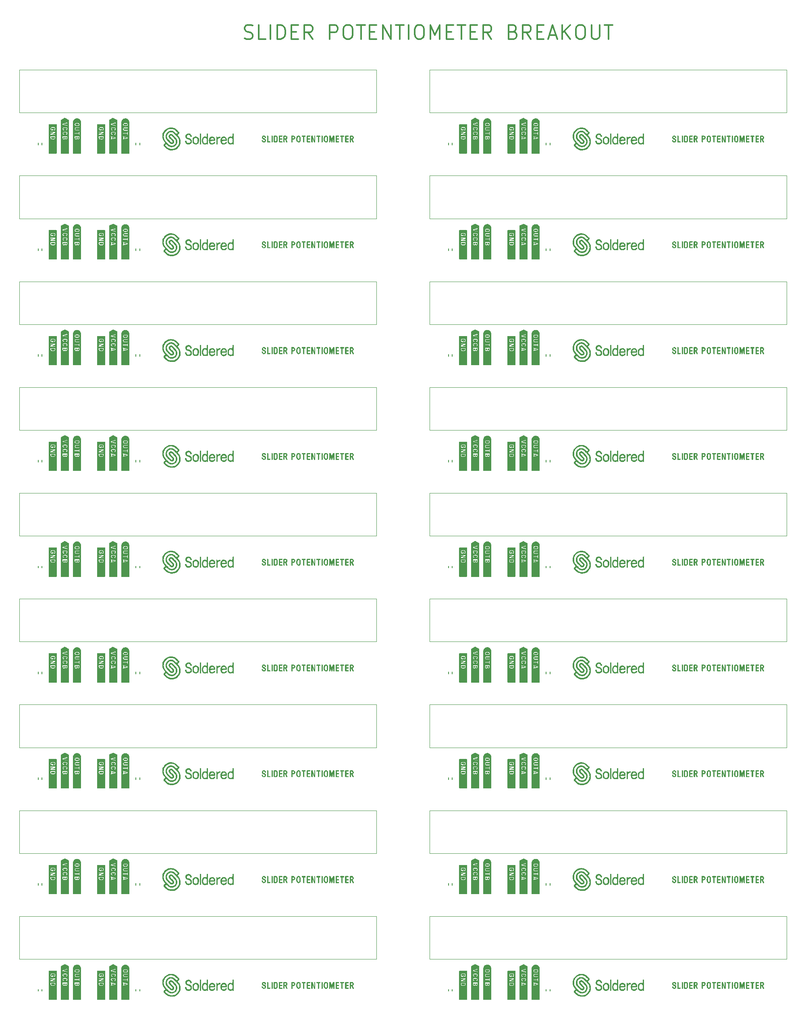
<source format=gbr>
%TF.GenerationSoftware,KiCad,Pcbnew,(5.99.0-11441-g1a5e63bcab)*%
%TF.CreationDate,2022-01-11T09:27:25+01:00*%
%TF.ProjectId,Slider_potentiometer,536c6964-6572-45f7-906f-74656e74696f,V1.1.1.*%
%TF.SameCoordinates,PX5f5e100PYe5d5e40*%
%TF.FileFunction,Legend,Top*%
%TF.FilePolarity,Positive*%
%FSLAX46Y46*%
G04 Gerber Fmt 4.6, Leading zero omitted, Abs format (unit mm)*
G04 Created by KiCad (PCBNEW (5.99.0-11441-g1a5e63bcab)) date 2022-01-11 09:27:25*
%MOMM*%
%LPD*%
G01*
G04 APERTURE LIST*
%ADD10C,0.300000*%
%ADD11C,0.150000*%
%ADD12C,0.200000*%
%ADD13C,0.010000*%
%ADD14C,0.120000*%
G04 APERTURE END LIST*
D10*
X52800000Y201685715D02*
X53228571Y201542858D01*
X53942857Y201542858D01*
X54228571Y201685715D01*
X54371428Y201828572D01*
X54514285Y202114286D01*
X54514285Y202400000D01*
X54371428Y202685715D01*
X54228571Y202828572D01*
X53942857Y202971429D01*
X53371428Y203114286D01*
X53085714Y203257143D01*
X52942857Y203400000D01*
X52800000Y203685715D01*
X52800000Y203971429D01*
X52942857Y204257143D01*
X53085714Y204400000D01*
X53371428Y204542858D01*
X54085714Y204542858D01*
X54514285Y204400000D01*
X57228571Y201542858D02*
X55800000Y201542858D01*
X55800000Y204542858D01*
X58228571Y201542858D02*
X58228571Y204542858D01*
X59657142Y201542858D02*
X59657142Y204542858D01*
X60371428Y204542858D01*
X60800000Y204400000D01*
X61085714Y204114286D01*
X61228571Y203828572D01*
X61371428Y203257143D01*
X61371428Y202828572D01*
X61228571Y202257143D01*
X61085714Y201971429D01*
X60800000Y201685715D01*
X60371428Y201542858D01*
X59657142Y201542858D01*
X62657142Y203114286D02*
X63657142Y203114286D01*
X64085714Y201542858D02*
X62657142Y201542858D01*
X62657142Y204542858D01*
X64085714Y204542858D01*
X67085714Y201542858D02*
X66085714Y202971429D01*
X65371428Y201542858D02*
X65371428Y204542858D01*
X66514285Y204542858D01*
X66800000Y204400000D01*
X66942857Y204257143D01*
X67085714Y203971429D01*
X67085714Y203542858D01*
X66942857Y203257143D01*
X66800000Y203114286D01*
X66514285Y202971429D01*
X65371428Y202971429D01*
X70657142Y201542858D02*
X70657142Y204542858D01*
X71800000Y204542858D01*
X72085714Y204400000D01*
X72228571Y204257143D01*
X72371428Y203971429D01*
X72371428Y203542858D01*
X72228571Y203257143D01*
X72085714Y203114286D01*
X71800000Y202971429D01*
X70657142Y202971429D01*
X74228571Y204542858D02*
X74800000Y204542858D01*
X75085714Y204400000D01*
X75371428Y204114286D01*
X75514285Y203542858D01*
X75514285Y202542858D01*
X75371428Y201971429D01*
X75085714Y201685715D01*
X74800000Y201542858D01*
X74228571Y201542858D01*
X73942857Y201685715D01*
X73657142Y201971429D01*
X73514285Y202542858D01*
X73514285Y203542858D01*
X73657142Y204114286D01*
X73942857Y204400000D01*
X74228571Y204542858D01*
X76371428Y204542858D02*
X78085714Y204542858D01*
X77228571Y201542858D02*
X77228571Y204542858D01*
X79085714Y203114286D02*
X80085714Y203114286D01*
X80514285Y201542858D02*
X79085714Y201542858D01*
X79085714Y204542858D01*
X80514285Y204542858D01*
X81800000Y201542858D02*
X81800000Y204542858D01*
X83514285Y201542858D01*
X83514285Y204542858D01*
X84514285Y204542858D02*
X86228571Y204542858D01*
X85371428Y201542858D02*
X85371428Y204542858D01*
X87228571Y201542858D02*
X87228571Y204542858D01*
X89228571Y204542858D02*
X89800000Y204542858D01*
X90085714Y204400000D01*
X90371428Y204114286D01*
X90514285Y203542858D01*
X90514285Y202542858D01*
X90371428Y201971429D01*
X90085714Y201685715D01*
X89800000Y201542858D01*
X89228571Y201542858D01*
X88942857Y201685715D01*
X88657142Y201971429D01*
X88514285Y202542858D01*
X88514285Y203542858D01*
X88657142Y204114286D01*
X88942857Y204400000D01*
X89228571Y204542858D01*
X91800000Y201542858D02*
X91800000Y204542858D01*
X92800000Y202400000D01*
X93800000Y204542858D01*
X93800000Y201542858D01*
X95228571Y203114286D02*
X96228571Y203114286D01*
X96657142Y201542858D02*
X95228571Y201542858D01*
X95228571Y204542858D01*
X96657142Y204542858D01*
X97514285Y204542858D02*
X99228571Y204542858D01*
X98371428Y201542858D02*
X98371428Y204542858D01*
X100228571Y203114286D02*
X101228571Y203114286D01*
X101657142Y201542858D02*
X100228571Y201542858D01*
X100228571Y204542858D01*
X101657142Y204542858D01*
X104657142Y201542858D02*
X103657142Y202971429D01*
X102942857Y201542858D02*
X102942857Y204542858D01*
X104085714Y204542858D01*
X104371428Y204400000D01*
X104514285Y204257143D01*
X104657142Y203971429D01*
X104657142Y203542858D01*
X104514285Y203257143D01*
X104371428Y203114286D01*
X104085714Y202971429D01*
X102942857Y202971429D01*
X109228571Y203114286D02*
X109657142Y202971429D01*
X109800000Y202828572D01*
X109942857Y202542858D01*
X109942857Y202114286D01*
X109800000Y201828572D01*
X109657142Y201685715D01*
X109371428Y201542858D01*
X108228571Y201542858D01*
X108228571Y204542858D01*
X109228571Y204542858D01*
X109514285Y204400000D01*
X109657142Y204257143D01*
X109800000Y203971429D01*
X109800000Y203685715D01*
X109657142Y203400000D01*
X109514285Y203257143D01*
X109228571Y203114286D01*
X108228571Y203114286D01*
X112942857Y201542858D02*
X111942857Y202971429D01*
X111228571Y201542858D02*
X111228571Y204542858D01*
X112371428Y204542858D01*
X112657142Y204400000D01*
X112800000Y204257143D01*
X112942857Y203971429D01*
X112942857Y203542858D01*
X112800000Y203257143D01*
X112657142Y203114286D01*
X112371428Y202971429D01*
X111228571Y202971429D01*
X114228571Y203114286D02*
X115228571Y203114286D01*
X115657142Y201542858D02*
X114228571Y201542858D01*
X114228571Y204542858D01*
X115657142Y204542858D01*
X116800000Y202400000D02*
X118228571Y202400000D01*
X116514285Y201542858D02*
X117514285Y204542858D01*
X118514285Y201542858D01*
X119514285Y201542858D02*
X119514285Y204542858D01*
X121228571Y201542858D02*
X119942857Y203257143D01*
X121228571Y204542858D02*
X119514285Y202828572D01*
X123085714Y204542858D02*
X123657142Y204542858D01*
X123942857Y204400000D01*
X124228571Y204114286D01*
X124371428Y203542858D01*
X124371428Y202542858D01*
X124228571Y201971429D01*
X123942857Y201685715D01*
X123657142Y201542858D01*
X123085714Y201542858D01*
X122800000Y201685715D01*
X122514285Y201971429D01*
X122371428Y202542858D01*
X122371428Y203542858D01*
X122514285Y204114286D01*
X122800000Y204400000D01*
X123085714Y204542858D01*
X125657142Y204542858D02*
X125657142Y202114286D01*
X125800000Y201828572D01*
X125942857Y201685715D01*
X126228571Y201542858D01*
X126800000Y201542858D01*
X127085714Y201685715D01*
X127228571Y201828572D01*
X127371428Y202114286D01*
X127371428Y204542858D01*
X128371428Y204542858D02*
X130085714Y204542858D01*
X129228571Y201542858D02*
X129228571Y204542858D01*
D11*
%TO.C,*%
D12*
%TO.C,C2*%
X10210000Y179400000D02*
X10210000Y179800000D01*
X9410000Y179400000D02*
X9410000Y179800000D01*
D13*
%TO.C,*%
X100880000Y180880000D02*
X100880000Y180800000D01*
X100880000Y180800000D02*
X100930000Y180740000D01*
X100930000Y180740000D02*
X101000000Y180720000D01*
X101000000Y180720000D02*
X101080000Y180740000D01*
X101080000Y180740000D02*
X101130000Y180800000D01*
X101130000Y180800000D02*
X101130000Y180880000D01*
X101130000Y180880000D02*
X101130000Y180960000D01*
X101130000Y180960000D02*
X101060000Y180970000D01*
X101060000Y180970000D02*
X100900000Y180970000D01*
X100900000Y180970000D02*
X100880000Y180880000D01*
X100880000Y180880000D02*
X100880000Y180880000D01*
G36*
X101130000Y180960000D02*
G01*
X101130000Y180800000D01*
X101080000Y180740000D01*
X101000000Y180720000D01*
X100930000Y180740000D01*
X100880000Y180800000D01*
X100880000Y180880000D01*
X100900000Y180970000D01*
X101060000Y180970000D01*
X101130000Y180960000D01*
G37*
X101130000Y180960000D02*
X101130000Y180800000D01*
X101080000Y180740000D01*
X101000000Y180720000D01*
X100930000Y180740000D01*
X100880000Y180800000D01*
X100880000Y180880000D01*
X100900000Y180970000D01*
X101060000Y180970000D01*
X101130000Y180960000D01*
X101310000Y180950000D02*
X101310000Y180870000D01*
X101310000Y180870000D02*
X101310000Y180790000D01*
X101310000Y180790000D02*
X101370000Y180740000D01*
X101370000Y180740000D02*
X101450000Y180730000D01*
X101450000Y180730000D02*
X101530000Y180760000D01*
X101530000Y180760000D02*
X101560000Y180830000D01*
X101560000Y180830000D02*
X101560000Y180910000D01*
X101560000Y180910000D02*
X101540000Y180970000D01*
X101540000Y180970000D02*
X101380000Y180970000D01*
X101380000Y180970000D02*
X101310000Y180960000D01*
X101310000Y180960000D02*
X101310000Y180950000D01*
X101310000Y180950000D02*
X101310000Y180950000D01*
G36*
X101560000Y180910000D02*
G01*
X101560000Y180830000D01*
X101530000Y180760000D01*
X101450000Y180730000D01*
X101370000Y180740000D01*
X101310000Y180790000D01*
X101310000Y180960000D01*
X101380000Y180970000D01*
X101540000Y180970000D01*
X101560000Y180910000D01*
G37*
X101560000Y180910000D02*
X101560000Y180830000D01*
X101530000Y180760000D01*
X101450000Y180730000D01*
X101370000Y180740000D01*
X101310000Y180790000D01*
X101310000Y180960000D01*
X101380000Y180970000D01*
X101540000Y180970000D01*
X101560000Y180910000D01*
X102000000Y184270000D02*
X102000000Y184590000D01*
X102000000Y184590000D02*
X101950000Y184640000D01*
X101950000Y184640000D02*
X101240000Y185000000D01*
X101240000Y185000000D02*
X101160000Y185000000D01*
X101160000Y185000000D02*
X100450000Y184640000D01*
X100450000Y184640000D02*
X100400000Y184590000D01*
X100400000Y184590000D02*
X100400000Y177660000D01*
X100400000Y177660000D02*
X100420000Y177600000D01*
X100420000Y177600000D02*
X101930000Y177600000D01*
X101930000Y177600000D02*
X102000000Y177610000D01*
X102000000Y177610000D02*
X102000000Y184220000D01*
X102000000Y184220000D02*
X101750000Y184080000D01*
X101750000Y184080000D02*
X101750000Y183920000D01*
X101750000Y183920000D02*
X101700000Y183890000D01*
X101700000Y183890000D02*
X101000000Y183740000D01*
X101000000Y183740000D02*
X100970000Y183720000D01*
X100970000Y183720000D02*
X101670000Y183570000D01*
X101670000Y183570000D02*
X101750000Y183550000D01*
X101750000Y183550000D02*
X101750000Y183470000D01*
X101750000Y183470000D02*
X101750000Y183390000D01*
X101750000Y183390000D02*
X101710000Y183360000D01*
X101710000Y183360000D02*
X101600000Y183050000D01*
X101600000Y183050000D02*
X101660000Y183000000D01*
X101660000Y183000000D02*
X101710000Y182940000D01*
X101710000Y182940000D02*
X101740000Y182870000D01*
X101740000Y182870000D02*
X101750000Y182790000D01*
X101750000Y182790000D02*
X101750000Y182710000D01*
X101750000Y182710000D02*
X101730000Y182630000D01*
X101730000Y182630000D02*
X101690000Y182560000D01*
X101690000Y182560000D02*
X101640000Y182510000D01*
X101640000Y182510000D02*
X101580000Y182460000D01*
X101580000Y182460000D02*
X101500000Y182440000D01*
X101500000Y182440000D02*
X101420000Y182430000D01*
X101420000Y182430000D02*
X101370000Y182190000D01*
X101370000Y182190000D02*
X101450000Y182180000D01*
X101450000Y182180000D02*
X101510000Y182160000D01*
X101510000Y182160000D02*
X101570000Y182150000D01*
X101570000Y182150000D02*
X101630000Y182100000D01*
X101630000Y182100000D02*
X101690000Y182050000D01*
X101690000Y182050000D02*
X101730000Y181980000D01*
X101730000Y181980000D02*
X101750000Y181900000D01*
X101750000Y181900000D02*
X101750000Y181820000D01*
X101750000Y181820000D02*
X101740000Y181740000D01*
X101740000Y181740000D02*
X101710000Y181670000D01*
X101710000Y181670000D02*
X101660000Y181600000D01*
X101660000Y181600000D02*
X101600000Y181560000D01*
X101600000Y181560000D02*
X101540000Y181520000D01*
X101540000Y181520000D02*
X101460000Y181510000D01*
X101460000Y181510000D02*
X101390000Y181530000D01*
X101390000Y181530000D02*
X101390000Y181610000D01*
X101390000Y181610000D02*
X101390000Y181690000D01*
X101390000Y181690000D02*
X101470000Y181720000D01*
X101470000Y181720000D02*
X101530000Y181760000D01*
X101530000Y181760000D02*
X101550000Y181840000D01*
X101550000Y181840000D02*
X101530000Y181920000D01*
X101530000Y181920000D02*
X101480000Y181970000D01*
X101480000Y181970000D02*
X101440000Y181980000D01*
X101440000Y181980000D02*
X101360000Y181990000D01*
X101360000Y181990000D02*
X101260000Y181990000D01*
X101260000Y181990000D02*
X101140000Y181990000D01*
X101140000Y181990000D02*
X101040000Y181980000D01*
X101040000Y181980000D02*
X100980000Y181980000D01*
X100980000Y181980000D02*
X100930000Y181950000D01*
X100930000Y181950000D02*
X100890000Y181890000D01*
X100890000Y181890000D02*
X100890000Y181810000D01*
X100890000Y181810000D02*
X100930000Y181740000D01*
X100930000Y181740000D02*
X101000000Y181710000D01*
X101000000Y181710000D02*
X101050000Y181670000D01*
X101050000Y181670000D02*
X101050000Y181590000D01*
X101050000Y181590000D02*
X101040000Y181510000D01*
X101040000Y181510000D02*
X100960000Y181510000D01*
X100960000Y181510000D02*
X100880000Y181530000D01*
X100880000Y181530000D02*
X100770000Y181270000D01*
X100770000Y181270000D02*
X101720000Y181270000D01*
X101720000Y181270000D02*
X101750000Y181200000D01*
X101750000Y181200000D02*
X101750000Y180880000D01*
X101750000Y180880000D02*
X101750000Y180800000D01*
X101750000Y180800000D02*
X101730000Y180720000D01*
X101730000Y180720000D02*
X101690000Y180660000D01*
X101690000Y180660000D02*
X101640000Y180590000D01*
X101640000Y180590000D02*
X101570000Y180550000D01*
X101570000Y180550000D02*
X101500000Y180520000D01*
X101500000Y180520000D02*
X101420000Y180520000D01*
X101420000Y180520000D02*
X101340000Y180540000D01*
X101340000Y180540000D02*
X101280000Y180580000D01*
X101280000Y180580000D02*
X101220000Y180600000D01*
X101220000Y180600000D02*
X101160000Y180540000D01*
X101160000Y180540000D02*
X101090000Y180510000D01*
X101090000Y180510000D02*
X101010000Y180500000D01*
X101010000Y180500000D02*
X100930000Y180510000D01*
X100930000Y180510000D02*
X100850000Y180540000D01*
X100850000Y180540000D02*
X100790000Y180580000D01*
X100790000Y180580000D02*
X100740000Y180640000D01*
X100740000Y180640000D02*
X100710000Y180710000D01*
X100710000Y180710000D02*
X100690000Y180780000D01*
X100690000Y180780000D02*
X100680000Y180860000D01*
X100680000Y180860000D02*
X100680000Y181180000D01*
X100680000Y181180000D02*
X100690000Y181260000D01*
X100690000Y181260000D02*
X100770000Y181270000D01*
X100770000Y181270000D02*
X100880000Y181530000D01*
X100880000Y181530000D02*
X100810000Y181570000D01*
X100810000Y181570000D02*
X100760000Y181620000D01*
X100760000Y181620000D02*
X100720000Y181690000D01*
X100720000Y181690000D02*
X100690000Y181760000D01*
X100690000Y181760000D02*
X100690000Y181890000D01*
X100690000Y181890000D02*
X100710000Y181970000D01*
X100710000Y181970000D02*
X100740000Y182040000D01*
X100740000Y182040000D02*
X100790000Y182100000D01*
X100790000Y182100000D02*
X100860000Y182140000D01*
X100860000Y182140000D02*
X100920000Y182160000D01*
X100920000Y182160000D02*
X100980000Y182180000D01*
X100980000Y182180000D02*
X101060000Y182180000D01*
X101060000Y182180000D02*
X101160000Y182190000D01*
X101160000Y182190000D02*
X101270000Y182190000D01*
X101270000Y182190000D02*
X101360000Y182190000D01*
X101360000Y182190000D02*
X101420000Y182430000D01*
X101420000Y182430000D02*
X101390000Y182490000D01*
X101390000Y182490000D02*
X101390000Y182570000D01*
X101390000Y182570000D02*
X101420000Y182640000D01*
X101420000Y182640000D02*
X101500000Y182660000D01*
X101500000Y182660000D02*
X101540000Y182720000D01*
X101540000Y182720000D02*
X101550000Y182800000D01*
X101550000Y182800000D02*
X101520000Y182870000D01*
X101520000Y182870000D02*
X101470000Y182900000D01*
X101470000Y182900000D02*
X101410000Y182910000D01*
X101410000Y182910000D02*
X101320000Y182910000D01*
X101320000Y182910000D02*
X101200000Y182910000D01*
X101200000Y182910000D02*
X101090000Y182910000D01*
X101090000Y182910000D02*
X101010000Y182900000D01*
X101010000Y182900000D02*
X100960000Y182890000D01*
X100960000Y182890000D02*
X100910000Y182850000D01*
X100910000Y182850000D02*
X100880000Y182780000D01*
X100880000Y182780000D02*
X100900000Y182700000D01*
X100900000Y182700000D02*
X100950000Y182650000D01*
X100950000Y182650000D02*
X101030000Y182630000D01*
X101030000Y182630000D02*
X101050000Y182560000D01*
X101050000Y182560000D02*
X101050000Y182480000D01*
X101050000Y182480000D02*
X101010000Y182430000D01*
X101010000Y182430000D02*
X100920000Y182440000D01*
X100920000Y182440000D02*
X100850000Y182470000D01*
X100850000Y182470000D02*
X100790000Y182510000D01*
X100790000Y182510000D02*
X100740000Y182570000D01*
X100740000Y182570000D02*
X100700000Y182640000D01*
X100700000Y182640000D02*
X100680000Y182720000D01*
X100680000Y182720000D02*
X100680000Y182770000D01*
X100680000Y182770000D02*
X100690000Y182850000D01*
X100690000Y182850000D02*
X100720000Y182920000D01*
X100720000Y182920000D02*
X100760000Y182990000D01*
X100760000Y182990000D02*
X100820000Y183040000D01*
X100820000Y183040000D02*
X100890000Y183080000D01*
X100890000Y183080000D02*
X100940000Y183090000D01*
X100940000Y183090000D02*
X101010000Y183100000D01*
X101010000Y183100000D02*
X101100000Y183110000D01*
X101100000Y183110000D02*
X101200000Y183110000D01*
X101200000Y183110000D02*
X101310000Y183110000D01*
X101310000Y183110000D02*
X101400000Y183110000D01*
X101400000Y183110000D02*
X101480000Y183100000D01*
X101480000Y183100000D02*
X101540000Y183080000D01*
X101540000Y183080000D02*
X101600000Y183050000D01*
X101600000Y183050000D02*
X101710000Y183360000D01*
X101710000Y183360000D02*
X100700000Y183610000D01*
X100700000Y183610000D02*
X100680000Y183680000D01*
X100680000Y183680000D02*
X100680000Y183760000D01*
X100680000Y183760000D02*
X100690000Y183830000D01*
X100690000Y183830000D02*
X100760000Y183860000D01*
X100760000Y183860000D02*
X101690000Y184100000D01*
X101690000Y184100000D02*
X101750000Y184080000D01*
X101750000Y184080000D02*
X102000000Y184220000D01*
X102000000Y184220000D02*
X102000000Y184270000D01*
X102000000Y184270000D02*
X102000000Y184270000D01*
G36*
X101930000Y177600000D02*
G01*
X100420000Y177600000D01*
X100400000Y177660000D01*
X100400000Y181180000D01*
X100680000Y181180000D01*
X100680000Y180860000D01*
X100690000Y180780000D01*
X100710000Y180710000D01*
X100740000Y180640000D01*
X100790000Y180580000D01*
X100850000Y180540000D01*
X100930000Y180510000D01*
X101010000Y180500000D01*
X101090000Y180510000D01*
X101160000Y180540000D01*
X101220000Y180600000D01*
X101280000Y180580000D01*
X101340000Y180540000D01*
X101420000Y180520000D01*
X101500000Y180520000D01*
X101570000Y180550000D01*
X101640000Y180590000D01*
X101690000Y180660000D01*
X101730000Y180720000D01*
X101750000Y180800000D01*
X101750000Y181200000D01*
X101720000Y181270000D01*
X100770000Y181270000D01*
X100690000Y181260000D01*
X100680000Y181180000D01*
X100400000Y181180000D01*
X100400000Y182770000D01*
X100680000Y182770000D01*
X100680000Y182720000D01*
X100700000Y182640000D01*
X100740000Y182570000D01*
X100790000Y182510000D01*
X100850000Y182470000D01*
X100920000Y182440000D01*
X101010000Y182430000D01*
X101050000Y182480000D01*
X101050000Y182560000D01*
X101030000Y182630000D01*
X100950000Y182650000D01*
X100900000Y182700000D01*
X100880000Y182780000D01*
X100910000Y182850000D01*
X100960000Y182890000D01*
X101010000Y182900000D01*
X101090000Y182910000D01*
X101410000Y182910000D01*
X101470000Y182900000D01*
X101520000Y182870000D01*
X101550000Y182800000D01*
X101540000Y182720000D01*
X101500000Y182660000D01*
X101420000Y182640000D01*
X101390000Y182570000D01*
X101390000Y182490000D01*
X101420000Y182430000D01*
X101360000Y182190000D01*
X101160000Y182190000D01*
X101060000Y182180000D01*
X100980000Y182180000D01*
X100860000Y182140000D01*
X100790000Y182100000D01*
X100740000Y182040000D01*
X100710000Y181970000D01*
X100690000Y181890000D01*
X100690000Y181760000D01*
X100720000Y181690000D01*
X100760000Y181620000D01*
X100810000Y181570000D01*
X100880000Y181530000D01*
X100960000Y181510000D01*
X101040000Y181510000D01*
X101050000Y181590000D01*
X101050000Y181670000D01*
X101000000Y181710000D01*
X100930000Y181740000D01*
X100890000Y181810000D01*
X100890000Y181890000D01*
X100930000Y181950000D01*
X100980000Y181980000D01*
X101040000Y181980000D01*
X101140000Y181990000D01*
X101360000Y181990000D01*
X101440000Y181980000D01*
X101480000Y181970000D01*
X101530000Y181920000D01*
X101550000Y181840000D01*
X101530000Y181760000D01*
X101470000Y181720000D01*
X101390000Y181690000D01*
X101390000Y181530000D01*
X101460000Y181510000D01*
X101540000Y181520000D01*
X101660000Y181600000D01*
X101710000Y181670000D01*
X101740000Y181740000D01*
X101750000Y181820000D01*
X101750000Y181900000D01*
X101730000Y181980000D01*
X101690000Y182050000D01*
X101570000Y182150000D01*
X101510000Y182160000D01*
X101450000Y182180000D01*
X101370000Y182190000D01*
X101420000Y182430000D01*
X101500000Y182440000D01*
X101580000Y182460000D01*
X101640000Y182510000D01*
X101690000Y182560000D01*
X101730000Y182630000D01*
X101750000Y182710000D01*
X101750000Y182790000D01*
X101740000Y182870000D01*
X101710000Y182940000D01*
X101660000Y183000000D01*
X101600000Y183050000D01*
X101540000Y183080000D01*
X101480000Y183100000D01*
X101400000Y183110000D01*
X101100000Y183110000D01*
X101010000Y183100000D01*
X100940000Y183090000D01*
X100890000Y183080000D01*
X100820000Y183040000D01*
X100760000Y182990000D01*
X100720000Y182920000D01*
X100690000Y182850000D01*
X100680000Y182770000D01*
X100400000Y182770000D01*
X100400000Y183760000D01*
X100680000Y183760000D01*
X100680000Y183680000D01*
X100700000Y183610000D01*
X101710000Y183360000D01*
X101750000Y183390000D01*
X101750000Y183550000D01*
X101670000Y183570000D01*
X100970000Y183720000D01*
X101000000Y183740000D01*
X101700000Y183890000D01*
X101750000Y183920000D01*
X101750000Y184080000D01*
X101690000Y184100000D01*
X100760000Y183860000D01*
X100690000Y183830000D01*
X100680000Y183760000D01*
X100400000Y183760000D01*
X100400000Y184590000D01*
X100450000Y184640000D01*
X101160000Y185000000D01*
X101240000Y185000000D01*
X101950000Y184640000D01*
X102000000Y184590000D01*
X102000000Y177610000D01*
X101930000Y177600000D01*
G37*
X101930000Y177600000D02*
X100420000Y177600000D01*
X100400000Y177660000D01*
X100400000Y181180000D01*
X100680000Y181180000D01*
X100680000Y180860000D01*
X100690000Y180780000D01*
X100710000Y180710000D01*
X100740000Y180640000D01*
X100790000Y180580000D01*
X100850000Y180540000D01*
X100930000Y180510000D01*
X101010000Y180500000D01*
X101090000Y180510000D01*
X101160000Y180540000D01*
X101220000Y180600000D01*
X101280000Y180580000D01*
X101340000Y180540000D01*
X101420000Y180520000D01*
X101500000Y180520000D01*
X101570000Y180550000D01*
X101640000Y180590000D01*
X101690000Y180660000D01*
X101730000Y180720000D01*
X101750000Y180800000D01*
X101750000Y181200000D01*
X101720000Y181270000D01*
X100770000Y181270000D01*
X100690000Y181260000D01*
X100680000Y181180000D01*
X100400000Y181180000D01*
X100400000Y182770000D01*
X100680000Y182770000D01*
X100680000Y182720000D01*
X100700000Y182640000D01*
X100740000Y182570000D01*
X100790000Y182510000D01*
X100850000Y182470000D01*
X100920000Y182440000D01*
X101010000Y182430000D01*
X101050000Y182480000D01*
X101050000Y182560000D01*
X101030000Y182630000D01*
X100950000Y182650000D01*
X100900000Y182700000D01*
X100880000Y182780000D01*
X100910000Y182850000D01*
X100960000Y182890000D01*
X101010000Y182900000D01*
X101090000Y182910000D01*
X101410000Y182910000D01*
X101470000Y182900000D01*
X101520000Y182870000D01*
X101550000Y182800000D01*
X101540000Y182720000D01*
X101500000Y182660000D01*
X101420000Y182640000D01*
X101390000Y182570000D01*
X101390000Y182490000D01*
X101420000Y182430000D01*
X101360000Y182190000D01*
X101160000Y182190000D01*
X101060000Y182180000D01*
X100980000Y182180000D01*
X100860000Y182140000D01*
X100790000Y182100000D01*
X100740000Y182040000D01*
X100710000Y181970000D01*
X100690000Y181890000D01*
X100690000Y181760000D01*
X100720000Y181690000D01*
X100760000Y181620000D01*
X100810000Y181570000D01*
X100880000Y181530000D01*
X100960000Y181510000D01*
X101040000Y181510000D01*
X101050000Y181590000D01*
X101050000Y181670000D01*
X101000000Y181710000D01*
X100930000Y181740000D01*
X100890000Y181810000D01*
X100890000Y181890000D01*
X100930000Y181950000D01*
X100980000Y181980000D01*
X101040000Y181980000D01*
X101140000Y181990000D01*
X101360000Y181990000D01*
X101440000Y181980000D01*
X101480000Y181970000D01*
X101530000Y181920000D01*
X101550000Y181840000D01*
X101530000Y181760000D01*
X101470000Y181720000D01*
X101390000Y181690000D01*
X101390000Y181530000D01*
X101460000Y181510000D01*
X101540000Y181520000D01*
X101660000Y181600000D01*
X101710000Y181670000D01*
X101740000Y181740000D01*
X101750000Y181820000D01*
X101750000Y181900000D01*
X101730000Y181980000D01*
X101690000Y182050000D01*
X101570000Y182150000D01*
X101510000Y182160000D01*
X101450000Y182180000D01*
X101370000Y182190000D01*
X101420000Y182430000D01*
X101500000Y182440000D01*
X101580000Y182460000D01*
X101640000Y182510000D01*
X101690000Y182560000D01*
X101730000Y182630000D01*
X101750000Y182710000D01*
X101750000Y182790000D01*
X101740000Y182870000D01*
X101710000Y182940000D01*
X101660000Y183000000D01*
X101600000Y183050000D01*
X101540000Y183080000D01*
X101480000Y183100000D01*
X101400000Y183110000D01*
X101100000Y183110000D01*
X101010000Y183100000D01*
X100940000Y183090000D01*
X100890000Y183080000D01*
X100820000Y183040000D01*
X100760000Y182990000D01*
X100720000Y182920000D01*
X100690000Y182850000D01*
X100680000Y182770000D01*
X100400000Y182770000D01*
X100400000Y183760000D01*
X100680000Y183760000D01*
X100680000Y183680000D01*
X100700000Y183610000D01*
X101710000Y183360000D01*
X101750000Y183390000D01*
X101750000Y183550000D01*
X101670000Y183570000D01*
X100970000Y183720000D01*
X101000000Y183740000D01*
X101700000Y183890000D01*
X101750000Y183920000D01*
X101750000Y184080000D01*
X101690000Y184100000D01*
X100760000Y183860000D01*
X100690000Y183830000D01*
X100680000Y183760000D01*
X100400000Y183760000D01*
X100400000Y184590000D01*
X100450000Y184640000D01*
X101160000Y185000000D01*
X101240000Y185000000D01*
X101950000Y184640000D01*
X102000000Y184590000D01*
X102000000Y177610000D01*
X101930000Y177600000D01*
D12*
%TO.C,C1*%
X116150000Y179800000D02*
X116150000Y179400000D01*
X116950000Y179800000D02*
X116950000Y179400000D01*
%TO.C,REF\u002A\u002A*%
G36*
X130044412Y180494683D02*
G01*
X130067393Y180634686D01*
X130102546Y180749523D01*
X130112511Y180771588D01*
X130196543Y180902150D01*
X130303929Y181003949D01*
X130429247Y181074736D01*
X130567074Y181112261D01*
X130711986Y181114276D01*
X130855391Y181079727D01*
X130920422Y181058906D01*
X130973085Y181048289D01*
X130996586Y181049002D01*
X131007766Y181059983D01*
X131015810Y181086612D01*
X131021188Y181134277D01*
X131024370Y181208362D01*
X131025824Y181314256D01*
X131026058Y181386850D01*
X131027139Y181498710D01*
X131029931Y181597374D01*
X131034080Y181675457D01*
X131039232Y181725575D01*
X131042932Y181739626D01*
X131071034Y181755216D01*
X131131726Y181760912D01*
X131188083Y181759689D01*
X131316667Y181753633D01*
X131321904Y180630094D01*
X131322960Y180388451D01*
X131323641Y180183794D01*
X131323867Y180012986D01*
X131323560Y179872888D01*
X131322640Y179760362D01*
X131321028Y179672269D01*
X131318646Y179605471D01*
X131315415Y179556830D01*
X131311255Y179523207D01*
X131306087Y179501463D01*
X131299833Y179488461D01*
X131292991Y179481477D01*
X131230512Y179458426D01*
X131158730Y179465981D01*
X131100528Y179496524D01*
X131054070Y179526317D01*
X131010150Y179533682D01*
X130955953Y179518314D01*
X130900973Y179491750D01*
X130807744Y179459093D01*
X130693876Y179442645D01*
X130575797Y179443254D01*
X130469935Y179461765D01*
X130449427Y179468503D01*
X130356524Y179517849D01*
X130261941Y179593965D01*
X130177384Y179685793D01*
X130114560Y179782276D01*
X130112215Y179786993D01*
X130074283Y179894336D01*
X130048540Y180029341D01*
X130034983Y180181445D01*
X130034221Y180269319D01*
X130303917Y180269319D01*
X130309328Y180144814D01*
X130324283Y180031059D01*
X130348790Y179937972D01*
X130376959Y179882742D01*
X130466346Y179793131D01*
X130571881Y179739653D01*
X130689859Y179723577D01*
X130795024Y179739671D01*
X130885146Y179771855D01*
X130953730Y179815477D01*
X131003355Y179875689D01*
X131036600Y179957643D01*
X131056044Y180066493D01*
X131064267Y180207392D01*
X131064996Y180278989D01*
X131063973Y180397431D01*
X131060314Y180484201D01*
X131053126Y180547712D01*
X131041521Y180596380D01*
X131027648Y180632079D01*
X130966762Y180722190D01*
X130882915Y180785842D01*
X130783761Y180822512D01*
X130676956Y180831678D01*
X130570155Y180812817D01*
X130471015Y180765407D01*
X130387191Y180688923D01*
X130377564Y180676475D01*
X130344874Y180608152D01*
X130321698Y180510906D01*
X130308043Y180394656D01*
X130303917Y180269319D01*
X130034221Y180269319D01*
X130033608Y180340081D01*
X130044412Y180494683D01*
G37*
G36*
X128066709Y180406753D02*
G01*
X128068107Y180501825D01*
X128071463Y180571636D01*
X128077614Y180623620D01*
X128087401Y180665209D01*
X128101662Y180703835D01*
X128118616Y180741357D01*
X128195698Y180874267D01*
X128290312Y180976542D01*
X128401107Y181051647D01*
X128462207Y181081668D01*
X128520493Y181100486D01*
X128590143Y181111359D01*
X128685336Y181117547D01*
X128688389Y181117680D01*
X128788329Y181119785D01*
X128863304Y181114839D01*
X128928123Y181101101D01*
X128980897Y181083259D01*
X129116812Y181013714D01*
X129226417Y180916023D01*
X129313611Y180786573D01*
X129324552Y180765101D01*
X129390600Y180630938D01*
X129390600Y180289442D01*
X129390362Y180164207D01*
X129389005Y180071331D01*
X129385566Y180003047D01*
X129379083Y179951586D01*
X129368590Y179909183D01*
X129353127Y179868070D01*
X129332709Y179822602D01*
X129253994Y179693527D01*
X129149378Y179584010D01*
X129028040Y179503319D01*
X129006250Y179493064D01*
X128919874Y179466578D01*
X128811079Y179449540D01*
X128696745Y179443295D01*
X128593752Y179449189D01*
X128552650Y179456889D01*
X128404878Y179514237D01*
X128277036Y179605401D01*
X128172298Y179727741D01*
X128121289Y179816177D01*
X128101484Y179857999D01*
X128087127Y179895446D01*
X128077344Y179935909D01*
X128071258Y179986774D01*
X128067995Y180055432D01*
X128066677Y180149271D01*
X128066430Y180275679D01*
X128066430Y180276119D01*
X128344154Y180276119D01*
X128350100Y180141274D01*
X128366121Y180023073D01*
X128391194Y179929694D01*
X128416778Y179878789D01*
X128492337Y179805264D01*
X128590461Y179757249D01*
X128701428Y179736421D01*
X128815518Y179744462D01*
X128923011Y179783051D01*
X128934243Y179789366D01*
X128992760Y179829422D01*
X129035956Y179875515D01*
X129066011Y179934157D01*
X129085102Y180011860D01*
X129095407Y180115137D01*
X129099104Y180250499D01*
X129099243Y180282698D01*
X129097870Y180388670D01*
X129093799Y180484559D01*
X129087625Y180560977D01*
X129079943Y180608536D01*
X129078284Y180613741D01*
X129023389Y180705566D01*
X128941375Y180775792D01*
X128840898Y180820996D01*
X128730612Y180837758D01*
X128619172Y180822654D01*
X128582686Y180809705D01*
X128493751Y180762990D01*
X128429979Y180704097D01*
X128387091Y180625869D01*
X128360807Y180521151D01*
X128349302Y180419431D01*
X128344154Y180276119D01*
X128066430Y180276119D01*
X128066430Y180278989D01*
X128066709Y180406753D01*
G37*
G36*
X131579397Y180769428D02*
G01*
X131649557Y180882485D01*
X131744827Y180973592D01*
X131863749Y181045500D01*
X131933465Y181077944D01*
X131990428Y181097552D01*
X132049578Y181107412D01*
X132125856Y181110609D01*
X132179030Y181110656D01*
X132327827Y181100696D01*
X132449267Y181070155D01*
X132552354Y181015421D01*
X132646093Y180932883D01*
X132660077Y180917689D01*
X132722184Y180837415D01*
X132766781Y180750325D01*
X132797158Y180646920D01*
X132816600Y180517697D01*
X132822732Y180447578D01*
X132829122Y180368075D01*
X132832393Y180306018D01*
X132828288Y180259203D01*
X132812555Y180225429D01*
X132780937Y180202494D01*
X132729181Y180188193D01*
X132653031Y180180326D01*
X132548233Y180176690D01*
X132410532Y180175083D01*
X132294228Y180174006D01*
X131798183Y180168641D01*
X131803997Y180078357D01*
X131827815Y179950838D01*
X131880346Y179851021D01*
X131960439Y179780012D01*
X132066945Y179738915D01*
X132168053Y179728333D01*
X132287154Y179738703D01*
X132379088Y179774287D01*
X132450362Y179838475D01*
X132487331Y179894669D01*
X132534458Y179979784D01*
X132667900Y179973896D01*
X132801343Y179968009D01*
X132795810Y179899553D01*
X132775867Y179819150D01*
X132732961Y179728352D01*
X132675431Y179641870D01*
X132611616Y179574416D01*
X132611417Y179574252D01*
X132492659Y179500401D01*
X132350835Y179451954D01*
X132195778Y179431340D01*
X132059005Y179437770D01*
X131981624Y179452646D01*
X131906753Y179474010D01*
X131884663Y179482363D01*
X131799203Y179532492D01*
X131710621Y179607725D01*
X131631213Y179696120D01*
X131574195Y179783906D01*
X131535058Y179889995D01*
X131507903Y180025098D01*
X131493757Y180179630D01*
X131493642Y180344005D01*
X131502224Y180457650D01*
X131509370Y180499875D01*
X131808215Y180499875D01*
X131808215Y180438589D01*
X132174368Y180444057D01*
X132540521Y180449526D01*
X132535866Y180526826D01*
X132510658Y180628556D01*
X132452131Y180716978D01*
X132366958Y180782100D01*
X132364687Y180783271D01*
X132266161Y180814860D01*
X132155047Y180821166D01*
X132045870Y180803244D01*
X131953153Y180762150D01*
X131939299Y180752347D01*
X131862645Y180671476D01*
X131817939Y180573877D01*
X131808215Y180499875D01*
X131509370Y180499875D01*
X131531302Y180629468D01*
X131579397Y180769428D01*
G37*
G36*
X121962416Y179404281D02*
G01*
X121970067Y179416823D01*
X121997724Y179451753D01*
X122046123Y179506512D01*
X122107592Y179572594D01*
X122153630Y179620359D01*
X122304252Y179774290D01*
X122199350Y179891213D01*
X122026838Y180111709D01*
X121890254Y180346848D01*
X121790046Y180593517D01*
X121726658Y180848607D01*
X121700538Y181109005D01*
X121703820Y181183327D01*
X122018579Y181183327D01*
X122023019Y181020868D01*
X122040083Y180872247D01*
X122054684Y180802315D01*
X122086114Y180688103D01*
X122121023Y180585704D01*
X122162683Y180490338D01*
X122214361Y180397222D01*
X122279327Y180301576D01*
X122360849Y180198617D01*
X122462197Y180083565D01*
X122586639Y179951637D01*
X122737445Y179798053D01*
X122749678Y179785760D01*
X122884601Y179651179D01*
X122996160Y179542410D01*
X123088524Y179456078D01*
X123165863Y179388807D01*
X123232347Y179337219D01*
X123292147Y179297939D01*
X123349431Y179267591D01*
X123408371Y179242799D01*
X123430146Y179234815D01*
X123530852Y179210784D01*
X123653677Y179198852D01*
X123782393Y179199309D01*
X123900771Y179212445D01*
X123956336Y179225400D01*
X124106716Y179289560D01*
X124246981Y179386328D01*
X124369139Y179508242D01*
X124465198Y179647838D01*
X124508530Y179741010D01*
X124551241Y179906627D01*
X124560252Y180081998D01*
X124536374Y180256664D01*
X124480415Y180420160D01*
X124451637Y180475910D01*
X124423099Y180515381D01*
X124370395Y180578146D01*
X124297946Y180659341D01*
X124210175Y180754102D01*
X124111503Y180857566D01*
X124015034Y180956121D01*
X123900568Y181071328D01*
X123810422Y181161056D01*
X123740822Y181228479D01*
X123687994Y181276767D01*
X123648163Y181309094D01*
X123617556Y181328631D01*
X123592399Y181338550D01*
X123568917Y181342025D01*
X123555536Y181342338D01*
X123490730Y181332761D01*
X123435676Y181298114D01*
X123417784Y181281217D01*
X123378625Y181235840D01*
X123364830Y181195492D01*
X123368432Y181147573D01*
X123375783Y181121902D01*
X123391961Y181091247D01*
X123420010Y181052076D01*
X123462977Y181000856D01*
X123523906Y180934057D01*
X123605843Y180848145D01*
X123711833Y180739590D01*
X123778470Y180672002D01*
X123900711Y180547577D01*
X123997160Y180447531D01*
X124070873Y180368351D01*
X124124903Y180306522D01*
X124162304Y180258532D01*
X124186130Y180220865D01*
X124199436Y180190008D01*
X124200534Y180186376D01*
X124222268Y180058156D01*
X124208501Y179940476D01*
X124157773Y179827791D01*
X124079205Y179725949D01*
X123964921Y179623629D01*
X123845328Y179560286D01*
X123721630Y179536237D01*
X123595030Y179551802D01*
X123522167Y179578460D01*
X123481260Y179604995D01*
X123417678Y179656138D01*
X123336220Y179727254D01*
X123241688Y179813708D01*
X123138882Y179910866D01*
X123032603Y180014090D01*
X122927651Y180118748D01*
X122828827Y180220203D01*
X122740931Y180313820D01*
X122668765Y180394965D01*
X122637476Y180432651D01*
X122516549Y180614024D01*
X122433010Y180808865D01*
X122387576Y181015155D01*
X122378812Y181160968D01*
X122397936Y181373764D01*
X122452314Y181573399D01*
X122538735Y181756623D01*
X122653989Y181920184D01*
X122794865Y182060829D01*
X122958155Y182175306D01*
X123140646Y182260364D01*
X123339130Y182312752D01*
X123532148Y182329294D01*
X123700942Y182321640D01*
X123851712Y182295309D01*
X123991670Y182247038D01*
X124128025Y182173566D01*
X124267989Y182071629D01*
X124418771Y181937964D01*
X124438335Y181919252D01*
X124540161Y181824095D01*
X124620178Y181755611D01*
X124676823Y181715058D01*
X124706091Y181703475D01*
X124765623Y181719280D01*
X124825423Y181760074D01*
X124876764Y181815929D01*
X124910920Y181876916D01*
X124919162Y181933106D01*
X124916826Y181943232D01*
X124895967Y181975355D01*
X124850228Y182027525D01*
X124785599Y182094154D01*
X124708070Y182169652D01*
X124623630Y182248430D01*
X124538269Y182324900D01*
X124457977Y182393473D01*
X124388743Y182448560D01*
X124336848Y182484400D01*
X124143406Y182579259D01*
X123931518Y182648284D01*
X123712119Y182689144D01*
X123496146Y182699505D01*
X123372550Y182690087D01*
X123121014Y182638728D01*
X122889264Y182552988D01*
X122679115Y182434363D01*
X122492382Y182284346D01*
X122330879Y182104435D01*
X122196422Y181896124D01*
X122090824Y181660909D01*
X122077378Y181622789D01*
X122046120Y181497382D01*
X122026400Y181346530D01*
X122018579Y181183327D01*
X121703820Y181183327D01*
X121712133Y181371601D01*
X121761888Y181633283D01*
X121850249Y181890940D01*
X121897591Y181994391D01*
X122026732Y182212891D01*
X122186014Y182409466D01*
X122371150Y182581953D01*
X122577857Y182728190D01*
X122801848Y182846014D01*
X123038840Y182933264D01*
X123284547Y182987776D01*
X123534684Y183007387D01*
X123784965Y182989936D01*
X123848938Y182979174D01*
X124039252Y182936398D01*
X124210157Y182882017D01*
X124368777Y182812047D01*
X124522233Y182722502D01*
X124677648Y182609399D01*
X124842143Y182468753D01*
X124961214Y182356901D01*
X125051786Y182267966D01*
X125133709Y182184963D01*
X125202000Y182113147D01*
X125251674Y182057774D01*
X125277747Y182024099D01*
X125279015Y182021839D01*
X125298987Y181962304D01*
X125307725Y181894837D01*
X125307741Y181892369D01*
X125305028Y181858735D01*
X125293823Y181826383D01*
X125269530Y181788745D01*
X125227552Y181739250D01*
X125163291Y181671329D01*
X125127172Y181634320D01*
X125059266Y181563625D01*
X125003021Y181502306D01*
X124963779Y181456393D01*
X124946882Y181431915D01*
X124946603Y181430537D01*
X124960008Y181407291D01*
X124994961Y181366147D01*
X125038450Y181321436D01*
X125120165Y181230380D01*
X125207069Y181114337D01*
X125290723Y180986064D01*
X125362689Y180858316D01*
X125405527Y180766641D01*
X125455850Y180637257D01*
X125492013Y180523142D01*
X125516145Y180412583D01*
X125530374Y180293865D01*
X125536827Y180155275D01*
X125537855Y180038230D01*
X125534093Y179863239D01*
X125521512Y179716177D01*
X125497512Y179585336D01*
X125459493Y179459002D01*
X125404852Y179325465D01*
X125357421Y179225671D01*
X125223036Y178997598D01*
X125057799Y178791228D01*
X124865887Y178609999D01*
X124651481Y178457349D01*
X124418756Y178336715D01*
X124174171Y178252135D01*
X124032431Y178224057D01*
X123867749Y178206344D01*
X123695152Y178199557D01*
X123529668Y178204258D01*
X123386325Y178221008D01*
X123378649Y178222429D01*
X123109576Y178293114D01*
X122858785Y178399485D01*
X122626459Y178541463D01*
X122607622Y178555132D01*
X122546930Y178603609D01*
X122468314Y178671991D01*
X122378523Y178753806D01*
X122284306Y178842584D01*
X122192413Y178931853D01*
X122109593Y179015143D01*
X122042594Y179085983D01*
X121998167Y179137900D01*
X121994044Y179143413D01*
X121948839Y179232229D01*
X121940812Y179299028D01*
X122337227Y179299028D01*
X122355635Y179251638D01*
X122398184Y179193473D01*
X122466900Y179119355D01*
X122563807Y179024108D01*
X122565247Y179022721D01*
X122694269Y178903027D01*
X122807470Y178809100D01*
X122913502Y178734902D01*
X123021017Y178674400D01*
X123138666Y178621559D01*
X123142652Y178619944D01*
X123272232Y178572983D01*
X123394111Y178542038D01*
X123521451Y178525016D01*
X123667412Y178519825D01*
X123762875Y178521325D01*
X123879740Y178526036D01*
X123969734Y178533787D01*
X124046105Y178546667D01*
X124122097Y178566767D01*
X124188813Y178588522D01*
X124419693Y178688000D01*
X124627439Y178819305D01*
X124809677Y178979921D01*
X124964029Y179167332D01*
X125088119Y179379025D01*
X125179571Y179612483D01*
X125190021Y179648133D01*
X125213276Y179744391D01*
X125227302Y179840782D01*
X125233832Y179952371D01*
X125234877Y180038230D01*
X125228639Y180215754D01*
X125207477Y180370024D01*
X125167880Y180516258D01*
X125106337Y180669671D01*
X125072837Y180740442D01*
X125046118Y180793936D01*
X125020727Y180840719D01*
X124993177Y180884923D01*
X124959979Y180930681D01*
X124917645Y180982126D01*
X124862688Y181043390D01*
X124791619Y181118606D01*
X124700949Y181211908D01*
X124587191Y181327428D01*
X124520392Y181394985D01*
X124378913Y181537170D01*
X124261075Y181653243D01*
X124162975Y181746277D01*
X124080709Y181819340D01*
X124010377Y181875503D01*
X123948075Y181917837D01*
X123889900Y181949412D01*
X123831951Y181973298D01*
X123770325Y181992566D01*
X123755849Y181996499D01*
X123583182Y182022391D01*
X123408753Y182011243D01*
X123239658Y181965152D01*
X123082993Y181886216D01*
X122945853Y181776532D01*
X122919863Y181749422D01*
X122806384Y181597834D01*
X122730581Y181434279D01*
X122692880Y181261708D01*
X122693707Y181083071D01*
X122733486Y180901319D01*
X122780422Y180782931D01*
X122803085Y180738581D01*
X122830807Y180693997D01*
X122867305Y180644868D01*
X122916296Y180586883D01*
X122981495Y180515729D01*
X123066619Y180427096D01*
X123175385Y180316672D01*
X123227442Y180264333D01*
X123341971Y180149557D01*
X123432055Y180060091D01*
X123501538Y179992783D01*
X123554263Y179944479D01*
X123594070Y179912029D01*
X123624803Y179892281D01*
X123650304Y179882082D01*
X123674415Y179878281D01*
X123698730Y179877725D01*
X123785206Y179893472D01*
X123846688Y179938207D01*
X123879155Y180008167D01*
X123883254Y180050384D01*
X123881716Y180073699D01*
X123875055Y180097486D01*
X123860200Y180125425D01*
X123834080Y180161199D01*
X123793624Y180208486D01*
X123735760Y180270969D01*
X123657419Y180352327D01*
X123555529Y180456242D01*
X123484927Y180527797D01*
X123359075Y180655852D01*
X123258950Y180760016D01*
X123181650Y180844513D01*
X123124273Y180913568D01*
X123083917Y180971403D01*
X123057679Y181022244D01*
X123042656Y181070314D01*
X123035946Y181119836D01*
X123034647Y181175036D01*
X123034726Y181182989D01*
X123052707Y181292345D01*
X123105357Y181398335D01*
X123194873Y181504972D01*
X123228258Y181536790D01*
X123346242Y181623545D01*
X123466371Y181670741D01*
X123587464Y181678239D01*
X123708336Y181645901D01*
X123788072Y181602234D01*
X123825890Y181572190D01*
X123886865Y181517723D01*
X123966305Y181443298D01*
X124059518Y181353379D01*
X124161812Y181252434D01*
X124266734Y181146719D01*
X124390194Y181020159D01*
X124488488Y180917151D01*
X124565328Y180833382D01*
X124624426Y180764543D01*
X124669494Y180706324D01*
X124704244Y180654413D01*
X124730468Y180608181D01*
X124801226Y180452979D01*
X124845215Y180302808D01*
X124866386Y180141502D01*
X124869758Y180038230D01*
X124852054Y179829532D01*
X124799136Y179634178D01*
X124714514Y179454993D01*
X124601696Y179294803D01*
X124464192Y179156431D01*
X124305511Y179042704D01*
X124129163Y178956445D01*
X123938655Y178900480D01*
X123737498Y178877633D01*
X123529201Y178890730D01*
X123459937Y178903327D01*
X123331443Y178937466D01*
X123214498Y178985018D01*
X123101054Y179050783D01*
X122983061Y179139557D01*
X122852473Y179256138D01*
X122826594Y179280845D01*
X122726736Y179374857D01*
X122648859Y179441309D01*
X122587661Y179482060D01*
X122537839Y179498973D01*
X122494091Y179493909D01*
X122451114Y179468731D01*
X122406603Y179428309D01*
X122364736Y179382186D01*
X122340936Y179340818D01*
X122337227Y179299028D01*
X121940812Y179299028D01*
X121938045Y179322049D01*
X121962416Y179404281D01*
G37*
G36*
X133135532Y181102073D02*
G01*
X133161665Y181101579D01*
X133219553Y181093161D01*
X133255728Y181062491D01*
X133278674Y181001443D01*
X133282137Y180986216D01*
X133300663Y180938257D01*
X133331528Y180923642D01*
X133379227Y180941861D01*
X133420705Y180970548D01*
X133524690Y181034435D01*
X133642523Y181074621D01*
X133757937Y181093100D01*
X133849127Y181096634D01*
X133908428Y181082281D01*
X133941572Y181046125D01*
X133954287Y180984249D01*
X133954976Y180958385D01*
X133949087Y180878468D01*
X133926971Y180830320D01*
X133881962Y180806738D01*
X133808812Y180800520D01*
X133674915Y180789018D01*
X133566342Y180753030D01*
X133479793Y180694377D01*
X133436991Y180654543D01*
X133403459Y180615403D01*
X133378069Y180571553D01*
X133359690Y180517594D01*
X133347193Y180448122D01*
X133339449Y180357735D01*
X133335328Y180241032D01*
X133333700Y180092611D01*
X133333458Y179994521D01*
X133333100Y179833793D01*
X133331543Y179708730D01*
X133327564Y179614867D01*
X133319941Y179547743D01*
X133307451Y179502896D01*
X133288869Y179475863D01*
X133262973Y179462181D01*
X133228539Y179457388D01*
X133186126Y179457008D01*
X133124258Y179462170D01*
X133075246Y179474225D01*
X133067180Y179478068D01*
X133058309Y179485604D01*
X133051065Y179499376D01*
X133045283Y179523145D01*
X133040800Y179560671D01*
X133037455Y179615715D01*
X133035083Y179692037D01*
X133033521Y179793400D01*
X133032607Y179923562D01*
X133032178Y180086286D01*
X133032070Y180285331D01*
X133032070Y180287871D01*
X133031965Y180490210D01*
X133032035Y180656040D01*
X133032856Y180788976D01*
X133035003Y180892632D01*
X133039052Y180970624D01*
X133045579Y181026568D01*
X133055160Y181064077D01*
X133068369Y181086767D01*
X133085784Y181098253D01*
X133107979Y181102150D01*
X133135532Y181102073D01*
G37*
G36*
X129830914Y181750572D02*
G01*
X129844904Y181739626D01*
X129848022Y181715158D01*
X129850961Y181654313D01*
X129853662Y181560839D01*
X129856071Y181438485D01*
X129858130Y181290999D01*
X129859783Y181122131D01*
X129860975Y180935629D01*
X129861648Y180735242D01*
X129861778Y180616480D01*
X129861744Y180376300D01*
X129861439Y180173102D01*
X129860775Y180003741D01*
X129859666Y179865072D01*
X129858025Y179753951D01*
X129855764Y179667233D01*
X129852798Y179601774D01*
X129849037Y179554430D01*
X129844397Y179522056D01*
X129838789Y179501506D01*
X129832127Y179489638D01*
X129830557Y179487926D01*
X129786836Y179466431D01*
X129722307Y179457200D01*
X129654519Y179460715D01*
X129601020Y179477456D01*
X129594845Y179481477D01*
X129587512Y179489175D01*
X129581340Y179502704D01*
X129576247Y179525201D01*
X129572157Y179559804D01*
X129568990Y179609653D01*
X129566666Y179677885D01*
X129565107Y179767638D01*
X129564234Y179882052D01*
X129563968Y180024264D01*
X129564230Y180197414D01*
X129564940Y180404638D01*
X129565931Y180630094D01*
X129571169Y181753633D01*
X129699753Y181759689D01*
X129782882Y181759904D01*
X129830914Y181750572D01*
G37*
G36*
X133981002Y180652503D02*
G01*
X134016396Y180749468D01*
X134066783Y180838195D01*
X134073186Y180847636D01*
X134171738Y180957531D01*
X134292619Y181039465D01*
X134429042Y181092990D01*
X134574221Y181117658D01*
X134721369Y181113021D01*
X134863700Y181078631D01*
X134994428Y181014041D01*
X135106767Y180918803D01*
X135109304Y180916000D01*
X135172745Y180834392D01*
X135216452Y180748543D01*
X135242924Y180649530D01*
X135254662Y180528430D01*
X135254796Y180396744D01*
X135249052Y180188704D01*
X134747472Y180178673D01*
X134245893Y180168641D01*
X134250820Y180072715D01*
X134273687Y179948468D01*
X134326659Y179849540D01*
X134407270Y179778322D01*
X134513054Y179737205D01*
X134606982Y179727560D01*
X134734811Y179741937D01*
X134836511Y179786250D01*
X134913422Y179861184D01*
X134935041Y179895323D01*
X134982167Y179979784D01*
X135115610Y179973896D01*
X135249052Y179968009D01*
X135243519Y179899553D01*
X135223576Y179819150D01*
X135180670Y179728352D01*
X135123140Y179641870D01*
X135059325Y179574416D01*
X135059126Y179574252D01*
X134939347Y179499806D01*
X134796382Y179451435D01*
X134639317Y179431364D01*
X134502807Y179438043D01*
X134353298Y179477250D01*
X134219321Y179551413D01*
X134106254Y179656671D01*
X134022562Y179783014D01*
X133984648Y179885088D01*
X133957433Y180016461D01*
X133942182Y180167432D01*
X133940156Y180328300D01*
X133943245Y180391947D01*
X133947869Y180438568D01*
X134250601Y180438568D01*
X134988231Y180449526D01*
X134983576Y180526826D01*
X134958367Y180628556D01*
X134899840Y180716978D01*
X134814667Y180782100D01*
X134812396Y180783271D01*
X134730633Y180809945D01*
X134632869Y180819976D01*
X134533588Y180813878D01*
X134447269Y180792170D01*
X134403263Y180768677D01*
X134320933Y180688817D01*
X134273991Y180595947D01*
X134261088Y180531607D01*
X134250601Y180438568D01*
X133947869Y180438568D01*
X133957615Y180536822D01*
X133981002Y180652503D01*
G37*
G36*
X127351555Y181751637D02*
G01*
X127478293Y181719213D01*
X127529069Y181697120D01*
X127665061Y181607604D01*
X127767355Y181496365D01*
X127835814Y181363596D01*
X127870302Y181209496D01*
X127870520Y181207415D01*
X127871988Y181125718D01*
X127852524Y181074847D01*
X127807016Y181048754D01*
X127730354Y181041390D01*
X127730233Y181041390D01*
X127652641Y181047903D01*
X127604921Y181072599D01*
X127578204Y181123211D01*
X127566428Y181184213D01*
X127534420Y181286949D01*
X127471363Y181368494D01*
X127382015Y181425768D01*
X127271134Y181455692D01*
X127147155Y181455630D01*
X127028397Y181426564D01*
X126939459Y181371863D01*
X126881729Y181293091D01*
X126856595Y181191818D01*
X126857074Y181128238D01*
X126872486Y181045829D01*
X126906591Y180978651D01*
X126963867Y180923272D01*
X127048796Y180876262D01*
X127165858Y180834191D01*
X127282413Y180802584D01*
X127471481Y180745168D01*
X127624840Y180674212D01*
X127745193Y180587787D01*
X127835241Y180483964D01*
X127896481Y180364030D01*
X127926501Y180242367D01*
X127934546Y180106073D01*
X127921141Y179970626D01*
X127886816Y179851506D01*
X127878391Y179832859D01*
X127793057Y179701220D01*
X127678370Y179593288D01*
X127539437Y179512211D01*
X127381365Y179461139D01*
X127248043Y179444158D01*
X127139954Y179443765D01*
X127043899Y179451986D01*
X126991631Y179462477D01*
X126835208Y179526073D01*
X126702485Y179619360D01*
X126596896Y179738338D01*
X126521874Y179879005D01*
X126480853Y180037362D01*
X126477988Y180061013D01*
X126473939Y180145930D01*
X126486820Y180199244D01*
X126521883Y180227740D01*
X126584379Y180238203D01*
X126615624Y180238862D01*
X126702479Y180233562D01*
X126756644Y180214781D01*
X126784498Y180178198D01*
X126792417Y180119492D01*
X126792417Y180119083D01*
X126808698Y180002468D01*
X126858587Y179906107D01*
X126943656Y179827559D01*
X127002274Y179792964D01*
X127090654Y179763911D01*
X127197651Y179752067D01*
X127305387Y179757960D01*
X127394313Y179781392D01*
X127494578Y179844347D01*
X127569071Y179931819D01*
X127613663Y180036003D01*
X127624225Y180149088D01*
X127616562Y180201761D01*
X127594144Y180275714D01*
X127560297Y180335573D01*
X127509712Y180384982D01*
X127437080Y180427587D01*
X127337091Y180467034D01*
X127204436Y180506967D01*
X127151355Y180521197D01*
X127007347Y180563008D01*
X126894970Y180605853D01*
X126805845Y180653848D01*
X126731597Y180711105D01*
X126698145Y180743750D01*
X126618297Y180854576D01*
X126566612Y180985934D01*
X126544638Y181128323D01*
X126553922Y181272247D01*
X126591512Y181398102D01*
X126657757Y181507182D01*
X126753697Y181606660D01*
X126868902Y181687013D01*
X126948877Y181724363D01*
X127072135Y181754903D01*
X127211265Y181763764D01*
X127351555Y181751637D01*
G37*
G36*
X135430859Y180441687D02*
G01*
X135440512Y180560801D01*
X135455700Y180656583D01*
X135466480Y180695711D01*
X135532768Y180833166D01*
X135624503Y180947052D01*
X135736105Y181034631D01*
X135861995Y181093166D01*
X135996592Y181119919D01*
X136134316Y181112151D01*
X136245779Y181078055D01*
X136301337Y181055434D01*
X136342964Y181044815D01*
X136372878Y181050415D01*
X136393296Y181076452D01*
X136406435Y181127147D01*
X136414514Y181206716D01*
X136419750Y181319378D01*
X136422749Y181414702D01*
X136432780Y181753633D01*
X136568207Y181759566D01*
X136703633Y181765498D01*
X136703633Y180623126D01*
X136703546Y180378482D01*
X136703228Y180170929D01*
X136702596Y179997434D01*
X136701566Y179854961D01*
X136700056Y179740475D01*
X136697981Y179650943D01*
X136695259Y179583329D01*
X136691806Y179534599D01*
X136687538Y179501719D01*
X136682372Y179481653D01*
X136676225Y179471367D01*
X136671898Y179468576D01*
X136590256Y179457296D01*
X136511133Y179481336D01*
X136488413Y179496524D01*
X136449981Y179523278D01*
X136415570Y179533443D01*
X136373532Y179526471D01*
X136312222Y179501816D01*
X136279283Y179486688D01*
X136159453Y179448868D01*
X136027821Y179436795D01*
X135901465Y179451388D01*
X135858618Y179464033D01*
X135716361Y179535349D01*
X135598430Y179637499D01*
X135508080Y179767164D01*
X135465889Y179864046D01*
X135447752Y179942147D01*
X135435188Y180049472D01*
X135428189Y180175512D01*
X135427065Y180280307D01*
X135700915Y180280307D01*
X135704130Y180129372D01*
X135716203Y180012220D01*
X135739944Y179922968D01*
X135778161Y179855732D01*
X135833662Y179804628D01*
X135909257Y179763771D01*
X135956462Y179744981D01*
X136046191Y179728152D01*
X136148273Y179733077D01*
X136242353Y179758261D01*
X136261979Y179767413D01*
X136336480Y179822870D01*
X136402252Y179901657D01*
X136423527Y179937717D01*
X136437155Y179984341D01*
X136448354Y180060673D01*
X136456544Y180156337D01*
X136461148Y180260960D01*
X136461587Y180364164D01*
X136457283Y180455575D01*
X136454106Y180486498D01*
X136421310Y180608320D01*
X136359466Y180707579D01*
X136273966Y180780530D01*
X136170202Y180823429D01*
X136053568Y180832531D01*
X135975277Y180819057D01*
X135884024Y180787286D01*
X135814526Y180744020D01*
X135764169Y180684127D01*
X135730339Y180602473D01*
X135710421Y180493925D01*
X135701801Y180353349D01*
X135700915Y180280307D01*
X135427065Y180280307D01*
X135426749Y180309754D01*
X135430859Y180441687D01*
G37*
%TO.C,C2*%
X96410000Y179400000D02*
X96410000Y179800000D01*
X95610000Y179400000D02*
X95610000Y179800000D01*
D13*
%TO.C,*%
X112160000Y184230000D02*
X112160000Y184540000D01*
X112160000Y184540000D02*
X112140000Y184610000D01*
X112140000Y184610000D02*
X111420000Y184970000D01*
X111420000Y184970000D02*
X111350000Y185000000D01*
X111350000Y185000000D02*
X110570000Y184600000D01*
X110570000Y184600000D02*
X110560000Y184530000D01*
X110560000Y184530000D02*
X110560000Y177600000D01*
X110560000Y177600000D02*
X110640000Y177600000D01*
X110640000Y177600000D02*
X112150000Y177600000D01*
X112150000Y177600000D02*
X112160000Y177670000D01*
X112160000Y177670000D02*
X112160000Y184200000D01*
X112160000Y184200000D02*
X111900000Y184080000D01*
X111900000Y184080000D02*
X111910000Y184010000D01*
X111910000Y184010000D02*
X111910000Y183930000D01*
X111910000Y183930000D02*
X111890000Y183880000D01*
X111890000Y183880000D02*
X111190000Y183730000D01*
X111190000Y183730000D02*
X111110000Y183720000D01*
X111110000Y183720000D02*
X111180000Y183690000D01*
X111180000Y183690000D02*
X111880000Y183550000D01*
X111880000Y183550000D02*
X111910000Y183490000D01*
X111910000Y183490000D02*
X111910000Y183410000D01*
X111910000Y183410000D02*
X111900000Y183340000D01*
X111900000Y183340000D02*
X111820000Y183350000D01*
X111820000Y183350000D02*
X111730000Y183050000D01*
X111730000Y183050000D02*
X111790000Y183010000D01*
X111790000Y183010000D02*
X111850000Y182950000D01*
X111850000Y182950000D02*
X111890000Y182890000D01*
X111890000Y182890000D02*
X111910000Y182810000D01*
X111910000Y182810000D02*
X111910000Y182730000D01*
X111910000Y182730000D02*
X111900000Y182650000D01*
X111900000Y182650000D02*
X111870000Y182570000D01*
X111870000Y182570000D02*
X111820000Y182510000D01*
X111820000Y182510000D02*
X111760000Y182460000D01*
X111760000Y182460000D02*
X111690000Y182430000D01*
X111690000Y182430000D02*
X111620000Y182410000D01*
X111620000Y182410000D02*
X111580000Y182170000D01*
X111580000Y182170000D02*
X111650000Y182150000D01*
X111650000Y182150000D02*
X111700000Y182140000D01*
X111700000Y182140000D02*
X111770000Y182110000D01*
X111770000Y182110000D02*
X111830000Y182060000D01*
X111830000Y182060000D02*
X111870000Y181990000D01*
X111870000Y181990000D02*
X111900000Y181920000D01*
X111900000Y181920000D02*
X111910000Y181840000D01*
X111910000Y181840000D02*
X111910000Y181760000D01*
X111910000Y181760000D02*
X111880000Y181680000D01*
X111880000Y181680000D02*
X111840000Y181610000D01*
X111840000Y181610000D02*
X111790000Y181560000D01*
X111790000Y181560000D02*
X111720000Y181520000D01*
X111720000Y181520000D02*
X111650000Y181500000D01*
X111650000Y181500000D02*
X111570000Y181490000D01*
X111570000Y181490000D02*
X111550000Y181570000D01*
X111550000Y181570000D02*
X111550000Y181650000D01*
X111550000Y181650000D02*
X111590000Y181700000D01*
X111590000Y181700000D02*
X111670000Y181720000D01*
X111670000Y181720000D02*
X111710000Y181790000D01*
X111710000Y181790000D02*
X111710000Y181880000D01*
X111710000Y181880000D02*
X111670000Y181940000D01*
X111670000Y181940000D02*
X111620000Y181960000D01*
X111620000Y181960000D02*
X111560000Y181970000D01*
X111560000Y181970000D02*
X111460000Y181970000D01*
X111460000Y181970000D02*
X111340000Y181980000D01*
X111340000Y181980000D02*
X111240000Y181970000D01*
X111240000Y181970000D02*
X111160000Y181960000D01*
X111160000Y181960000D02*
X111120000Y181950000D01*
X111120000Y181950000D02*
X111060000Y181900000D01*
X111060000Y181900000D02*
X111040000Y181820000D01*
X111040000Y181820000D02*
X111070000Y181750000D01*
X111070000Y181750000D02*
X111130000Y181700000D01*
X111130000Y181700000D02*
X111200000Y181680000D01*
X111200000Y181680000D02*
X111210000Y181600000D01*
X111210000Y181600000D02*
X111210000Y181520000D01*
X111210000Y181520000D02*
X111150000Y181490000D01*
X111150000Y181490000D02*
X111070000Y181510000D01*
X111070000Y181510000D02*
X111000000Y181540000D01*
X111000000Y181540000D02*
X110910000Y181240000D01*
X110910000Y181240000D02*
X111840000Y181010000D01*
X111840000Y181010000D02*
X111910000Y180980000D01*
X111910000Y180980000D02*
X111910000Y180820000D01*
X111910000Y180820000D02*
X111890000Y180760000D01*
X111890000Y180760000D02*
X110880000Y180510000D01*
X110880000Y180510000D02*
X110840000Y180550000D01*
X110840000Y180550000D02*
X110840000Y180630000D01*
X110840000Y180630000D02*
X110850000Y180710000D01*
X110850000Y180710000D02*
X110920000Y180750000D01*
X110920000Y180750000D02*
X110930000Y180820000D01*
X110930000Y180820000D02*
X110930000Y180980000D01*
X110930000Y180980000D02*
X110880000Y181040000D01*
X110880000Y181040000D02*
X110840000Y181080000D01*
X110840000Y181080000D02*
X110840000Y181240000D01*
X110840000Y181240000D02*
X110910000Y181240000D01*
X110910000Y181240000D02*
X111000000Y181540000D01*
X111000000Y181540000D02*
X110940000Y181580000D01*
X110940000Y181580000D02*
X110890000Y181650000D01*
X110890000Y181650000D02*
X110860000Y181720000D01*
X110860000Y181720000D02*
X110840000Y181790000D01*
X110840000Y181790000D02*
X110840000Y181840000D01*
X110840000Y181840000D02*
X110860000Y181930000D01*
X110860000Y181930000D02*
X110880000Y182000000D01*
X110880000Y182000000D02*
X110930000Y182060000D01*
X110930000Y182060000D02*
X110990000Y182110000D01*
X110990000Y182110000D02*
X111060000Y182140000D01*
X111060000Y182140000D02*
X111110000Y182150000D01*
X111110000Y182150000D02*
X111180000Y182170000D01*
X111180000Y182170000D02*
X111270000Y182170000D01*
X111270000Y182170000D02*
X111380000Y182170000D01*
X111380000Y182170000D02*
X111490000Y182170000D01*
X111490000Y182170000D02*
X111570000Y182170000D01*
X111570000Y182170000D02*
X111610000Y182410000D01*
X111610000Y182410000D02*
X111550000Y182440000D01*
X111550000Y182440000D02*
X111550000Y182520000D01*
X111550000Y182520000D02*
X111550000Y182600000D01*
X111550000Y182600000D02*
X111630000Y182630000D01*
X111630000Y182630000D02*
X111690000Y182670000D01*
X111690000Y182670000D02*
X111710000Y182750000D01*
X111710000Y182750000D02*
X111690000Y182830000D01*
X111690000Y182830000D02*
X111640000Y182880000D01*
X111640000Y182880000D02*
X111600000Y182890000D01*
X111600000Y182890000D02*
X111520000Y182890000D01*
X111520000Y182890000D02*
X111410000Y182900000D01*
X111410000Y182900000D02*
X111290000Y182900000D01*
X111290000Y182900000D02*
X111200000Y182890000D01*
X111200000Y182890000D02*
X111140000Y182880000D01*
X111140000Y182880000D02*
X111090000Y182860000D01*
X111090000Y182860000D02*
X111050000Y182800000D01*
X111050000Y182800000D02*
X111050000Y182710000D01*
X111050000Y182710000D02*
X111090000Y182650000D01*
X111090000Y182650000D02*
X111160000Y182620000D01*
X111160000Y182620000D02*
X111210000Y182570000D01*
X111210000Y182570000D02*
X111210000Y182490000D01*
X111210000Y182490000D02*
X111200000Y182420000D01*
X111200000Y182420000D02*
X111120000Y182420000D01*
X111120000Y182420000D02*
X111040000Y182440000D01*
X111040000Y182440000D02*
X110970000Y182480000D01*
X110970000Y182480000D02*
X110920000Y182530000D01*
X110920000Y182530000D02*
X110870000Y182600000D01*
X110870000Y182600000D02*
X110850000Y182670000D01*
X110850000Y182670000D02*
X110850000Y182800000D01*
X110850000Y182800000D02*
X110870000Y182880000D01*
X110870000Y182880000D02*
X110900000Y182950000D01*
X110900000Y182950000D02*
X110950000Y183000000D01*
X110950000Y183000000D02*
X111020000Y183050000D01*
X111020000Y183050000D02*
X111080000Y183070000D01*
X111080000Y183070000D02*
X111140000Y183080000D01*
X111140000Y183080000D02*
X111220000Y183090000D01*
X111220000Y183090000D02*
X111320000Y183100000D01*
X111320000Y183100000D02*
X111430000Y183100000D01*
X111430000Y183100000D02*
X111530000Y183090000D01*
X111530000Y183090000D02*
X111610000Y183080000D01*
X111610000Y183080000D02*
X111670000Y183070000D01*
X111670000Y183070000D02*
X111730000Y183050000D01*
X111730000Y183050000D02*
X111820000Y183350000D01*
X111820000Y183350000D02*
X110890000Y183580000D01*
X110890000Y183580000D02*
X110840000Y183630000D01*
X110840000Y183630000D02*
X110840000Y183790000D01*
X110840000Y183790000D02*
X110890000Y183840000D01*
X110890000Y183840000D02*
X111820000Y184070000D01*
X111820000Y184070000D02*
X111890000Y184080000D01*
X111890000Y184080000D02*
X112160000Y184200000D01*
X112160000Y184200000D02*
X112160000Y184230000D01*
X112160000Y184230000D02*
X112160000Y184230000D01*
G36*
X111420000Y184970000D02*
G01*
X112140000Y184610000D01*
X112160000Y184540000D01*
X112160000Y184200000D01*
X111890000Y184080000D01*
X111820000Y184070000D01*
X110890000Y183840000D01*
X110840000Y183790000D01*
X110840000Y183630000D01*
X110890000Y183580000D01*
X111820000Y183350000D01*
X111900000Y183340000D01*
X111910000Y183410000D01*
X111910000Y183490000D01*
X111880000Y183550000D01*
X111180000Y183690000D01*
X111110000Y183720000D01*
X111190000Y183730000D01*
X111890000Y183880000D01*
X111910000Y183930000D01*
X111910000Y184010000D01*
X111900000Y184080000D01*
X112160000Y184200000D01*
X112160000Y177670000D01*
X112150000Y177600000D01*
X110560000Y177600000D01*
X110560000Y181240000D01*
X110840000Y181240000D01*
X110840000Y181080000D01*
X110880000Y181040000D01*
X110930000Y180980000D01*
X110930000Y180820000D01*
X110920000Y180750000D01*
X110850000Y180710000D01*
X110840000Y180630000D01*
X110840000Y180550000D01*
X110880000Y180510000D01*
X111890000Y180760000D01*
X111910000Y180820000D01*
X111910000Y180980000D01*
X111840000Y181010000D01*
X110910000Y181240000D01*
X110840000Y181240000D01*
X110560000Y181240000D01*
X110560000Y181840000D01*
X110840000Y181840000D01*
X110840000Y181790000D01*
X110860000Y181720000D01*
X110890000Y181650000D01*
X110940000Y181580000D01*
X111000000Y181540000D01*
X111070000Y181510000D01*
X111150000Y181490000D01*
X111210000Y181520000D01*
X111210000Y181600000D01*
X111200000Y181680000D01*
X111130000Y181700000D01*
X111070000Y181750000D01*
X111040000Y181820000D01*
X111060000Y181900000D01*
X111120000Y181950000D01*
X111160000Y181960000D01*
X111240000Y181970000D01*
X111340000Y181980000D01*
X111460000Y181970000D01*
X111560000Y181970000D01*
X111620000Y181960000D01*
X111670000Y181940000D01*
X111710000Y181880000D01*
X111710000Y181790000D01*
X111670000Y181720000D01*
X111590000Y181700000D01*
X111550000Y181650000D01*
X111550000Y181570000D01*
X111570000Y181490000D01*
X111650000Y181500000D01*
X111720000Y181520000D01*
X111790000Y181560000D01*
X111840000Y181610000D01*
X111880000Y181680000D01*
X111910000Y181760000D01*
X111910000Y181840000D01*
X111900000Y181920000D01*
X111870000Y181990000D01*
X111830000Y182060000D01*
X111770000Y182110000D01*
X111700000Y182140000D01*
X111650000Y182150000D01*
X111580000Y182170000D01*
X111620000Y182410000D01*
X111690000Y182430000D01*
X111760000Y182460000D01*
X111820000Y182510000D01*
X111870000Y182570000D01*
X111900000Y182650000D01*
X111910000Y182730000D01*
X111910000Y182810000D01*
X111890000Y182890000D01*
X111850000Y182950000D01*
X111790000Y183010000D01*
X111730000Y183050000D01*
X111670000Y183070000D01*
X111610000Y183080000D01*
X111530000Y183090000D01*
X111430000Y183100000D01*
X111320000Y183100000D01*
X111220000Y183090000D01*
X111140000Y183080000D01*
X111080000Y183070000D01*
X111020000Y183050000D01*
X110950000Y183000000D01*
X110900000Y182950000D01*
X110870000Y182880000D01*
X110850000Y182800000D01*
X110850000Y182670000D01*
X110870000Y182600000D01*
X110920000Y182530000D01*
X110970000Y182480000D01*
X111040000Y182440000D01*
X111120000Y182420000D01*
X111200000Y182420000D01*
X111210000Y182490000D01*
X111210000Y182570000D01*
X111160000Y182620000D01*
X111090000Y182650000D01*
X111050000Y182710000D01*
X111050000Y182800000D01*
X111090000Y182860000D01*
X111140000Y182880000D01*
X111200000Y182890000D01*
X111290000Y182900000D01*
X111410000Y182900000D01*
X111520000Y182890000D01*
X111600000Y182890000D01*
X111640000Y182880000D01*
X111690000Y182830000D01*
X111710000Y182750000D01*
X111690000Y182670000D01*
X111630000Y182630000D01*
X111550000Y182600000D01*
X111550000Y182440000D01*
X111610000Y182410000D01*
X111570000Y182170000D01*
X111180000Y182170000D01*
X111110000Y182150000D01*
X111060000Y182140000D01*
X110990000Y182110000D01*
X110930000Y182060000D01*
X110880000Y182000000D01*
X110860000Y181930000D01*
X110840000Y181840000D01*
X110560000Y181840000D01*
X110560000Y184530000D01*
X110570000Y184600000D01*
X111350000Y185000000D01*
X111420000Y184970000D01*
G37*
X111420000Y184970000D02*
X112140000Y184610000D01*
X112160000Y184540000D01*
X112160000Y184200000D01*
X111890000Y184080000D01*
X111820000Y184070000D01*
X110890000Y183840000D01*
X110840000Y183790000D01*
X110840000Y183630000D01*
X110890000Y183580000D01*
X111820000Y183350000D01*
X111900000Y183340000D01*
X111910000Y183410000D01*
X111910000Y183490000D01*
X111880000Y183550000D01*
X111180000Y183690000D01*
X111110000Y183720000D01*
X111190000Y183730000D01*
X111890000Y183880000D01*
X111910000Y183930000D01*
X111910000Y184010000D01*
X111900000Y184080000D01*
X112160000Y184200000D01*
X112160000Y177670000D01*
X112150000Y177600000D01*
X110560000Y177600000D01*
X110560000Y181240000D01*
X110840000Y181240000D01*
X110840000Y181080000D01*
X110880000Y181040000D01*
X110930000Y180980000D01*
X110930000Y180820000D01*
X110920000Y180750000D01*
X110850000Y180710000D01*
X110840000Y180630000D01*
X110840000Y180550000D01*
X110880000Y180510000D01*
X111890000Y180760000D01*
X111910000Y180820000D01*
X111910000Y180980000D01*
X111840000Y181010000D01*
X110910000Y181240000D01*
X110840000Y181240000D01*
X110560000Y181240000D01*
X110560000Y181840000D01*
X110840000Y181840000D01*
X110840000Y181790000D01*
X110860000Y181720000D01*
X110890000Y181650000D01*
X110940000Y181580000D01*
X111000000Y181540000D01*
X111070000Y181510000D01*
X111150000Y181490000D01*
X111210000Y181520000D01*
X111210000Y181600000D01*
X111200000Y181680000D01*
X111130000Y181700000D01*
X111070000Y181750000D01*
X111040000Y181820000D01*
X111060000Y181900000D01*
X111120000Y181950000D01*
X111160000Y181960000D01*
X111240000Y181970000D01*
X111340000Y181980000D01*
X111460000Y181970000D01*
X111560000Y181970000D01*
X111620000Y181960000D01*
X111670000Y181940000D01*
X111710000Y181880000D01*
X111710000Y181790000D01*
X111670000Y181720000D01*
X111590000Y181700000D01*
X111550000Y181650000D01*
X111550000Y181570000D01*
X111570000Y181490000D01*
X111650000Y181500000D01*
X111720000Y181520000D01*
X111790000Y181560000D01*
X111840000Y181610000D01*
X111880000Y181680000D01*
X111910000Y181760000D01*
X111910000Y181840000D01*
X111900000Y181920000D01*
X111870000Y181990000D01*
X111830000Y182060000D01*
X111770000Y182110000D01*
X111700000Y182140000D01*
X111650000Y182150000D01*
X111580000Y182170000D01*
X111620000Y182410000D01*
X111690000Y182430000D01*
X111760000Y182460000D01*
X111820000Y182510000D01*
X111870000Y182570000D01*
X111900000Y182650000D01*
X111910000Y182730000D01*
X111910000Y182810000D01*
X111890000Y182890000D01*
X111850000Y182950000D01*
X111790000Y183010000D01*
X111730000Y183050000D01*
X111670000Y183070000D01*
X111610000Y183080000D01*
X111530000Y183090000D01*
X111430000Y183100000D01*
X111320000Y183100000D01*
X111220000Y183090000D01*
X111140000Y183080000D01*
X111080000Y183070000D01*
X111020000Y183050000D01*
X110950000Y183000000D01*
X110900000Y182950000D01*
X110870000Y182880000D01*
X110850000Y182800000D01*
X110850000Y182670000D01*
X110870000Y182600000D01*
X110920000Y182530000D01*
X110970000Y182480000D01*
X111040000Y182440000D01*
X111120000Y182420000D01*
X111200000Y182420000D01*
X111210000Y182490000D01*
X111210000Y182570000D01*
X111160000Y182620000D01*
X111090000Y182650000D01*
X111050000Y182710000D01*
X111050000Y182800000D01*
X111090000Y182860000D01*
X111140000Y182880000D01*
X111200000Y182890000D01*
X111290000Y182900000D01*
X111410000Y182900000D01*
X111520000Y182890000D01*
X111600000Y182890000D01*
X111640000Y182880000D01*
X111690000Y182830000D01*
X111710000Y182750000D01*
X111690000Y182670000D01*
X111630000Y182630000D01*
X111550000Y182600000D01*
X111550000Y182440000D01*
X111610000Y182410000D01*
X111570000Y182170000D01*
X111180000Y182170000D01*
X111110000Y182150000D01*
X111060000Y182140000D01*
X110990000Y182110000D01*
X110930000Y182060000D01*
X110880000Y182000000D01*
X110860000Y181930000D01*
X110840000Y181840000D01*
X110560000Y181840000D01*
X110560000Y184530000D01*
X110570000Y184600000D01*
X111350000Y185000000D01*
X111420000Y184970000D01*
X111120000Y180920000D02*
X111120000Y180840000D01*
X111120000Y180840000D02*
X111160000Y180810000D01*
X111160000Y180810000D02*
X111640000Y180870000D01*
X111640000Y180870000D02*
X111640000Y180890000D01*
X111640000Y180890000D02*
X111170000Y180950000D01*
X111170000Y180950000D02*
X111120000Y180920000D01*
X111120000Y180920000D02*
X111120000Y180920000D01*
G36*
X111640000Y180890000D02*
G01*
X111640000Y180870000D01*
X111160000Y180810000D01*
X111120000Y180840000D01*
X111120000Y180920000D01*
X111170000Y180950000D01*
X111640000Y180890000D01*
G37*
X111640000Y180890000D02*
X111640000Y180870000D01*
X111160000Y180810000D01*
X111120000Y180840000D01*
X111120000Y180920000D01*
X111170000Y180950000D01*
X111640000Y180890000D01*
X103420000Y180880000D02*
X103420000Y180800000D01*
X103420000Y180800000D02*
X103470000Y180740000D01*
X103470000Y180740000D02*
X103540000Y180720000D01*
X103540000Y180720000D02*
X103620000Y180740000D01*
X103620000Y180740000D02*
X103670000Y180800000D01*
X103670000Y180800000D02*
X103670000Y180880000D01*
X103670000Y180880000D02*
X103670000Y180960000D01*
X103670000Y180960000D02*
X103590000Y180970000D01*
X103590000Y180970000D02*
X103440000Y180970000D01*
X103440000Y180970000D02*
X103420000Y180880000D01*
X103420000Y180880000D02*
X103420000Y180880000D01*
G36*
X103670000Y180960000D02*
G01*
X103670000Y180800000D01*
X103620000Y180740000D01*
X103540000Y180720000D01*
X103470000Y180740000D01*
X103420000Y180800000D01*
X103420000Y180880000D01*
X103440000Y180970000D01*
X103590000Y180970000D01*
X103670000Y180960000D01*
G37*
X103670000Y180960000D02*
X103670000Y180800000D01*
X103620000Y180740000D01*
X103540000Y180720000D01*
X103470000Y180740000D01*
X103420000Y180800000D01*
X103420000Y180880000D01*
X103440000Y180970000D01*
X103590000Y180970000D01*
X103670000Y180960000D01*
X104530000Y184190000D02*
X104520000Y184270000D01*
X104520000Y184270000D02*
X104510000Y184350000D01*
X104510000Y184350000D02*
X104480000Y184430000D01*
X104480000Y184430000D02*
X104450000Y184500000D01*
X104450000Y184500000D02*
X104410000Y184570000D01*
X104410000Y184570000D02*
X104360000Y184630000D01*
X104360000Y184630000D02*
X104310000Y184690000D01*
X104310000Y184690000D02*
X104250000Y184750000D01*
X104250000Y184750000D02*
X104190000Y184800000D01*
X104190000Y184800000D02*
X104120000Y184840000D01*
X104120000Y184840000D02*
X104050000Y184870000D01*
X104050000Y184870000D02*
X103980000Y184900000D01*
X103980000Y184900000D02*
X103900000Y184920000D01*
X103900000Y184920000D02*
X103820000Y184930000D01*
X103820000Y184930000D02*
X103740000Y184940000D01*
X103740000Y184940000D02*
X103660000Y184930000D01*
X103660000Y184930000D02*
X103580000Y184920000D01*
X103580000Y184920000D02*
X103510000Y184900000D01*
X103510000Y184900000D02*
X103430000Y184870000D01*
X103430000Y184870000D02*
X103360000Y184840000D01*
X103360000Y184840000D02*
X103290000Y184800000D01*
X103290000Y184800000D02*
X103230000Y184750000D01*
X103230000Y184750000D02*
X103170000Y184700000D01*
X103170000Y184700000D02*
X103120000Y184640000D01*
X103120000Y184640000D02*
X103070000Y184570000D01*
X103070000Y184570000D02*
X103030000Y184500000D01*
X103030000Y184500000D02*
X103000000Y184430000D01*
X103000000Y184430000D02*
X102970000Y184350000D01*
X102970000Y184350000D02*
X102960000Y184280000D01*
X102960000Y184280000D02*
X102950000Y184200000D01*
X102950000Y184200000D02*
X102940000Y184120000D01*
X102940000Y184120000D02*
X102940000Y177670000D01*
X102940000Y177670000D02*
X102950000Y177600000D01*
X102950000Y177600000D02*
X104470000Y177600000D01*
X104470000Y177600000D02*
X104540000Y177610000D01*
X104540000Y177610000D02*
X104540000Y184140000D01*
X104540000Y184140000D02*
X104230000Y183870000D01*
X104230000Y183870000D02*
X104270000Y183800000D01*
X104270000Y183800000D02*
X104290000Y183730000D01*
X104290000Y183730000D02*
X104290000Y183640000D01*
X104290000Y183640000D02*
X104280000Y183560000D01*
X104280000Y183560000D02*
X104250000Y183490000D01*
X104250000Y183490000D02*
X104200000Y183430000D01*
X104200000Y183430000D02*
X104140000Y183380000D01*
X104140000Y183380000D02*
X104080000Y183350000D01*
X104080000Y183350000D02*
X104020000Y183340000D01*
X104020000Y183340000D02*
X103940000Y183330000D01*
X103940000Y183330000D02*
X103850000Y183320000D01*
X103850000Y183320000D02*
X103750000Y183320000D01*
X103750000Y183320000D02*
X103640000Y183320000D01*
X103640000Y183320000D02*
X103550000Y183330000D01*
X103550000Y183330000D02*
X103570000Y183080000D01*
X103570000Y183080000D02*
X104200000Y183080000D01*
X104200000Y183080000D02*
X104280000Y183080000D01*
X104280000Y183080000D02*
X104290000Y183000000D01*
X104290000Y183000000D02*
X104290000Y182920000D01*
X104290000Y182920000D02*
X104240000Y182880000D01*
X104240000Y182880000D02*
X103600000Y182880000D01*
X103600000Y182880000D02*
X103520000Y182880000D01*
X103520000Y182880000D02*
X103460000Y182840000D01*
X103460000Y182840000D02*
X103430000Y182780000D01*
X103430000Y182780000D02*
X103430000Y182690000D01*
X103430000Y182690000D02*
X103460000Y182620000D01*
X103460000Y182620000D02*
X103520000Y182570000D01*
X103520000Y182570000D02*
X103600000Y182570000D01*
X103600000Y182570000D02*
X104240000Y182570000D01*
X104240000Y182570000D02*
X104290000Y182530000D01*
X104290000Y182530000D02*
X104290000Y182450000D01*
X104290000Y182450000D02*
X104270000Y182380000D01*
X104270000Y182380000D02*
X104200000Y182380000D01*
X104200000Y182380000D02*
X104190000Y182140000D01*
X104190000Y182140000D02*
X104270000Y182140000D01*
X104270000Y182140000D02*
X104290000Y182070000D01*
X104290000Y182070000D02*
X104290000Y181600000D01*
X104290000Y181600000D02*
X104290000Y181520000D01*
X104290000Y181520000D02*
X104210000Y181510000D01*
X104210000Y181510000D02*
X104270000Y181270000D01*
X104270000Y181270000D02*
X104290000Y181200000D01*
X104290000Y181200000D02*
X104290000Y180880000D01*
X104290000Y180880000D02*
X104290000Y180800000D01*
X104290000Y180800000D02*
X104270000Y180720000D01*
X104270000Y180720000D02*
X104230000Y180650000D01*
X104230000Y180650000D02*
X104180000Y180590000D01*
X104180000Y180590000D02*
X104110000Y180550000D01*
X104110000Y180550000D02*
X104040000Y180520000D01*
X104040000Y180520000D02*
X103960000Y180520000D01*
X103960000Y180520000D02*
X103880000Y180540000D01*
X103880000Y180540000D02*
X103820000Y180580000D01*
X103820000Y180580000D02*
X103760000Y180600000D01*
X103760000Y180600000D02*
X103700000Y180540000D01*
X103700000Y180540000D02*
X103630000Y180510000D01*
X103630000Y180510000D02*
X103550000Y180500000D01*
X103550000Y180500000D02*
X103470000Y180510000D01*
X103470000Y180510000D02*
X103390000Y180540000D01*
X103390000Y180540000D02*
X103330000Y180580000D01*
X103330000Y180580000D02*
X103280000Y180640000D01*
X103280000Y180640000D02*
X103250000Y180710000D01*
X103250000Y180710000D02*
X103230000Y180790000D01*
X103230000Y180790000D02*
X103220000Y180860000D01*
X103220000Y180860000D02*
X103220000Y181180000D01*
X103220000Y181180000D02*
X103230000Y181260000D01*
X103230000Y181260000D02*
X103310000Y181270000D01*
X103310000Y181270000D02*
X104260000Y181270000D01*
X104260000Y181270000D02*
X104210000Y181510000D01*
X104210000Y181510000D02*
X104130000Y181510000D01*
X104130000Y181510000D02*
X104100000Y181560000D01*
X104100000Y181560000D02*
X104100000Y181720000D01*
X104100000Y181720000D02*
X104020000Y181730000D01*
X104020000Y181730000D02*
X103300000Y181730000D01*
X103300000Y181730000D02*
X103230000Y181740000D01*
X103230000Y181740000D02*
X103220000Y181800000D01*
X103220000Y181800000D02*
X103220000Y181880000D01*
X103220000Y181880000D02*
X103270000Y181930000D01*
X103270000Y181930000D02*
X104070000Y181930000D01*
X104070000Y181930000D02*
X104100000Y181980000D01*
X104100000Y181980000D02*
X104100000Y182060000D01*
X104100000Y182060000D02*
X104110000Y182140000D01*
X104110000Y182140000D02*
X104190000Y182140000D01*
X104190000Y182140000D02*
X104190000Y182380000D01*
X104190000Y182380000D02*
X103560000Y182380000D01*
X103560000Y182380000D02*
X103480000Y182390000D01*
X103480000Y182390000D02*
X103410000Y182420000D01*
X103410000Y182420000D02*
X103340000Y182460000D01*
X103340000Y182460000D02*
X103290000Y182520000D01*
X103290000Y182520000D02*
X103250000Y182590000D01*
X103250000Y182590000D02*
X103230000Y182670000D01*
X103230000Y182670000D02*
X103230000Y182800000D01*
X103230000Y182800000D02*
X103250000Y182870000D01*
X103250000Y182870000D02*
X103290000Y182940000D01*
X103290000Y182940000D02*
X103350000Y183000000D01*
X103350000Y183000000D02*
X103410000Y183050000D01*
X103410000Y183050000D02*
X103480000Y183070000D01*
X103480000Y183070000D02*
X103560000Y183080000D01*
X103560000Y183080000D02*
X103550000Y183330000D01*
X103550000Y183330000D02*
X103480000Y183340000D01*
X103480000Y183340000D02*
X103430000Y183360000D01*
X103430000Y183360000D02*
X103360000Y183390000D01*
X103360000Y183390000D02*
X103300000Y183440000D01*
X103300000Y183440000D02*
X103250000Y183510000D01*
X103250000Y183510000D02*
X103220000Y183570000D01*
X103220000Y183570000D02*
X103220000Y183650000D01*
X103220000Y183650000D02*
X103230000Y183730000D01*
X103230000Y183730000D02*
X103250000Y183810000D01*
X103250000Y183810000D02*
X103280000Y183870000D01*
X103280000Y183870000D02*
X103340000Y183930000D01*
X103340000Y183930000D02*
X103410000Y183970000D01*
X103410000Y183970000D02*
X103460000Y183990000D01*
X103460000Y183990000D02*
X103530000Y184010000D01*
X103530000Y184010000D02*
X103610000Y184020000D01*
X103610000Y184020000D02*
X103710000Y184020000D01*
X103710000Y184020000D02*
X103820000Y184020000D01*
X103820000Y184020000D02*
X103910000Y184020000D01*
X103910000Y184020000D02*
X103990000Y184010000D01*
X103990000Y184010000D02*
X104060000Y183990000D01*
X104060000Y183990000D02*
X104110000Y183970000D01*
X104110000Y183970000D02*
X104180000Y183930000D01*
X104180000Y183930000D02*
X104230000Y183870000D01*
X104230000Y183870000D02*
X104540000Y184140000D01*
X104540000Y184140000D02*
X104530000Y184190000D01*
X104530000Y184190000D02*
X104530000Y184190000D01*
G36*
X103900000Y184920000D02*
G01*
X103980000Y184900000D01*
X104120000Y184840000D01*
X104190000Y184800000D01*
X104250000Y184750000D01*
X104310000Y184690000D01*
X104410000Y184570000D01*
X104450000Y184500000D01*
X104480000Y184430000D01*
X104510000Y184350000D01*
X104530000Y184190000D01*
X104540000Y184140000D01*
X104540000Y177610000D01*
X104470000Y177600000D01*
X102950000Y177600000D01*
X102940000Y177670000D01*
X102940000Y183650000D01*
X103220000Y183650000D01*
X103220000Y183570000D01*
X103250000Y183510000D01*
X103300000Y183440000D01*
X103360000Y183390000D01*
X103430000Y183360000D01*
X103480000Y183340000D01*
X103550000Y183330000D01*
X103560000Y183080000D01*
X103480000Y183070000D01*
X103410000Y183050000D01*
X103350000Y183000000D01*
X103290000Y182940000D01*
X103250000Y182870000D01*
X103230000Y182800000D01*
X103230000Y182670000D01*
X103250000Y182590000D01*
X103290000Y182520000D01*
X103340000Y182460000D01*
X103410000Y182420000D01*
X103480000Y182390000D01*
X103560000Y182380000D01*
X104190000Y182380000D01*
X104190000Y182140000D01*
X104110000Y182140000D01*
X104100000Y182060000D01*
X104100000Y181980000D01*
X104070000Y181930000D01*
X103270000Y181930000D01*
X103220000Y181880000D01*
X103220000Y181800000D01*
X103230000Y181740000D01*
X103300000Y181730000D01*
X104020000Y181730000D01*
X104100000Y181720000D01*
X104100000Y181560000D01*
X104130000Y181510000D01*
X104210000Y181510000D01*
X104260000Y181270000D01*
X103310000Y181270000D01*
X103230000Y181260000D01*
X103220000Y181180000D01*
X103220000Y180860000D01*
X103230000Y180790000D01*
X103250000Y180710000D01*
X103280000Y180640000D01*
X103330000Y180580000D01*
X103390000Y180540000D01*
X103470000Y180510000D01*
X103550000Y180500000D01*
X103630000Y180510000D01*
X103700000Y180540000D01*
X103760000Y180600000D01*
X103820000Y180580000D01*
X103880000Y180540000D01*
X103960000Y180520000D01*
X104040000Y180520000D01*
X104110000Y180550000D01*
X104180000Y180590000D01*
X104230000Y180650000D01*
X104270000Y180720000D01*
X104290000Y180800000D01*
X104290000Y181200000D01*
X104270000Y181270000D01*
X104210000Y181510000D01*
X104290000Y181520000D01*
X104290000Y182070000D01*
X104270000Y182140000D01*
X104190000Y182140000D01*
X104200000Y182380000D01*
X104270000Y182380000D01*
X104290000Y182450000D01*
X104290000Y182530000D01*
X104240000Y182570000D01*
X103520000Y182570000D01*
X103460000Y182620000D01*
X103430000Y182690000D01*
X103430000Y182780000D01*
X103460000Y182840000D01*
X103520000Y182880000D01*
X104240000Y182880000D01*
X104290000Y182920000D01*
X104290000Y183000000D01*
X104280000Y183080000D01*
X103570000Y183080000D01*
X103550000Y183330000D01*
X103640000Y183320000D01*
X103850000Y183320000D01*
X103940000Y183330000D01*
X104020000Y183340000D01*
X104080000Y183350000D01*
X104140000Y183380000D01*
X104200000Y183430000D01*
X104250000Y183490000D01*
X104280000Y183560000D01*
X104290000Y183640000D01*
X104290000Y183730000D01*
X104270000Y183800000D01*
X104230000Y183870000D01*
X104180000Y183930000D01*
X104110000Y183970000D01*
X104060000Y183990000D01*
X103990000Y184010000D01*
X103910000Y184020000D01*
X103610000Y184020000D01*
X103530000Y184010000D01*
X103460000Y183990000D01*
X103410000Y183970000D01*
X103340000Y183930000D01*
X103280000Y183870000D01*
X103250000Y183810000D01*
X103230000Y183730000D01*
X103220000Y183650000D01*
X102940000Y183650000D01*
X102940000Y184120000D01*
X102960000Y184280000D01*
X102970000Y184350000D01*
X103000000Y184430000D01*
X103030000Y184500000D01*
X103070000Y184570000D01*
X103120000Y184640000D01*
X103170000Y184700000D01*
X103290000Y184800000D01*
X103360000Y184840000D01*
X103430000Y184870000D01*
X103510000Y184900000D01*
X103580000Y184920000D01*
X103740000Y184940000D01*
X103900000Y184920000D01*
G37*
X103900000Y184920000D02*
X103980000Y184900000D01*
X104120000Y184840000D01*
X104190000Y184800000D01*
X104250000Y184750000D01*
X104310000Y184690000D01*
X104410000Y184570000D01*
X104450000Y184500000D01*
X104480000Y184430000D01*
X104510000Y184350000D01*
X104530000Y184190000D01*
X104540000Y184140000D01*
X104540000Y177610000D01*
X104470000Y177600000D01*
X102950000Y177600000D01*
X102940000Y177670000D01*
X102940000Y183650000D01*
X103220000Y183650000D01*
X103220000Y183570000D01*
X103250000Y183510000D01*
X103300000Y183440000D01*
X103360000Y183390000D01*
X103430000Y183360000D01*
X103480000Y183340000D01*
X103550000Y183330000D01*
X103560000Y183080000D01*
X103480000Y183070000D01*
X103410000Y183050000D01*
X103350000Y183000000D01*
X103290000Y182940000D01*
X103250000Y182870000D01*
X103230000Y182800000D01*
X103230000Y182670000D01*
X103250000Y182590000D01*
X103290000Y182520000D01*
X103340000Y182460000D01*
X103410000Y182420000D01*
X103480000Y182390000D01*
X103560000Y182380000D01*
X104190000Y182380000D01*
X104190000Y182140000D01*
X104110000Y182140000D01*
X104100000Y182060000D01*
X104100000Y181980000D01*
X104070000Y181930000D01*
X103270000Y181930000D01*
X103220000Y181880000D01*
X103220000Y181800000D01*
X103230000Y181740000D01*
X103300000Y181730000D01*
X104020000Y181730000D01*
X104100000Y181720000D01*
X104100000Y181560000D01*
X104130000Y181510000D01*
X104210000Y181510000D01*
X104260000Y181270000D01*
X103310000Y181270000D01*
X103230000Y181260000D01*
X103220000Y181180000D01*
X103220000Y180860000D01*
X103230000Y180790000D01*
X103250000Y180710000D01*
X103280000Y180640000D01*
X103330000Y180580000D01*
X103390000Y180540000D01*
X103470000Y180510000D01*
X103550000Y180500000D01*
X103630000Y180510000D01*
X103700000Y180540000D01*
X103760000Y180600000D01*
X103820000Y180580000D01*
X103880000Y180540000D01*
X103960000Y180520000D01*
X104040000Y180520000D01*
X104110000Y180550000D01*
X104180000Y180590000D01*
X104230000Y180650000D01*
X104270000Y180720000D01*
X104290000Y180800000D01*
X104290000Y181200000D01*
X104270000Y181270000D01*
X104210000Y181510000D01*
X104290000Y181520000D01*
X104290000Y182070000D01*
X104270000Y182140000D01*
X104190000Y182140000D01*
X104200000Y182380000D01*
X104270000Y182380000D01*
X104290000Y182450000D01*
X104290000Y182530000D01*
X104240000Y182570000D01*
X103520000Y182570000D01*
X103460000Y182620000D01*
X103430000Y182690000D01*
X103430000Y182780000D01*
X103460000Y182840000D01*
X103520000Y182880000D01*
X104240000Y182880000D01*
X104290000Y182920000D01*
X104290000Y183000000D01*
X104280000Y183080000D01*
X103570000Y183080000D01*
X103550000Y183330000D01*
X103640000Y183320000D01*
X103850000Y183320000D01*
X103940000Y183330000D01*
X104020000Y183340000D01*
X104080000Y183350000D01*
X104140000Y183380000D01*
X104200000Y183430000D01*
X104250000Y183490000D01*
X104280000Y183560000D01*
X104290000Y183640000D01*
X104290000Y183730000D01*
X104270000Y183800000D01*
X104230000Y183870000D01*
X104180000Y183930000D01*
X104110000Y183970000D01*
X104060000Y183990000D01*
X103990000Y184010000D01*
X103910000Y184020000D01*
X103610000Y184020000D01*
X103530000Y184010000D01*
X103460000Y183990000D01*
X103410000Y183970000D01*
X103340000Y183930000D01*
X103280000Y183870000D01*
X103250000Y183810000D01*
X103230000Y183730000D01*
X103220000Y183650000D01*
X102940000Y183650000D01*
X102940000Y184120000D01*
X102960000Y184280000D01*
X102970000Y184350000D01*
X103000000Y184430000D01*
X103030000Y184500000D01*
X103070000Y184570000D01*
X103120000Y184640000D01*
X103170000Y184700000D01*
X103290000Y184800000D01*
X103360000Y184840000D01*
X103430000Y184870000D01*
X103510000Y184900000D01*
X103580000Y184920000D01*
X103740000Y184940000D01*
X103900000Y184920000D01*
X103850000Y180940000D02*
X103850000Y180870000D01*
X103850000Y180870000D02*
X103850000Y180790000D01*
X103850000Y180790000D02*
X103920000Y180740000D01*
X103920000Y180740000D02*
X103990000Y180730000D01*
X103990000Y180730000D02*
X104070000Y180760000D01*
X104070000Y180760000D02*
X104100000Y180830000D01*
X104100000Y180830000D02*
X104100000Y180910000D01*
X104100000Y180910000D02*
X104080000Y180970000D01*
X104080000Y180970000D02*
X103920000Y180970000D01*
X103920000Y180970000D02*
X103850000Y180960000D01*
X103850000Y180960000D02*
X103850000Y180940000D01*
X103850000Y180940000D02*
X103850000Y180940000D01*
G36*
X104100000Y180910000D02*
G01*
X104100000Y180830000D01*
X104070000Y180760000D01*
X103990000Y180730000D01*
X103920000Y180740000D01*
X103850000Y180790000D01*
X103850000Y180960000D01*
X103920000Y180970000D01*
X104080000Y180970000D01*
X104100000Y180910000D01*
G37*
X104100000Y180910000D02*
X104100000Y180830000D01*
X104070000Y180760000D01*
X103990000Y180730000D01*
X103920000Y180740000D01*
X103850000Y180790000D01*
X103850000Y180960000D01*
X103920000Y180970000D01*
X104080000Y180970000D01*
X104100000Y180910000D01*
X103420000Y183740000D02*
X103420000Y183660000D01*
X103420000Y183660000D02*
X103440000Y183580000D01*
X103440000Y183580000D02*
X103500000Y183530000D01*
X103500000Y183530000D02*
X103540000Y183520000D01*
X103540000Y183520000D02*
X103610000Y183510000D01*
X103610000Y183510000D02*
X103720000Y183510000D01*
X103720000Y183510000D02*
X103840000Y183510000D01*
X103840000Y183510000D02*
X103930000Y183520000D01*
X103930000Y183520000D02*
X104000000Y183530000D01*
X104000000Y183530000D02*
X104050000Y183550000D01*
X104050000Y183550000D02*
X104090000Y183600000D01*
X104090000Y183600000D02*
X104090000Y183700000D01*
X104090000Y183700000D02*
X104060000Y183770000D01*
X104060000Y183770000D02*
X104010000Y183800000D01*
X104010000Y183800000D02*
X103960000Y183810000D01*
X103960000Y183810000D02*
X103870000Y183820000D01*
X103870000Y183820000D02*
X103760000Y183820000D01*
X103760000Y183820000D02*
X103640000Y183820000D01*
X103640000Y183820000D02*
X103560000Y183810000D01*
X103560000Y183810000D02*
X103510000Y183800000D01*
X103510000Y183800000D02*
X103450000Y183780000D01*
X103450000Y183780000D02*
X103420000Y183740000D01*
X103420000Y183740000D02*
X103420000Y183740000D01*
G36*
X103960000Y183810000D02*
G01*
X104010000Y183800000D01*
X104060000Y183770000D01*
X104090000Y183700000D01*
X104090000Y183600000D01*
X104050000Y183550000D01*
X104000000Y183530000D01*
X103930000Y183520000D01*
X103840000Y183510000D01*
X103610000Y183510000D01*
X103540000Y183520000D01*
X103500000Y183530000D01*
X103440000Y183580000D01*
X103420000Y183660000D01*
X103420000Y183740000D01*
X103450000Y183780000D01*
X103510000Y183800000D01*
X103560000Y183810000D01*
X103640000Y183820000D01*
X103870000Y183820000D01*
X103960000Y183810000D01*
G37*
X103960000Y183810000D02*
X104010000Y183800000D01*
X104060000Y183770000D01*
X104090000Y183700000D01*
X104090000Y183600000D01*
X104050000Y183550000D01*
X104000000Y183530000D01*
X103930000Y183520000D01*
X103840000Y183510000D01*
X103610000Y183510000D01*
X103540000Y183520000D01*
X103500000Y183530000D01*
X103440000Y183580000D01*
X103420000Y183660000D01*
X103420000Y183740000D01*
X103450000Y183780000D01*
X103510000Y183800000D01*
X103560000Y183810000D01*
X103640000Y183820000D01*
X103870000Y183820000D01*
X103960000Y183810000D01*
X151320000Y179940000D02*
X151420000Y179940000D01*
X151420000Y179940000D02*
X151460000Y180020000D01*
X151460000Y180020000D02*
X151460000Y181130000D01*
X151460000Y181130000D02*
X151560000Y181130000D01*
X151560000Y181130000D02*
X151660000Y181130000D01*
X151660000Y181130000D02*
X151740000Y181170000D01*
X151740000Y181170000D02*
X151740000Y181260000D01*
X151740000Y181260000D02*
X151670000Y181310000D01*
X151670000Y181310000D02*
X151060000Y181310000D01*
X151060000Y181310000D02*
X150990000Y181260000D01*
X150990000Y181260000D02*
X150990000Y181160000D01*
X150990000Y181160000D02*
X151080000Y181130000D01*
X151080000Y181130000D02*
X151280000Y181130000D01*
X151280000Y181130000D02*
X151290000Y181040000D01*
X151290000Y181040000D02*
X151290000Y180030000D01*
X151290000Y180030000D02*
X151320000Y179940000D01*
X151320000Y179940000D02*
X151320000Y179940000D01*
G36*
X151740000Y181260000D02*
G01*
X151740000Y181170000D01*
X151660000Y181130000D01*
X151460000Y181130000D01*
X151460000Y180020000D01*
X151420000Y179940000D01*
X151320000Y179940000D01*
X151290000Y180030000D01*
X151290000Y181040000D01*
X151280000Y181130000D01*
X151080000Y181130000D01*
X150990000Y181160000D01*
X150990000Y181260000D01*
X151060000Y181310000D01*
X151670000Y181310000D01*
X151740000Y181260000D01*
G37*
X151740000Y181260000D02*
X151740000Y181170000D01*
X151660000Y181130000D01*
X151460000Y181130000D01*
X151460000Y180020000D01*
X151420000Y179940000D01*
X151320000Y179940000D01*
X151290000Y180030000D01*
X151290000Y181040000D01*
X151280000Y181130000D01*
X151080000Y181130000D01*
X150990000Y181160000D01*
X150990000Y181260000D01*
X151060000Y181310000D01*
X151670000Y181310000D01*
X151740000Y181260000D01*
X160170000Y179940000D02*
X160670000Y179940000D01*
X160670000Y179940000D02*
X160770000Y179940000D01*
X160770000Y179940000D02*
X160790000Y180040000D01*
X160790000Y180040000D02*
X160730000Y180100000D01*
X160730000Y180100000D02*
X160330000Y180100000D01*
X160330000Y180100000D02*
X160300000Y180170000D01*
X160300000Y180170000D02*
X160300000Y180470000D01*
X160300000Y180470000D02*
X160330000Y180540000D01*
X160330000Y180540000D02*
X160730000Y180540000D01*
X160730000Y180540000D02*
X160760000Y180620000D01*
X160760000Y180620000D02*
X160730000Y180710000D01*
X160730000Y180710000D02*
X160330000Y180710000D01*
X160330000Y180710000D02*
X160300000Y180780000D01*
X160300000Y180780000D02*
X160300000Y181080000D01*
X160300000Y181080000D02*
X160340000Y181140000D01*
X160340000Y181140000D02*
X160740000Y181140000D01*
X160740000Y181140000D02*
X160790000Y181210000D01*
X160790000Y181210000D02*
X160760000Y181300000D01*
X160760000Y181300000D02*
X160660000Y181310000D01*
X160660000Y181310000D02*
X160160000Y181310000D01*
X160160000Y181310000D02*
X160120000Y181220000D01*
X160120000Y181220000D02*
X160120000Y180020000D01*
X160120000Y180020000D02*
X160170000Y179940000D01*
X160170000Y179940000D02*
X160170000Y179940000D01*
G36*
X160760000Y181300000D02*
G01*
X160790000Y181210000D01*
X160740000Y181140000D01*
X160340000Y181140000D01*
X160300000Y181080000D01*
X160300000Y180780000D01*
X160330000Y180710000D01*
X160730000Y180710000D01*
X160760000Y180620000D01*
X160730000Y180540000D01*
X160330000Y180540000D01*
X160300000Y180470000D01*
X160300000Y180170000D01*
X160330000Y180100000D01*
X160730000Y180100000D01*
X160790000Y180040000D01*
X160770000Y179940000D01*
X160170000Y179940000D01*
X160120000Y180020000D01*
X160120000Y181220000D01*
X160160000Y181310000D01*
X160660000Y181310000D01*
X160760000Y181300000D01*
G37*
X160760000Y181300000D02*
X160790000Y181210000D01*
X160740000Y181140000D01*
X160340000Y181140000D01*
X160300000Y181080000D01*
X160300000Y180780000D01*
X160330000Y180710000D01*
X160730000Y180710000D01*
X160760000Y180620000D01*
X160730000Y180540000D01*
X160330000Y180540000D01*
X160300000Y180470000D01*
X160300000Y180170000D01*
X160330000Y180100000D01*
X160730000Y180100000D01*
X160790000Y180040000D01*
X160770000Y179940000D01*
X160170000Y179940000D01*
X160120000Y180020000D01*
X160120000Y181220000D01*
X160160000Y181310000D01*
X160660000Y181310000D01*
X160760000Y181300000D01*
X161180000Y179940000D02*
X161260000Y179970000D01*
X161260000Y179970000D02*
X161260000Y180480000D01*
X161260000Y180480000D02*
X161310000Y180540000D01*
X161310000Y180540000D02*
X161410000Y180540000D01*
X161410000Y180540000D02*
X161450000Y180450000D01*
X161450000Y180450000D02*
X161650000Y179980000D01*
X161650000Y179980000D02*
X161720000Y179940000D01*
X161720000Y179940000D02*
X161820000Y179940000D01*
X161820000Y179940000D02*
X161820000Y180040000D01*
X161820000Y180040000D02*
X161620000Y180500000D01*
X161620000Y180500000D02*
X161650000Y180590000D01*
X161650000Y180590000D02*
X161730000Y180650000D01*
X161730000Y180650000D02*
X161790000Y180730000D01*
X161790000Y180730000D02*
X161820000Y180820000D01*
X161820000Y180820000D02*
X161830000Y180930000D01*
X161830000Y180930000D02*
X161820000Y181030000D01*
X161820000Y181030000D02*
X161780000Y181120000D01*
X161780000Y181120000D02*
X161730000Y181180000D01*
X161730000Y181180000D02*
X161650000Y181250000D01*
X161650000Y181250000D02*
X161560000Y181110000D01*
X161560000Y181110000D02*
X161630000Y181030000D01*
X161630000Y181030000D02*
X161660000Y180940000D01*
X161660000Y180940000D02*
X161650000Y180860000D01*
X161650000Y180860000D02*
X161600000Y180780000D01*
X161600000Y180780000D02*
X161510000Y180710000D01*
X161510000Y180710000D02*
X161460000Y180710000D01*
X161460000Y180710000D02*
X161350000Y180710000D01*
X161350000Y180710000D02*
X161260000Y180720000D01*
X161260000Y180720000D02*
X161260000Y181130000D01*
X161260000Y181130000D02*
X161360000Y181130000D01*
X161360000Y181130000D02*
X161460000Y181130000D01*
X161460000Y181130000D02*
X161560000Y181120000D01*
X161560000Y181120000D02*
X161650000Y181250000D01*
X161650000Y181250000D02*
X161540000Y181310000D01*
X161540000Y181310000D02*
X161140000Y181310000D01*
X161140000Y181310000D02*
X161090000Y181240000D01*
X161090000Y181240000D02*
X161090000Y180020000D01*
X161090000Y180020000D02*
X161130000Y179940000D01*
X161130000Y179940000D02*
X161180000Y179940000D01*
X161180000Y179940000D02*
X161180000Y179940000D01*
G36*
X161650000Y181250000D02*
G01*
X161560000Y181120000D01*
X161460000Y181130000D01*
X161260000Y181130000D01*
X161260000Y180720000D01*
X161350000Y180710000D01*
X161510000Y180710000D01*
X161600000Y180780000D01*
X161650000Y180860000D01*
X161660000Y180940000D01*
X161630000Y181030000D01*
X161560000Y181110000D01*
X161650000Y181250000D01*
X161730000Y181180000D01*
X161780000Y181120000D01*
X161820000Y181030000D01*
X161830000Y180930000D01*
X161820000Y180820000D01*
X161790000Y180730000D01*
X161730000Y180650000D01*
X161650000Y180590000D01*
X161620000Y180500000D01*
X161820000Y180040000D01*
X161820000Y179940000D01*
X161720000Y179940000D01*
X161650000Y179980000D01*
X161450000Y180450000D01*
X161410000Y180540000D01*
X161310000Y180540000D01*
X161260000Y180480000D01*
X161260000Y179970000D01*
X161180000Y179940000D01*
X161130000Y179940000D01*
X161090000Y180020000D01*
X161090000Y181240000D01*
X161140000Y181310000D01*
X161540000Y181310000D01*
X161650000Y181250000D01*
G37*
X161650000Y181250000D02*
X161560000Y181120000D01*
X161460000Y181130000D01*
X161260000Y181130000D01*
X161260000Y180720000D01*
X161350000Y180710000D01*
X161510000Y180710000D01*
X161600000Y180780000D01*
X161650000Y180860000D01*
X161660000Y180940000D01*
X161630000Y181030000D01*
X161560000Y181110000D01*
X161650000Y181250000D01*
X161730000Y181180000D01*
X161780000Y181120000D01*
X161820000Y181030000D01*
X161830000Y180930000D01*
X161820000Y180820000D01*
X161790000Y180730000D01*
X161730000Y180650000D01*
X161650000Y180590000D01*
X161620000Y180500000D01*
X161820000Y180040000D01*
X161820000Y179940000D01*
X161720000Y179940000D01*
X161650000Y179980000D01*
X161450000Y180450000D01*
X161410000Y180540000D01*
X161310000Y180540000D01*
X161260000Y180480000D01*
X161260000Y179970000D01*
X161180000Y179940000D01*
X161130000Y179940000D01*
X161090000Y180020000D01*
X161090000Y181240000D01*
X161140000Y181310000D01*
X161540000Y181310000D01*
X161650000Y181250000D01*
X148880000Y179940000D02*
X148980000Y179960000D01*
X148980000Y179960000D02*
X148990000Y180050000D01*
X148990000Y180050000D02*
X148990000Y180450000D01*
X148990000Y180450000D02*
X149010000Y180540000D01*
X149010000Y180540000D02*
X149210000Y180540000D01*
X149210000Y180540000D02*
X149310000Y180550000D01*
X149310000Y180550000D02*
X149410000Y180620000D01*
X149410000Y180620000D02*
X149480000Y180680000D01*
X149480000Y180680000D02*
X149520000Y180750000D01*
X149520000Y180750000D02*
X149550000Y180850000D01*
X149550000Y180850000D02*
X149560000Y180950000D01*
X149560000Y180950000D02*
X149540000Y181050000D01*
X149540000Y181050000D02*
X149500000Y181130000D01*
X149500000Y181130000D02*
X149450000Y181200000D01*
X149450000Y181200000D02*
X149360000Y181260000D01*
X149360000Y181260000D02*
X149280000Y181130000D01*
X149280000Y181130000D02*
X149350000Y181040000D01*
X149350000Y181040000D02*
X149380000Y180950000D01*
X149380000Y180950000D02*
X149380000Y180870000D01*
X149380000Y180870000D02*
X149340000Y180790000D01*
X149340000Y180790000D02*
X149260000Y180710000D01*
X149260000Y180710000D02*
X149180000Y180710000D01*
X149180000Y180710000D02*
X149080000Y180710000D01*
X149080000Y180710000D02*
X148990000Y180720000D01*
X148990000Y180720000D02*
X148990000Y181120000D01*
X148990000Y181120000D02*
X149080000Y181130000D01*
X149080000Y181130000D02*
X149180000Y181130000D01*
X149180000Y181130000D02*
X149280000Y181130000D01*
X149280000Y181130000D02*
X149360000Y181260000D01*
X149360000Y181260000D02*
X149260000Y181310000D01*
X149260000Y181310000D02*
X148850000Y181310000D01*
X148850000Y181310000D02*
X148820000Y181230000D01*
X148820000Y181230000D02*
X148820000Y180020000D01*
X148820000Y180020000D02*
X148860000Y179940000D01*
X148860000Y179940000D02*
X148880000Y179940000D01*
X148880000Y179940000D02*
X148880000Y179940000D01*
G36*
X149360000Y181260000D02*
G01*
X149450000Y181200000D01*
X149500000Y181130000D01*
X149540000Y181050000D01*
X149560000Y180950000D01*
X149550000Y180850000D01*
X149520000Y180750000D01*
X149480000Y180680000D01*
X149410000Y180620000D01*
X149310000Y180550000D01*
X149210000Y180540000D01*
X149010000Y180540000D01*
X148990000Y180450000D01*
X148990000Y180050000D01*
X148980000Y179960000D01*
X148880000Y179940000D01*
X148860000Y179940000D01*
X148820000Y180020000D01*
X148820000Y181120000D01*
X148990000Y181120000D01*
X148990000Y180720000D01*
X149080000Y180710000D01*
X149260000Y180710000D01*
X149340000Y180790000D01*
X149380000Y180870000D01*
X149380000Y180950000D01*
X149350000Y181040000D01*
X149280000Y181130000D01*
X149080000Y181130000D01*
X148990000Y181120000D01*
X148820000Y181120000D01*
X148820000Y181230000D01*
X148850000Y181310000D01*
X149260000Y181310000D01*
X149360000Y181260000D01*
G37*
X149360000Y181260000D02*
X149450000Y181200000D01*
X149500000Y181130000D01*
X149540000Y181050000D01*
X149560000Y180950000D01*
X149550000Y180850000D01*
X149520000Y180750000D01*
X149480000Y180680000D01*
X149410000Y180620000D01*
X149310000Y180550000D01*
X149210000Y180540000D01*
X149010000Y180540000D01*
X148990000Y180450000D01*
X148990000Y180050000D01*
X148980000Y179960000D01*
X148880000Y179940000D01*
X148860000Y179940000D01*
X148820000Y180020000D01*
X148820000Y181120000D01*
X148990000Y181120000D01*
X148990000Y180720000D01*
X149080000Y180710000D01*
X149260000Y180710000D01*
X149340000Y180790000D01*
X149380000Y180870000D01*
X149380000Y180950000D01*
X149350000Y181040000D01*
X149280000Y181130000D01*
X149080000Y181130000D01*
X148990000Y181120000D01*
X148820000Y181120000D01*
X148820000Y181230000D01*
X148850000Y181310000D01*
X149260000Y181310000D01*
X149360000Y181260000D01*
X154400000Y179940000D02*
X154510000Y179940000D01*
X154510000Y179940000D02*
X154550000Y180020000D01*
X154550000Y180020000D02*
X154550000Y181130000D01*
X154550000Y181130000D02*
X154640000Y181130000D01*
X154640000Y181130000D02*
X154740000Y181130000D01*
X154740000Y181130000D02*
X154830000Y181170000D01*
X154830000Y181170000D02*
X154830000Y181260000D01*
X154830000Y181260000D02*
X154760000Y181310000D01*
X154760000Y181310000D02*
X154150000Y181310000D01*
X154150000Y181310000D02*
X154080000Y181260000D01*
X154080000Y181260000D02*
X154080000Y181160000D01*
X154080000Y181160000D02*
X154170000Y181130000D01*
X154170000Y181130000D02*
X154370000Y181130000D01*
X154370000Y181130000D02*
X154370000Y181040000D01*
X154370000Y181040000D02*
X154370000Y180030000D01*
X154370000Y180030000D02*
X154400000Y179940000D01*
X154400000Y179940000D02*
X154400000Y179940000D01*
G36*
X154830000Y181260000D02*
G01*
X154830000Y181170000D01*
X154740000Y181130000D01*
X154550000Y181130000D01*
X154550000Y180020000D01*
X154510000Y179940000D01*
X154400000Y179940000D01*
X154370000Y180030000D01*
X154370000Y181130000D01*
X154170000Y181130000D01*
X154080000Y181160000D01*
X154080000Y181260000D01*
X154150000Y181310000D01*
X154760000Y181310000D01*
X154830000Y181260000D01*
G37*
X154830000Y181260000D02*
X154830000Y181170000D01*
X154740000Y181130000D01*
X154550000Y181130000D01*
X154550000Y180020000D01*
X154510000Y179940000D01*
X154400000Y179940000D01*
X154370000Y180030000D01*
X154370000Y181130000D01*
X154170000Y181130000D01*
X154080000Y181160000D01*
X154080000Y181260000D01*
X154150000Y181310000D01*
X154760000Y181310000D01*
X154830000Y181260000D01*
X153590000Y180290000D02*
X153250000Y181240000D01*
X153250000Y181240000D02*
X153190000Y181310000D01*
X153190000Y181310000D02*
X153090000Y181310000D01*
X153090000Y181310000D02*
X153010000Y181260000D01*
X153010000Y181260000D02*
X153010000Y180050000D01*
X153010000Y180050000D02*
X153020000Y179950000D01*
X153020000Y179950000D02*
X153120000Y179940000D01*
X153120000Y179940000D02*
X153190000Y180000000D01*
X153190000Y180000000D02*
X153190000Y180910000D01*
X153190000Y180910000D02*
X153200000Y180960000D01*
X153200000Y180960000D02*
X153540000Y180000000D01*
X153540000Y180000000D02*
X153600000Y179940000D01*
X153600000Y179940000D02*
X153710000Y179940000D01*
X153710000Y179940000D02*
X153770000Y179990000D01*
X153770000Y179990000D02*
X153770000Y181200000D01*
X153770000Y181200000D02*
X153760000Y181300000D01*
X153760000Y181300000D02*
X153660000Y181310000D01*
X153660000Y181310000D02*
X153610000Y181240000D01*
X153610000Y181240000D02*
X153610000Y180330000D01*
X153610000Y180330000D02*
X153590000Y180290000D01*
X153590000Y180290000D02*
X153590000Y180290000D01*
G36*
X153250000Y181240000D02*
G01*
X153590000Y180290000D01*
X153610000Y180330000D01*
X153610000Y181240000D01*
X153660000Y181310000D01*
X153760000Y181300000D01*
X153770000Y181200000D01*
X153770000Y179990000D01*
X153710000Y179940000D01*
X153600000Y179940000D01*
X153540000Y180000000D01*
X153200000Y180960000D01*
X153190000Y180910000D01*
X153190000Y180000000D01*
X153120000Y179940000D01*
X153020000Y179950000D01*
X153010000Y180050000D01*
X153010000Y181260000D01*
X153090000Y181310000D01*
X153190000Y181310000D01*
X153250000Y181240000D01*
G37*
X153250000Y181240000D02*
X153590000Y180290000D01*
X153610000Y180330000D01*
X153610000Y181240000D01*
X153660000Y181310000D01*
X153760000Y181300000D01*
X153770000Y181200000D01*
X153770000Y179990000D01*
X153710000Y179940000D01*
X153600000Y179940000D01*
X153540000Y180000000D01*
X153200000Y180960000D01*
X153190000Y180910000D01*
X153190000Y180000000D01*
X153120000Y179940000D01*
X153020000Y179950000D01*
X153010000Y180050000D01*
X153010000Y181260000D01*
X153090000Y181310000D01*
X153190000Y181310000D01*
X153250000Y181240000D01*
X146240000Y179940000D02*
X146740000Y179940000D01*
X146740000Y179940000D02*
X146840000Y179940000D01*
X146840000Y179940000D02*
X146860000Y180040000D01*
X146860000Y180040000D02*
X146800000Y180100000D01*
X146800000Y180100000D02*
X146400000Y180100000D01*
X146400000Y180100000D02*
X146370000Y180170000D01*
X146370000Y180170000D02*
X146370000Y180470000D01*
X146370000Y180470000D02*
X146400000Y180540000D01*
X146400000Y180540000D02*
X146800000Y180540000D01*
X146800000Y180540000D02*
X146840000Y180620000D01*
X146840000Y180620000D02*
X146800000Y180710000D01*
X146800000Y180710000D02*
X146400000Y180710000D01*
X146400000Y180710000D02*
X146370000Y180780000D01*
X146370000Y180780000D02*
X146370000Y181080000D01*
X146370000Y181080000D02*
X146410000Y181140000D01*
X146410000Y181140000D02*
X146810000Y181140000D01*
X146810000Y181140000D02*
X146860000Y181210000D01*
X146860000Y181210000D02*
X146840000Y181300000D01*
X146840000Y181300000D02*
X146730000Y181310000D01*
X146730000Y181310000D02*
X146230000Y181310000D01*
X146230000Y181310000D02*
X146200000Y181220000D01*
X146200000Y181220000D02*
X146200000Y180020000D01*
X146200000Y180020000D02*
X146240000Y179940000D01*
X146240000Y179940000D02*
X146240000Y179940000D01*
G36*
X146840000Y181300000D02*
G01*
X146860000Y181210000D01*
X146810000Y181140000D01*
X146410000Y181140000D01*
X146370000Y181080000D01*
X146370000Y180780000D01*
X146400000Y180710000D01*
X146800000Y180710000D01*
X146840000Y180620000D01*
X146800000Y180540000D01*
X146400000Y180540000D01*
X146370000Y180470000D01*
X146370000Y180170000D01*
X146400000Y180100000D01*
X146800000Y180100000D01*
X146860000Y180040000D01*
X146840000Y179940000D01*
X146240000Y179940000D01*
X146200000Y180020000D01*
X146200000Y181220000D01*
X146230000Y181310000D01*
X146730000Y181310000D01*
X146840000Y181300000D01*
G37*
X146840000Y181300000D02*
X146860000Y181210000D01*
X146810000Y181140000D01*
X146410000Y181140000D01*
X146370000Y181080000D01*
X146370000Y180780000D01*
X146400000Y180710000D01*
X146800000Y180710000D01*
X146840000Y180620000D01*
X146800000Y180540000D01*
X146400000Y180540000D01*
X146370000Y180470000D01*
X146370000Y180170000D01*
X146400000Y180100000D01*
X146800000Y180100000D01*
X146860000Y180040000D01*
X146840000Y179940000D01*
X146240000Y179940000D01*
X146200000Y180020000D01*
X146200000Y181220000D01*
X146230000Y181310000D01*
X146730000Y181310000D01*
X146840000Y181300000D01*
X156790000Y179940000D02*
X156890000Y179940000D01*
X156890000Y179940000D02*
X156920000Y180030000D01*
X156920000Y180030000D02*
X156920000Y180540000D01*
X156920000Y180540000D02*
X156940000Y180600000D01*
X156940000Y180600000D02*
X157170000Y180030000D01*
X157170000Y180030000D02*
X157200000Y179940000D01*
X157200000Y179940000D02*
X157300000Y179940000D01*
X157300000Y179940000D02*
X157360000Y180000000D01*
X157360000Y180000000D02*
X157590000Y180890000D01*
X157590000Y180890000D02*
X157630000Y180940000D01*
X157630000Y180940000D02*
X157630000Y180020000D01*
X157630000Y180020000D02*
X157660000Y179940000D01*
X157660000Y179940000D02*
X157760000Y179940000D01*
X157760000Y179940000D02*
X157790000Y180030000D01*
X157790000Y180030000D02*
X157790000Y181250000D01*
X157790000Y181250000D02*
X157720000Y181310000D01*
X157720000Y181310000D02*
X157620000Y181310000D01*
X157620000Y181310000D02*
X157530000Y181290000D01*
X157530000Y181290000D02*
X157500000Y181190000D01*
X157500000Y181190000D02*
X157310000Y180720000D01*
X157310000Y180720000D02*
X157270000Y180640000D01*
X157270000Y180640000D02*
X157230000Y180730000D01*
X157230000Y180730000D02*
X157040000Y181210000D01*
X157040000Y181210000D02*
X157010000Y181300000D01*
X157010000Y181300000D02*
X156800000Y181310000D01*
X156800000Y181310000D02*
X156750000Y181240000D01*
X156750000Y181240000D02*
X156750000Y180020000D01*
X156750000Y180020000D02*
X156790000Y179940000D01*
X156790000Y179940000D02*
X156790000Y179940000D01*
G36*
X157790000Y181250000D02*
G01*
X157790000Y180030000D01*
X157760000Y179940000D01*
X157660000Y179940000D01*
X157630000Y180020000D01*
X157630000Y180940000D01*
X157590000Y180890000D01*
X157360000Y180000000D01*
X157300000Y179940000D01*
X157200000Y179940000D01*
X157170000Y180030000D01*
X156940000Y180600000D01*
X156920000Y180540000D01*
X156920000Y180030000D01*
X156890000Y179940000D01*
X156790000Y179940000D01*
X156750000Y180020000D01*
X156750000Y181240000D01*
X156800000Y181310000D01*
X157010000Y181300000D01*
X157040000Y181210000D01*
X157230000Y180730000D01*
X157270000Y180640000D01*
X157310000Y180720000D01*
X157500000Y181190000D01*
X157530000Y181290000D01*
X157620000Y181310000D01*
X157720000Y181310000D01*
X157790000Y181250000D01*
G37*
X157790000Y181250000D02*
X157790000Y180030000D01*
X157760000Y179940000D01*
X157660000Y179940000D01*
X157630000Y180020000D01*
X157630000Y180940000D01*
X157590000Y180890000D01*
X157360000Y180000000D01*
X157300000Y179940000D01*
X157200000Y179940000D01*
X157170000Y180030000D01*
X156940000Y180600000D01*
X156920000Y180540000D01*
X156920000Y180030000D01*
X156890000Y179940000D01*
X156790000Y179940000D01*
X156750000Y180020000D01*
X156750000Y181240000D01*
X156800000Y181310000D01*
X157010000Y181300000D01*
X157040000Y181210000D01*
X157230000Y180730000D01*
X157270000Y180640000D01*
X157310000Y180720000D01*
X157500000Y181190000D01*
X157530000Y181290000D01*
X157620000Y181310000D01*
X157720000Y181310000D01*
X157790000Y181250000D01*
X155180000Y179940000D02*
X155280000Y179940000D01*
X155280000Y179940000D02*
X155310000Y180020000D01*
X155310000Y180020000D02*
X155310000Y181230000D01*
X155310000Y181230000D02*
X155270000Y181310000D01*
X155270000Y181310000D02*
X155170000Y181310000D01*
X155170000Y181310000D02*
X155140000Y181220000D01*
X155140000Y181220000D02*
X155140000Y180010000D01*
X155140000Y180010000D02*
X155180000Y179940000D01*
X155180000Y179940000D02*
X155180000Y179940000D01*
G36*
X155310000Y181230000D02*
G01*
X155310000Y180020000D01*
X155280000Y179940000D01*
X155180000Y179940000D01*
X155140000Y180010000D01*
X155140000Y181220000D01*
X155170000Y181310000D01*
X155270000Y181310000D01*
X155310000Y181230000D01*
G37*
X155310000Y181230000D02*
X155310000Y180020000D01*
X155280000Y179940000D01*
X155180000Y179940000D01*
X155140000Y180010000D01*
X155140000Y181220000D01*
X155170000Y181310000D01*
X155270000Y181310000D01*
X155310000Y181230000D01*
X147250000Y179940000D02*
X147330000Y179970000D01*
X147330000Y179970000D02*
X147330000Y180480000D01*
X147330000Y180480000D02*
X147380000Y180540000D01*
X147380000Y180540000D02*
X147480000Y180540000D01*
X147480000Y180540000D02*
X147520000Y180450000D01*
X147520000Y180450000D02*
X147720000Y179980000D01*
X147720000Y179980000D02*
X147790000Y179940000D01*
X147790000Y179940000D02*
X147890000Y179940000D01*
X147890000Y179940000D02*
X147890000Y180040000D01*
X147890000Y180040000D02*
X147690000Y180500000D01*
X147690000Y180500000D02*
X147720000Y180590000D01*
X147720000Y180590000D02*
X147800000Y180650000D01*
X147800000Y180650000D02*
X147860000Y180730000D01*
X147860000Y180730000D02*
X147890000Y180820000D01*
X147890000Y180820000D02*
X147900000Y180930000D01*
X147900000Y180930000D02*
X147890000Y181030000D01*
X147890000Y181030000D02*
X147850000Y181120000D01*
X147850000Y181120000D02*
X147800000Y181180000D01*
X147800000Y181180000D02*
X147720000Y181250000D01*
X147720000Y181250000D02*
X147630000Y181110000D01*
X147630000Y181110000D02*
X147700000Y181030000D01*
X147700000Y181030000D02*
X147730000Y180940000D01*
X147730000Y180940000D02*
X147720000Y180860000D01*
X147720000Y180860000D02*
X147670000Y180780000D01*
X147670000Y180780000D02*
X147580000Y180710000D01*
X147580000Y180710000D02*
X147530000Y180710000D01*
X147530000Y180710000D02*
X147420000Y180710000D01*
X147420000Y180710000D02*
X147330000Y180720000D01*
X147330000Y180720000D02*
X147330000Y181130000D01*
X147330000Y181130000D02*
X147430000Y181130000D01*
X147430000Y181130000D02*
X147530000Y181130000D01*
X147530000Y181130000D02*
X147630000Y181120000D01*
X147630000Y181120000D02*
X147720000Y181250000D01*
X147720000Y181250000D02*
X147620000Y181310000D01*
X147620000Y181310000D02*
X147210000Y181310000D01*
X147210000Y181310000D02*
X147160000Y181240000D01*
X147160000Y181240000D02*
X147160000Y180020000D01*
X147160000Y180020000D02*
X147200000Y179940000D01*
X147200000Y179940000D02*
X147250000Y179940000D01*
X147250000Y179940000D02*
X147250000Y179940000D01*
G36*
X147720000Y181250000D02*
G01*
X147630000Y181120000D01*
X147530000Y181130000D01*
X147330000Y181130000D01*
X147330000Y180720000D01*
X147420000Y180710000D01*
X147580000Y180710000D01*
X147670000Y180780000D01*
X147720000Y180860000D01*
X147730000Y180940000D01*
X147700000Y181030000D01*
X147630000Y181110000D01*
X147720000Y181250000D01*
X147800000Y181180000D01*
X147850000Y181120000D01*
X147890000Y181030000D01*
X147900000Y180930000D01*
X147890000Y180820000D01*
X147860000Y180730000D01*
X147800000Y180650000D01*
X147720000Y180590000D01*
X147690000Y180500000D01*
X147890000Y180040000D01*
X147890000Y179940000D01*
X147790000Y179940000D01*
X147720000Y179980000D01*
X147520000Y180450000D01*
X147480000Y180540000D01*
X147380000Y180540000D01*
X147330000Y180480000D01*
X147330000Y179970000D01*
X147250000Y179940000D01*
X147200000Y179940000D01*
X147160000Y180020000D01*
X147160000Y181240000D01*
X147210000Y181310000D01*
X147620000Y181310000D01*
X147720000Y181250000D01*
G37*
X147720000Y181250000D02*
X147630000Y181120000D01*
X147530000Y181130000D01*
X147330000Y181130000D01*
X147330000Y180720000D01*
X147420000Y180710000D01*
X147580000Y180710000D01*
X147670000Y180780000D01*
X147720000Y180860000D01*
X147730000Y180940000D01*
X147700000Y181030000D01*
X147630000Y181110000D01*
X147720000Y181250000D01*
X147800000Y181180000D01*
X147850000Y181120000D01*
X147890000Y181030000D01*
X147900000Y180930000D01*
X147890000Y180820000D01*
X147860000Y180730000D01*
X147800000Y180650000D01*
X147720000Y180590000D01*
X147690000Y180500000D01*
X147890000Y180040000D01*
X147890000Y179940000D01*
X147790000Y179940000D01*
X147720000Y179980000D01*
X147520000Y180450000D01*
X147480000Y180540000D01*
X147380000Y180540000D01*
X147330000Y180480000D01*
X147330000Y179970000D01*
X147250000Y179940000D01*
X147200000Y179940000D01*
X147160000Y180020000D01*
X147160000Y181240000D01*
X147210000Y181310000D01*
X147620000Y181310000D01*
X147720000Y181250000D01*
X143740000Y179940000D02*
X144240000Y179940000D01*
X144240000Y179940000D02*
X144330000Y179970000D01*
X144330000Y179970000D02*
X144330000Y180070000D01*
X144330000Y180070000D02*
X144250000Y180100000D01*
X144250000Y180100000D02*
X143950000Y180100000D01*
X143950000Y180100000D02*
X143870000Y180130000D01*
X143870000Y180130000D02*
X143870000Y181230000D01*
X143870000Y181230000D02*
X143830000Y181310000D01*
X143830000Y181310000D02*
X143730000Y181310000D01*
X143730000Y181310000D02*
X143700000Y181220000D01*
X143700000Y181220000D02*
X143700000Y180010000D01*
X143700000Y180010000D02*
X143740000Y179940000D01*
X143740000Y179940000D02*
X143740000Y179940000D01*
G36*
X143870000Y181230000D02*
G01*
X143870000Y180130000D01*
X143950000Y180100000D01*
X144250000Y180100000D01*
X144330000Y180070000D01*
X144330000Y179970000D01*
X144240000Y179940000D01*
X143740000Y179940000D01*
X143700000Y180010000D01*
X143700000Y181220000D01*
X143730000Y181310000D01*
X143830000Y181310000D01*
X143870000Y181230000D01*
G37*
X143870000Y181230000D02*
X143870000Y180130000D01*
X143950000Y180100000D01*
X144250000Y180100000D01*
X144330000Y180070000D01*
X144330000Y179970000D01*
X144240000Y179940000D01*
X143740000Y179940000D01*
X143700000Y180010000D01*
X143700000Y181220000D01*
X143730000Y181310000D01*
X143830000Y181310000D01*
X143870000Y181230000D01*
X152100000Y179940000D02*
X152600000Y179940000D01*
X152600000Y179940000D02*
X152700000Y179940000D01*
X152700000Y179940000D02*
X152720000Y180040000D01*
X152720000Y180040000D02*
X152670000Y180100000D01*
X152670000Y180100000D02*
X152260000Y180100000D01*
X152260000Y180100000D02*
X152230000Y180170000D01*
X152230000Y180170000D02*
X152230000Y180470000D01*
X152230000Y180470000D02*
X152260000Y180540000D01*
X152260000Y180540000D02*
X152660000Y180540000D01*
X152660000Y180540000D02*
X152700000Y180620000D01*
X152700000Y180620000D02*
X152670000Y180710000D01*
X152670000Y180710000D02*
X152260000Y180710000D01*
X152260000Y180710000D02*
X152230000Y180780000D01*
X152230000Y180780000D02*
X152230000Y181080000D01*
X152230000Y181080000D02*
X152270000Y181140000D01*
X152270000Y181140000D02*
X152670000Y181140000D01*
X152670000Y181140000D02*
X152720000Y181210000D01*
X152720000Y181210000D02*
X152700000Y181300000D01*
X152700000Y181300000D02*
X152600000Y181310000D01*
X152600000Y181310000D02*
X152090000Y181310000D01*
X152090000Y181310000D02*
X152060000Y181220000D01*
X152060000Y181220000D02*
X152060000Y180020000D01*
X152060000Y180020000D02*
X152100000Y179940000D01*
X152100000Y179940000D02*
X152100000Y179940000D01*
G36*
X152700000Y181300000D02*
G01*
X152720000Y181210000D01*
X152670000Y181140000D01*
X152270000Y181140000D01*
X152230000Y181080000D01*
X152230000Y180780000D01*
X152260000Y180710000D01*
X152670000Y180710000D01*
X152700000Y180620000D01*
X152660000Y180540000D01*
X152260000Y180540000D01*
X152230000Y180470000D01*
X152230000Y180170000D01*
X152260000Y180100000D01*
X152670000Y180100000D01*
X152720000Y180040000D01*
X152700000Y179940000D01*
X152100000Y179940000D01*
X152060000Y180020000D01*
X152060000Y181220000D01*
X152090000Y181310000D01*
X152600000Y181310000D01*
X152700000Y181300000D01*
G37*
X152700000Y181300000D02*
X152720000Y181210000D01*
X152670000Y181140000D01*
X152270000Y181140000D01*
X152230000Y181080000D01*
X152230000Y180780000D01*
X152260000Y180710000D01*
X152670000Y180710000D01*
X152700000Y180620000D01*
X152660000Y180540000D01*
X152260000Y180540000D01*
X152230000Y180470000D01*
X152230000Y180170000D01*
X152260000Y180100000D01*
X152670000Y180100000D01*
X152720000Y180040000D01*
X152700000Y179940000D01*
X152100000Y179940000D01*
X152060000Y180020000D01*
X152060000Y181220000D01*
X152090000Y181310000D01*
X152600000Y181310000D01*
X152700000Y181300000D01*
X150160000Y179940000D02*
X150370000Y179940000D01*
X150370000Y179940000D02*
X150470000Y179980000D01*
X150470000Y179980000D02*
X150560000Y180060000D01*
X150560000Y180060000D02*
X150620000Y180120000D01*
X150620000Y180120000D02*
X150660000Y180190000D01*
X150660000Y180190000D02*
X150680000Y180290000D01*
X150680000Y180290000D02*
X150690000Y180390000D01*
X150690000Y180390000D02*
X150690000Y180490000D01*
X150690000Y180490000D02*
X150700000Y180600000D01*
X150700000Y180600000D02*
X150700000Y180720000D01*
X150700000Y180720000D02*
X150690000Y180820000D01*
X150690000Y180820000D02*
X150680000Y180910000D01*
X150680000Y180910000D02*
X150670000Y181010000D01*
X150670000Y181010000D02*
X150640000Y181090000D01*
X150640000Y181090000D02*
X150580000Y181160000D01*
X150580000Y181160000D02*
X150510000Y181230000D01*
X150510000Y181230000D02*
X150410000Y181310000D01*
X150410000Y181310000D02*
X150210000Y181310000D01*
X150210000Y181310000D02*
X150220000Y181150000D01*
X150220000Y181150000D02*
X150320000Y181150000D01*
X150320000Y181150000D02*
X150420000Y181100000D01*
X150420000Y181100000D02*
X150480000Y181030000D01*
X150480000Y181030000D02*
X150510000Y180950000D01*
X150510000Y180950000D02*
X150520000Y180840000D01*
X150520000Y180840000D02*
X150520000Y180630000D01*
X150520000Y180630000D02*
X150520000Y180420000D01*
X150520000Y180420000D02*
X150510000Y180320000D01*
X150510000Y180320000D02*
X150480000Y180230000D01*
X150480000Y180230000D02*
X150430000Y180160000D01*
X150430000Y180160000D02*
X150350000Y180100000D01*
X150350000Y180100000D02*
X150250000Y180100000D01*
X150250000Y180100000D02*
X150150000Y180140000D01*
X150150000Y180140000D02*
X150090000Y180210000D01*
X150090000Y180210000D02*
X150060000Y180290000D01*
X150060000Y180290000D02*
X150040000Y180400000D01*
X150040000Y180400000D02*
X150040000Y180490000D01*
X150040000Y180490000D02*
X150040000Y180600000D01*
X150040000Y180600000D02*
X150040000Y180720000D01*
X150040000Y180720000D02*
X150040000Y180820000D01*
X150040000Y180820000D02*
X150050000Y180920000D01*
X150050000Y180920000D02*
X150080000Y181010000D01*
X150080000Y181010000D02*
X150130000Y181080000D01*
X150130000Y181080000D02*
X150220000Y181150000D01*
X150220000Y181150000D02*
X150200000Y181300000D01*
X150200000Y181300000D02*
X150100000Y181270000D01*
X150100000Y181270000D02*
X150010000Y181190000D01*
X150010000Y181190000D02*
X149950000Y181120000D01*
X149950000Y181120000D02*
X149910000Y181050000D01*
X149910000Y181050000D02*
X149880000Y180960000D01*
X149880000Y180960000D02*
X149870000Y180860000D01*
X149870000Y180860000D02*
X149870000Y180770000D01*
X149870000Y180770000D02*
X149860000Y180660000D01*
X149860000Y180660000D02*
X149860000Y180540000D01*
X149860000Y180540000D02*
X149870000Y180430000D01*
X149870000Y180430000D02*
X149870000Y180340000D01*
X149870000Y180340000D02*
X149890000Y180240000D01*
X149890000Y180240000D02*
X149930000Y180160000D01*
X149930000Y180160000D02*
X149970000Y180090000D01*
X149970000Y180090000D02*
X150050000Y180020000D01*
X150050000Y180020000D02*
X150150000Y179940000D01*
X150150000Y179940000D02*
X150160000Y179940000D01*
X150160000Y179940000D02*
X150160000Y179940000D01*
G36*
X150510000Y181230000D02*
G01*
X150580000Y181160000D01*
X150640000Y181090000D01*
X150670000Y181010000D01*
X150680000Y180910000D01*
X150690000Y180820000D01*
X150700000Y180720000D01*
X150700000Y180600000D01*
X150690000Y180490000D01*
X150690000Y180390000D01*
X150680000Y180290000D01*
X150660000Y180190000D01*
X150620000Y180120000D01*
X150560000Y180060000D01*
X150470000Y179980000D01*
X150370000Y179940000D01*
X150150000Y179940000D01*
X150050000Y180020000D01*
X149970000Y180090000D01*
X149930000Y180160000D01*
X149890000Y180240000D01*
X149870000Y180340000D01*
X149870000Y180430000D01*
X149860000Y180540000D01*
X149860000Y180660000D01*
X149870000Y180770000D01*
X149870000Y180860000D01*
X149880000Y180960000D01*
X149910000Y181050000D01*
X149950000Y181120000D01*
X150010000Y181190000D01*
X150100000Y181270000D01*
X150200000Y181300000D01*
X150220000Y181150000D01*
X150130000Y181080000D01*
X150080000Y181010000D01*
X150050000Y180920000D01*
X150040000Y180820000D01*
X150040000Y180400000D01*
X150060000Y180290000D01*
X150090000Y180210000D01*
X150150000Y180140000D01*
X150250000Y180100000D01*
X150350000Y180100000D01*
X150430000Y180160000D01*
X150480000Y180230000D01*
X150510000Y180320000D01*
X150520000Y180420000D01*
X150520000Y180840000D01*
X150510000Y180950000D01*
X150480000Y181030000D01*
X150420000Y181100000D01*
X150320000Y181150000D01*
X150220000Y181150000D01*
X150210000Y181310000D01*
X150410000Y181310000D01*
X150510000Y181230000D01*
G37*
X150510000Y181230000D02*
X150580000Y181160000D01*
X150640000Y181090000D01*
X150670000Y181010000D01*
X150680000Y180910000D01*
X150690000Y180820000D01*
X150700000Y180720000D01*
X150700000Y180600000D01*
X150690000Y180490000D01*
X150690000Y180390000D01*
X150680000Y180290000D01*
X150660000Y180190000D01*
X150620000Y180120000D01*
X150560000Y180060000D01*
X150470000Y179980000D01*
X150370000Y179940000D01*
X150150000Y179940000D01*
X150050000Y180020000D01*
X149970000Y180090000D01*
X149930000Y180160000D01*
X149890000Y180240000D01*
X149870000Y180340000D01*
X149870000Y180430000D01*
X149860000Y180540000D01*
X149860000Y180660000D01*
X149870000Y180770000D01*
X149870000Y180860000D01*
X149880000Y180960000D01*
X149910000Y181050000D01*
X149950000Y181120000D01*
X150010000Y181190000D01*
X150100000Y181270000D01*
X150200000Y181300000D01*
X150220000Y181150000D01*
X150130000Y181080000D01*
X150080000Y181010000D01*
X150050000Y180920000D01*
X150040000Y180820000D01*
X150040000Y180400000D01*
X150060000Y180290000D01*
X150090000Y180210000D01*
X150150000Y180140000D01*
X150250000Y180100000D01*
X150350000Y180100000D01*
X150430000Y180160000D01*
X150480000Y180230000D01*
X150510000Y180320000D01*
X150520000Y180420000D01*
X150520000Y180840000D01*
X150510000Y180950000D01*
X150480000Y181030000D01*
X150420000Y181100000D01*
X150320000Y181150000D01*
X150220000Y181150000D01*
X150210000Y181310000D01*
X150410000Y181310000D01*
X150510000Y181230000D01*
X145180000Y179940000D02*
X145590000Y179940000D01*
X145590000Y179940000D02*
X145690000Y180000000D01*
X145690000Y180000000D02*
X145770000Y180070000D01*
X145770000Y180070000D02*
X145640000Y180180000D01*
X145640000Y180180000D02*
X145560000Y180120000D01*
X145560000Y180120000D02*
X145480000Y180100000D01*
X145480000Y180100000D02*
X145280000Y180100000D01*
X145280000Y180100000D02*
X145280000Y181120000D01*
X145280000Y181120000D02*
X145360000Y181140000D01*
X145360000Y181140000D02*
X145470000Y181140000D01*
X145470000Y181140000D02*
X145570000Y181120000D01*
X145570000Y181120000D02*
X145650000Y181050000D01*
X145650000Y181050000D02*
X145690000Y180980000D01*
X145690000Y180980000D02*
X145700000Y180870000D01*
X145700000Y180870000D02*
X145710000Y180780000D01*
X145710000Y180780000D02*
X145710000Y180560000D01*
X145710000Y180560000D02*
X145710000Y180450000D01*
X145710000Y180450000D02*
X145700000Y180360000D01*
X145700000Y180360000D02*
X145680000Y180250000D01*
X145680000Y180250000D02*
X145640000Y180190000D01*
X145640000Y180190000D02*
X145770000Y180080000D01*
X145770000Y180080000D02*
X145820000Y180140000D01*
X145820000Y180140000D02*
X145850000Y180220000D01*
X145850000Y180220000D02*
X145870000Y180330000D01*
X145870000Y180330000D02*
X145880000Y180420000D01*
X145880000Y180420000D02*
X145880000Y180520000D01*
X145880000Y180520000D02*
X145880000Y180750000D01*
X145880000Y180750000D02*
X145880000Y180850000D01*
X145880000Y180850000D02*
X145870000Y180940000D01*
X145870000Y180940000D02*
X145850000Y181040000D01*
X145850000Y181040000D02*
X145810000Y181120000D01*
X145810000Y181120000D02*
X145750000Y181190000D01*
X145750000Y181190000D02*
X145670000Y181260000D01*
X145670000Y181260000D02*
X145570000Y181310000D01*
X145570000Y181310000D02*
X145160000Y181310000D01*
X145160000Y181310000D02*
X145110000Y181240000D01*
X145110000Y181240000D02*
X145110000Y180020000D01*
X145110000Y180020000D02*
X145150000Y179940000D01*
X145150000Y179940000D02*
X145180000Y179940000D01*
X145180000Y179940000D02*
X145180000Y179940000D01*
G36*
X145670000Y181260000D02*
G01*
X145750000Y181190000D01*
X145810000Y181120000D01*
X145850000Y181040000D01*
X145870000Y180940000D01*
X145880000Y180850000D01*
X145880000Y180420000D01*
X145870000Y180330000D01*
X145850000Y180220000D01*
X145820000Y180140000D01*
X145770000Y180080000D01*
X145640000Y180190000D01*
X145680000Y180250000D01*
X145700000Y180360000D01*
X145710000Y180450000D01*
X145710000Y180780000D01*
X145700000Y180870000D01*
X145690000Y180980000D01*
X145650000Y181050000D01*
X145570000Y181120000D01*
X145470000Y181140000D01*
X145360000Y181140000D01*
X145280000Y181120000D01*
X145280000Y180100000D01*
X145480000Y180100000D01*
X145560000Y180120000D01*
X145640000Y180180000D01*
X145770000Y180070000D01*
X145690000Y180000000D01*
X145590000Y179940000D01*
X145150000Y179940000D01*
X145110000Y180020000D01*
X145110000Y181240000D01*
X145160000Y181310000D01*
X145570000Y181310000D01*
X145670000Y181260000D01*
G37*
X145670000Y181260000D02*
X145750000Y181190000D01*
X145810000Y181120000D01*
X145850000Y181040000D01*
X145870000Y180940000D01*
X145880000Y180850000D01*
X145880000Y180420000D01*
X145870000Y180330000D01*
X145850000Y180220000D01*
X145820000Y180140000D01*
X145770000Y180080000D01*
X145640000Y180190000D01*
X145680000Y180250000D01*
X145700000Y180360000D01*
X145710000Y180450000D01*
X145710000Y180780000D01*
X145700000Y180870000D01*
X145690000Y180980000D01*
X145650000Y181050000D01*
X145570000Y181120000D01*
X145470000Y181140000D01*
X145360000Y181140000D01*
X145280000Y181120000D01*
X145280000Y180100000D01*
X145480000Y180100000D01*
X145560000Y180120000D01*
X145640000Y180180000D01*
X145770000Y180070000D01*
X145690000Y180000000D01*
X145590000Y179940000D01*
X145150000Y179940000D01*
X145110000Y180020000D01*
X145110000Y181240000D01*
X145160000Y181310000D01*
X145570000Y181310000D01*
X145670000Y181260000D01*
X142880000Y179940000D02*
X143090000Y179940000D01*
X143090000Y179940000D02*
X143190000Y179990000D01*
X143190000Y179990000D02*
X143280000Y180050000D01*
X143280000Y180050000D02*
X143340000Y180110000D01*
X143340000Y180110000D02*
X143380000Y180190000D01*
X143380000Y180190000D02*
X143400000Y180290000D01*
X143400000Y180290000D02*
X143400000Y180400000D01*
X143400000Y180400000D02*
X143370000Y180490000D01*
X143370000Y180490000D02*
X143330000Y180580000D01*
X143330000Y180580000D02*
X143260000Y180650000D01*
X143260000Y180650000D02*
X143180000Y180710000D01*
X143180000Y180710000D02*
X142960000Y180770000D01*
X142960000Y180770000D02*
X142880000Y180810000D01*
X142880000Y180810000D02*
X142820000Y180880000D01*
X142820000Y180880000D02*
X142800000Y180980000D01*
X142800000Y180980000D02*
X142830000Y181060000D01*
X142830000Y181060000D02*
X142910000Y181150000D01*
X142910000Y181150000D02*
X143010000Y181150000D01*
X143010000Y181150000D02*
X143120000Y181140000D01*
X143120000Y181140000D02*
X143190000Y181050000D01*
X143190000Y181050000D02*
X143220000Y180970000D01*
X143220000Y180970000D02*
X143260000Y180900000D01*
X143260000Y180900000D02*
X143360000Y180900000D01*
X143360000Y180900000D02*
X143390000Y180980000D01*
X143390000Y180980000D02*
X143370000Y181060000D01*
X143370000Y181060000D02*
X143330000Y181150000D01*
X143330000Y181150000D02*
X143260000Y181240000D01*
X143260000Y181240000D02*
X143160000Y181310000D01*
X143160000Y181310000D02*
X142960000Y181310000D01*
X142960000Y181310000D02*
X142850000Y181280000D01*
X142850000Y181280000D02*
X142760000Y181220000D01*
X142760000Y181220000D02*
X142690000Y181160000D01*
X142690000Y181160000D02*
X142650000Y181080000D01*
X142650000Y181080000D02*
X142630000Y180980000D01*
X142630000Y180980000D02*
X142630000Y180880000D01*
X142630000Y180880000D02*
X142660000Y180780000D01*
X142660000Y180780000D02*
X142710000Y180690000D01*
X142710000Y180690000D02*
X142780000Y180630000D01*
X142780000Y180630000D02*
X142860000Y180580000D01*
X142860000Y180580000D02*
X142970000Y180550000D01*
X142970000Y180550000D02*
X143080000Y180510000D01*
X143080000Y180510000D02*
X143160000Y180470000D01*
X143160000Y180470000D02*
X143210000Y180390000D01*
X143210000Y180390000D02*
X143230000Y180290000D01*
X143230000Y180290000D02*
X143200000Y180210000D01*
X143200000Y180210000D02*
X143140000Y180120000D01*
X143140000Y180120000D02*
X143040000Y180100000D01*
X143040000Y180100000D02*
X142930000Y180100000D01*
X142930000Y180100000D02*
X142840000Y180150000D01*
X142840000Y180150000D02*
X142780000Y180240000D01*
X142780000Y180240000D02*
X142760000Y180320000D01*
X142760000Y180320000D02*
X142720000Y180390000D01*
X142720000Y180390000D02*
X142620000Y180390000D01*
X142620000Y180390000D02*
X142590000Y180310000D01*
X142590000Y180310000D02*
X142600000Y180210000D01*
X142600000Y180210000D02*
X142640000Y180120000D01*
X142640000Y180120000D02*
X142690000Y180060000D01*
X142690000Y180060000D02*
X142770000Y180000000D01*
X142770000Y180000000D02*
X142880000Y179940000D01*
X142880000Y179940000D02*
X142880000Y179940000D01*
G36*
X143260000Y181240000D02*
G01*
X143330000Y181150000D01*
X143370000Y181060000D01*
X143390000Y180980000D01*
X143360000Y180900000D01*
X143260000Y180900000D01*
X143220000Y180970000D01*
X143190000Y181050000D01*
X143120000Y181140000D01*
X143010000Y181150000D01*
X142910000Y181150000D01*
X142830000Y181060000D01*
X142800000Y180980000D01*
X142820000Y180880000D01*
X142880000Y180810000D01*
X142960000Y180770000D01*
X143180000Y180710000D01*
X143260000Y180650000D01*
X143330000Y180580000D01*
X143370000Y180490000D01*
X143400000Y180400000D01*
X143400000Y180290000D01*
X143380000Y180190000D01*
X143340000Y180110000D01*
X143280000Y180050000D01*
X143190000Y179990000D01*
X143090000Y179940000D01*
X142880000Y179940000D01*
X142770000Y180000000D01*
X142690000Y180060000D01*
X142640000Y180120000D01*
X142600000Y180210000D01*
X142590000Y180310000D01*
X142620000Y180390000D01*
X142720000Y180390000D01*
X142760000Y180320000D01*
X142780000Y180240000D01*
X142840000Y180150000D01*
X142930000Y180100000D01*
X143040000Y180100000D01*
X143140000Y180120000D01*
X143200000Y180210000D01*
X143230000Y180290000D01*
X143210000Y180390000D01*
X143160000Y180470000D01*
X143080000Y180510000D01*
X142970000Y180550000D01*
X142860000Y180580000D01*
X142780000Y180630000D01*
X142710000Y180690000D01*
X142660000Y180780000D01*
X142630000Y180880000D01*
X142630000Y180980000D01*
X142650000Y181080000D01*
X142690000Y181160000D01*
X142760000Y181220000D01*
X142850000Y181280000D01*
X142960000Y181310000D01*
X143160000Y181310000D01*
X143260000Y181240000D01*
G37*
X143260000Y181240000D02*
X143330000Y181150000D01*
X143370000Y181060000D01*
X143390000Y180980000D01*
X143360000Y180900000D01*
X143260000Y180900000D01*
X143220000Y180970000D01*
X143190000Y181050000D01*
X143120000Y181140000D01*
X143010000Y181150000D01*
X142910000Y181150000D01*
X142830000Y181060000D01*
X142800000Y180980000D01*
X142820000Y180880000D01*
X142880000Y180810000D01*
X142960000Y180770000D01*
X143180000Y180710000D01*
X143260000Y180650000D01*
X143330000Y180580000D01*
X143370000Y180490000D01*
X143400000Y180400000D01*
X143400000Y180290000D01*
X143380000Y180190000D01*
X143340000Y180110000D01*
X143280000Y180050000D01*
X143190000Y179990000D01*
X143090000Y179940000D01*
X142880000Y179940000D01*
X142770000Y180000000D01*
X142690000Y180060000D01*
X142640000Y180120000D01*
X142600000Y180210000D01*
X142590000Y180310000D01*
X142620000Y180390000D01*
X142720000Y180390000D01*
X142760000Y180320000D01*
X142780000Y180240000D01*
X142840000Y180150000D01*
X142930000Y180100000D01*
X143040000Y180100000D01*
X143140000Y180120000D01*
X143200000Y180210000D01*
X143230000Y180290000D01*
X143210000Y180390000D01*
X143160000Y180470000D01*
X143080000Y180510000D01*
X142970000Y180550000D01*
X142860000Y180580000D01*
X142780000Y180630000D01*
X142710000Y180690000D01*
X142660000Y180780000D01*
X142630000Y180880000D01*
X142630000Y180980000D01*
X142650000Y181080000D01*
X142690000Y181160000D01*
X142760000Y181220000D01*
X142850000Y181280000D01*
X142960000Y181310000D01*
X143160000Y181310000D01*
X143260000Y181240000D01*
X155920000Y179940000D02*
X156130000Y179940000D01*
X156130000Y179940000D02*
X156230000Y179980000D01*
X156230000Y179980000D02*
X156320000Y180060000D01*
X156320000Y180060000D02*
X156380000Y180120000D01*
X156380000Y180120000D02*
X156420000Y180190000D01*
X156420000Y180190000D02*
X156440000Y180290000D01*
X156440000Y180290000D02*
X156450000Y180390000D01*
X156450000Y180390000D02*
X156450000Y180490000D01*
X156450000Y180490000D02*
X156460000Y180600000D01*
X156460000Y180600000D02*
X156460000Y180720000D01*
X156460000Y180720000D02*
X156450000Y180820000D01*
X156450000Y180820000D02*
X156450000Y180910000D01*
X156450000Y180910000D02*
X156430000Y181010000D01*
X156430000Y181010000D02*
X156400000Y181090000D01*
X156400000Y181090000D02*
X156350000Y181160000D01*
X156350000Y181160000D02*
X156270000Y181230000D01*
X156270000Y181230000D02*
X156170000Y181310000D01*
X156170000Y181310000D02*
X155970000Y181310000D01*
X155970000Y181310000D02*
X155980000Y181150000D01*
X155980000Y181150000D02*
X156080000Y181150000D01*
X156080000Y181150000D02*
X156180000Y181100000D01*
X156180000Y181100000D02*
X156240000Y181030000D01*
X156240000Y181030000D02*
X156270000Y180950000D01*
X156270000Y180950000D02*
X156280000Y180840000D01*
X156280000Y180840000D02*
X156280000Y180630000D01*
X156280000Y180630000D02*
X156280000Y180420000D01*
X156280000Y180420000D02*
X156270000Y180320000D01*
X156270000Y180320000D02*
X156240000Y180230000D01*
X156240000Y180230000D02*
X156190000Y180160000D01*
X156190000Y180160000D02*
X156110000Y180100000D01*
X156110000Y180100000D02*
X156010000Y180100000D01*
X156010000Y180100000D02*
X155910000Y180140000D01*
X155910000Y180140000D02*
X155850000Y180210000D01*
X155850000Y180210000D02*
X155820000Y180290000D01*
X155820000Y180290000D02*
X155800000Y180400000D01*
X155800000Y180400000D02*
X155800000Y180490000D01*
X155800000Y180490000D02*
X155800000Y180600000D01*
X155800000Y180600000D02*
X155800000Y180720000D01*
X155800000Y180720000D02*
X155800000Y180820000D01*
X155800000Y180820000D02*
X155810000Y180920000D01*
X155810000Y180920000D02*
X155840000Y181010000D01*
X155840000Y181010000D02*
X155890000Y181080000D01*
X155890000Y181080000D02*
X155980000Y181150000D01*
X155980000Y181150000D02*
X155960000Y181300000D01*
X155960000Y181300000D02*
X155860000Y181270000D01*
X155860000Y181270000D02*
X155770000Y181190000D01*
X155770000Y181190000D02*
X155710000Y181120000D01*
X155710000Y181120000D02*
X155670000Y181050000D01*
X155670000Y181050000D02*
X155640000Y180960000D01*
X155640000Y180960000D02*
X155630000Y180860000D01*
X155630000Y180860000D02*
X155630000Y180770000D01*
X155630000Y180770000D02*
X155620000Y180660000D01*
X155620000Y180660000D02*
X155620000Y180540000D01*
X155620000Y180540000D02*
X155630000Y180430000D01*
X155630000Y180430000D02*
X155630000Y180340000D01*
X155630000Y180340000D02*
X155660000Y180240000D01*
X155660000Y180240000D02*
X155690000Y180160000D01*
X155690000Y180160000D02*
X155730000Y180090000D01*
X155730000Y180090000D02*
X155810000Y180020000D01*
X155810000Y180020000D02*
X155910000Y179940000D01*
X155910000Y179940000D02*
X155920000Y179940000D01*
X155920000Y179940000D02*
X155920000Y179940000D01*
G36*
X156270000Y181230000D02*
G01*
X156350000Y181160000D01*
X156400000Y181090000D01*
X156430000Y181010000D01*
X156450000Y180910000D01*
X156450000Y180820000D01*
X156460000Y180720000D01*
X156460000Y180600000D01*
X156450000Y180490000D01*
X156450000Y180390000D01*
X156440000Y180290000D01*
X156420000Y180190000D01*
X156380000Y180120000D01*
X156320000Y180060000D01*
X156230000Y179980000D01*
X156130000Y179940000D01*
X155910000Y179940000D01*
X155810000Y180020000D01*
X155730000Y180090000D01*
X155690000Y180160000D01*
X155660000Y180240000D01*
X155630000Y180340000D01*
X155630000Y180430000D01*
X155620000Y180540000D01*
X155620000Y180660000D01*
X155630000Y180770000D01*
X155630000Y180860000D01*
X155640000Y180960000D01*
X155670000Y181050000D01*
X155710000Y181120000D01*
X155770000Y181190000D01*
X155860000Y181270000D01*
X155960000Y181300000D01*
X155980000Y181150000D01*
X155890000Y181080000D01*
X155840000Y181010000D01*
X155810000Y180920000D01*
X155800000Y180820000D01*
X155800000Y180400000D01*
X155820000Y180290000D01*
X155850000Y180210000D01*
X155910000Y180140000D01*
X156010000Y180100000D01*
X156110000Y180100000D01*
X156190000Y180160000D01*
X156240000Y180230000D01*
X156270000Y180320000D01*
X156280000Y180420000D01*
X156280000Y180840000D01*
X156270000Y180950000D01*
X156240000Y181030000D01*
X156180000Y181100000D01*
X156080000Y181150000D01*
X155980000Y181150000D01*
X155970000Y181310000D01*
X156170000Y181310000D01*
X156270000Y181230000D01*
G37*
X156270000Y181230000D02*
X156350000Y181160000D01*
X156400000Y181090000D01*
X156430000Y181010000D01*
X156450000Y180910000D01*
X156450000Y180820000D01*
X156460000Y180720000D01*
X156460000Y180600000D01*
X156450000Y180490000D01*
X156450000Y180390000D01*
X156440000Y180290000D01*
X156420000Y180190000D01*
X156380000Y180120000D01*
X156320000Y180060000D01*
X156230000Y179980000D01*
X156130000Y179940000D01*
X155910000Y179940000D01*
X155810000Y180020000D01*
X155730000Y180090000D01*
X155690000Y180160000D01*
X155660000Y180240000D01*
X155630000Y180340000D01*
X155630000Y180430000D01*
X155620000Y180540000D01*
X155620000Y180660000D01*
X155630000Y180770000D01*
X155630000Y180860000D01*
X155640000Y180960000D01*
X155670000Y181050000D01*
X155710000Y181120000D01*
X155770000Y181190000D01*
X155860000Y181270000D01*
X155960000Y181300000D01*
X155980000Y181150000D01*
X155890000Y181080000D01*
X155840000Y181010000D01*
X155810000Y180920000D01*
X155800000Y180820000D01*
X155800000Y180400000D01*
X155820000Y180290000D01*
X155850000Y180210000D01*
X155910000Y180140000D01*
X156010000Y180100000D01*
X156110000Y180100000D01*
X156190000Y180160000D01*
X156240000Y180230000D01*
X156270000Y180320000D01*
X156280000Y180420000D01*
X156280000Y180840000D01*
X156270000Y180950000D01*
X156240000Y181030000D01*
X156180000Y181100000D01*
X156080000Y181150000D01*
X155980000Y181150000D01*
X155970000Y181310000D01*
X156170000Y181310000D01*
X156270000Y181230000D01*
X159380000Y179940000D02*
X159480000Y179940000D01*
X159480000Y179940000D02*
X159530000Y180020000D01*
X159530000Y180020000D02*
X159530000Y181130000D01*
X159530000Y181130000D02*
X159620000Y181130000D01*
X159620000Y181130000D02*
X159720000Y181130000D01*
X159720000Y181130000D02*
X159810000Y181170000D01*
X159810000Y181170000D02*
X159810000Y181260000D01*
X159810000Y181260000D02*
X159740000Y181310000D01*
X159740000Y181310000D02*
X159130000Y181310000D01*
X159130000Y181310000D02*
X159060000Y181260000D01*
X159060000Y181260000D02*
X159060000Y181160000D01*
X159060000Y181160000D02*
X159150000Y181130000D01*
X159150000Y181130000D02*
X159350000Y181130000D01*
X159350000Y181130000D02*
X159350000Y181040000D01*
X159350000Y181040000D02*
X159350000Y180030000D01*
X159350000Y180030000D02*
X159380000Y179940000D01*
X159380000Y179940000D02*
X159380000Y179940000D01*
G36*
X159810000Y181260000D02*
G01*
X159810000Y181170000D01*
X159720000Y181130000D01*
X159530000Y181130000D01*
X159530000Y180020000D01*
X159480000Y179940000D01*
X159380000Y179940000D01*
X159350000Y180030000D01*
X159350000Y181130000D01*
X159150000Y181130000D01*
X159060000Y181160000D01*
X159060000Y181260000D01*
X159130000Y181310000D01*
X159740000Y181310000D01*
X159810000Y181260000D01*
G37*
X159810000Y181260000D02*
X159810000Y181170000D01*
X159720000Y181130000D01*
X159530000Y181130000D01*
X159530000Y180020000D01*
X159480000Y179940000D01*
X159380000Y179940000D01*
X159350000Y180030000D01*
X159350000Y181130000D01*
X159150000Y181130000D01*
X159060000Y181160000D01*
X159060000Y181260000D01*
X159130000Y181310000D01*
X159740000Y181310000D01*
X159810000Y181260000D01*
X158140000Y179940000D02*
X158650000Y179940000D01*
X158650000Y179940000D02*
X158750000Y179940000D01*
X158750000Y179940000D02*
X158760000Y180040000D01*
X158760000Y180040000D02*
X158710000Y180100000D01*
X158710000Y180100000D02*
X158310000Y180100000D01*
X158310000Y180100000D02*
X158280000Y180170000D01*
X158280000Y180170000D02*
X158280000Y180470000D01*
X158280000Y180470000D02*
X158310000Y180540000D01*
X158310000Y180540000D02*
X158710000Y180540000D01*
X158710000Y180540000D02*
X158740000Y180620000D01*
X158740000Y180620000D02*
X158710000Y180710000D01*
X158710000Y180710000D02*
X158310000Y180710000D01*
X158310000Y180710000D02*
X158280000Y180780000D01*
X158280000Y180780000D02*
X158280000Y181080000D01*
X158280000Y181080000D02*
X158310000Y181140000D01*
X158310000Y181140000D02*
X158720000Y181140000D01*
X158720000Y181140000D02*
X158760000Y181210000D01*
X158760000Y181210000D02*
X158740000Y181300000D01*
X158740000Y181300000D02*
X158640000Y181310000D01*
X158640000Y181310000D02*
X158140000Y181310000D01*
X158140000Y181310000D02*
X158100000Y181220000D01*
X158100000Y181220000D02*
X158100000Y180020000D01*
X158100000Y180020000D02*
X158140000Y179940000D01*
X158140000Y179940000D02*
X158140000Y179940000D01*
G36*
X158740000Y181300000D02*
G01*
X158760000Y181210000D01*
X158720000Y181140000D01*
X158310000Y181140000D01*
X158280000Y181080000D01*
X158280000Y180780000D01*
X158310000Y180710000D01*
X158710000Y180710000D01*
X158740000Y180620000D01*
X158710000Y180540000D01*
X158310000Y180540000D01*
X158280000Y180470000D01*
X158280000Y180170000D01*
X158310000Y180100000D01*
X158710000Y180100000D01*
X158760000Y180040000D01*
X158750000Y179940000D01*
X158140000Y179940000D01*
X158100000Y180020000D01*
X158100000Y181220000D01*
X158140000Y181310000D01*
X158640000Y181310000D01*
X158740000Y181300000D01*
G37*
X158740000Y181300000D02*
X158760000Y181210000D01*
X158720000Y181140000D01*
X158310000Y181140000D01*
X158280000Y181080000D01*
X158280000Y180780000D01*
X158310000Y180710000D01*
X158710000Y180710000D01*
X158740000Y180620000D01*
X158710000Y180540000D01*
X158310000Y180540000D01*
X158280000Y180470000D01*
X158280000Y180170000D01*
X158310000Y180100000D01*
X158710000Y180100000D01*
X158760000Y180040000D01*
X158750000Y179940000D01*
X158140000Y179940000D01*
X158100000Y180020000D01*
X158100000Y181220000D01*
X158140000Y181310000D01*
X158640000Y181310000D01*
X158740000Y181300000D01*
X144670000Y179940000D02*
X144770000Y179940000D01*
X144770000Y179940000D02*
X144800000Y180020000D01*
X144800000Y180020000D02*
X144800000Y181230000D01*
X144800000Y181230000D02*
X144760000Y181310000D01*
X144760000Y181310000D02*
X144660000Y181310000D01*
X144660000Y181310000D02*
X144630000Y181220000D01*
X144630000Y181220000D02*
X144630000Y180010000D01*
X144630000Y180010000D02*
X144670000Y179940000D01*
X144670000Y179940000D02*
X144670000Y179940000D01*
G36*
X144800000Y181230000D02*
G01*
X144800000Y180020000D01*
X144770000Y179940000D01*
X144670000Y179940000D01*
X144630000Y180010000D01*
X144630000Y181220000D01*
X144660000Y181310000D01*
X144760000Y181310000D01*
X144800000Y181230000D01*
G37*
X144800000Y181230000D02*
X144800000Y180020000D01*
X144770000Y179940000D01*
X144670000Y179940000D01*
X144630000Y180010000D01*
X144630000Y181220000D01*
X144660000Y181310000D01*
X144760000Y181310000D01*
X144800000Y181230000D01*
X113580000Y183680000D02*
X113590000Y183590000D01*
X113590000Y183590000D02*
X113630000Y183530000D01*
X113630000Y183530000D02*
X113680000Y183510000D01*
X113680000Y183510000D02*
X113740000Y183500000D01*
X113740000Y183500000D02*
X113830000Y183500000D01*
X113830000Y183500000D02*
X113960000Y183500000D01*
X113960000Y183500000D02*
X114060000Y183500000D01*
X114060000Y183500000D02*
X114140000Y183510000D01*
X114140000Y183510000D02*
X114180000Y183520000D01*
X114180000Y183520000D02*
X114230000Y183560000D01*
X114230000Y183560000D02*
X114250000Y183640000D01*
X114250000Y183640000D02*
X114240000Y183730000D01*
X114240000Y183730000D02*
X114190000Y183780000D01*
X114190000Y183780000D02*
X114140000Y183790000D01*
X114140000Y183790000D02*
X114070000Y183800000D01*
X114070000Y183800000D02*
X113970000Y183810000D01*
X113970000Y183810000D02*
X113850000Y183800000D01*
X113850000Y183800000D02*
X113750000Y183800000D01*
X113750000Y183800000D02*
X113680000Y183790000D01*
X113680000Y183790000D02*
X113640000Y183770000D01*
X113640000Y183770000D02*
X113580000Y183680000D01*
X113580000Y183680000D02*
X113580000Y183680000D01*
G36*
X114070000Y183800000D02*
G01*
X114140000Y183790000D01*
X114190000Y183780000D01*
X114240000Y183730000D01*
X114250000Y183640000D01*
X114230000Y183560000D01*
X114180000Y183520000D01*
X114140000Y183510000D01*
X114060000Y183500000D01*
X113740000Y183500000D01*
X113680000Y183510000D01*
X113630000Y183530000D01*
X113590000Y183590000D01*
X113580000Y183680000D01*
X113640000Y183770000D01*
X113680000Y183790000D01*
X113750000Y183800000D01*
X113850000Y183800000D01*
X113970000Y183810000D01*
X114070000Y183800000D01*
G37*
X114070000Y183800000D02*
X114140000Y183790000D01*
X114190000Y183780000D01*
X114240000Y183730000D01*
X114250000Y183640000D01*
X114230000Y183560000D01*
X114180000Y183520000D01*
X114140000Y183510000D01*
X114060000Y183500000D01*
X113740000Y183500000D01*
X113680000Y183510000D01*
X113630000Y183530000D01*
X113590000Y183590000D01*
X113580000Y183680000D01*
X113640000Y183770000D01*
X113680000Y183790000D01*
X113750000Y183800000D01*
X113850000Y183800000D01*
X113970000Y183810000D01*
X114070000Y183800000D01*
X114700000Y184150000D02*
X114690000Y184230000D01*
X114690000Y184230000D02*
X114680000Y184300000D01*
X114680000Y184300000D02*
X114650000Y184380000D01*
X114650000Y184380000D02*
X114620000Y184450000D01*
X114620000Y184450000D02*
X114590000Y184520000D01*
X114590000Y184520000D02*
X114540000Y184590000D01*
X114540000Y184590000D02*
X114490000Y184650000D01*
X114490000Y184650000D02*
X114440000Y184710000D01*
X114440000Y184710000D02*
X114380000Y184760000D01*
X114380000Y184760000D02*
X114310000Y184810000D01*
X114310000Y184810000D02*
X114240000Y184840000D01*
X114240000Y184840000D02*
X114170000Y184870000D01*
X114170000Y184870000D02*
X114090000Y184900000D01*
X114090000Y184900000D02*
X114010000Y184910000D01*
X114010000Y184910000D02*
X113930000Y184920000D01*
X113930000Y184920000D02*
X113850000Y184920000D01*
X113850000Y184920000D02*
X113770000Y184910000D01*
X113770000Y184910000D02*
X113700000Y184890000D01*
X113700000Y184890000D02*
X113620000Y184870000D01*
X113620000Y184870000D02*
X113550000Y184840000D01*
X113550000Y184840000D02*
X113480000Y184800000D01*
X113480000Y184800000D02*
X113410000Y184750000D01*
X113410000Y184750000D02*
X113350000Y184700000D01*
X113350000Y184700000D02*
X113300000Y184640000D01*
X113300000Y184640000D02*
X113250000Y184580000D01*
X113250000Y184580000D02*
X113210000Y184510000D01*
X113210000Y184510000D02*
X113170000Y184440000D01*
X113170000Y184440000D02*
X113140000Y184370000D01*
X113140000Y184370000D02*
X113120000Y184290000D01*
X113120000Y184290000D02*
X113110000Y184210000D01*
X113110000Y184210000D02*
X113100000Y184130000D01*
X113100000Y184130000D02*
X113100000Y177600000D01*
X113100000Y177600000D02*
X113180000Y177600000D01*
X113180000Y177600000D02*
X114690000Y177600000D01*
X114690000Y177600000D02*
X114700000Y177670000D01*
X114700000Y177670000D02*
X114700000Y184120000D01*
X114700000Y184120000D02*
X114370000Y183880000D01*
X114370000Y183880000D02*
X114420000Y183820000D01*
X114420000Y183820000D02*
X114440000Y183740000D01*
X114440000Y183740000D02*
X114450000Y183660000D01*
X114450000Y183660000D02*
X114450000Y183580000D01*
X114450000Y183580000D02*
X114420000Y183500000D01*
X114420000Y183500000D02*
X114380000Y183440000D01*
X114380000Y183440000D02*
X114330000Y183380000D01*
X114330000Y183380000D02*
X114260000Y183340000D01*
X114260000Y183340000D02*
X114200000Y183330000D01*
X114200000Y183330000D02*
X114140000Y183320000D01*
X114140000Y183320000D02*
X114050000Y183310000D01*
X114050000Y183310000D02*
X113950000Y183300000D01*
X113950000Y183300000D02*
X113840000Y183310000D01*
X113840000Y183310000D02*
X113750000Y183310000D01*
X113750000Y183310000D02*
X113770000Y183070000D01*
X113770000Y183070000D02*
X114410000Y183070000D01*
X114410000Y183070000D02*
X114450000Y183020000D01*
X114450000Y183020000D02*
X114450000Y182940000D01*
X114450000Y182940000D02*
X114430000Y182870000D01*
X114430000Y182870000D02*
X113720000Y182870000D01*
X113720000Y182870000D02*
X113640000Y182850000D01*
X113640000Y182850000D02*
X113600000Y182790000D01*
X113600000Y182790000D02*
X113580000Y182710000D01*
X113580000Y182710000D02*
X113600000Y182630000D01*
X113600000Y182630000D02*
X113650000Y182570000D01*
X113650000Y182570000D02*
X113730000Y182560000D01*
X113730000Y182560000D02*
X114370000Y182560000D01*
X114370000Y182560000D02*
X114440000Y182550000D01*
X114440000Y182550000D02*
X114450000Y182470000D01*
X114450000Y182470000D02*
X114450000Y182390000D01*
X114450000Y182390000D02*
X114390000Y182370000D01*
X114390000Y182370000D02*
X114400000Y182130000D01*
X114400000Y182130000D02*
X114450000Y182090000D01*
X114450000Y182090000D02*
X114450000Y181530000D01*
X114450000Y181530000D02*
X114400000Y181490000D01*
X114400000Y181490000D02*
X114330000Y181490000D01*
X114330000Y181490000D02*
X114260000Y181510000D01*
X114260000Y181510000D02*
X114260000Y181670000D01*
X114260000Y181670000D02*
X114210000Y181710000D01*
X114210000Y181710000D02*
X113420000Y181710000D01*
X113420000Y181710000D02*
X113450000Y181240000D01*
X113450000Y181240000D02*
X114380000Y181010000D01*
X114380000Y181010000D02*
X114450000Y180980000D01*
X114450000Y180980000D02*
X114450000Y180820000D01*
X114450000Y180820000D02*
X114430000Y180760000D01*
X114430000Y180760000D02*
X113420000Y180510000D01*
X113420000Y180510000D02*
X113380000Y180550000D01*
X113380000Y180550000D02*
X113380000Y180630000D01*
X113380000Y180630000D02*
X113390000Y180710000D01*
X113390000Y180710000D02*
X113460000Y180750000D01*
X113460000Y180750000D02*
X113470000Y180820000D01*
X113470000Y180820000D02*
X113470000Y180980000D01*
X113470000Y180980000D02*
X113420000Y181040000D01*
X113420000Y181040000D02*
X113380000Y181080000D01*
X113380000Y181080000D02*
X113380000Y181240000D01*
X113380000Y181240000D02*
X113450000Y181240000D01*
X113450000Y181240000D02*
X113420000Y181710000D01*
X113420000Y181710000D02*
X113380000Y181760000D01*
X113380000Y181760000D02*
X113380000Y181840000D01*
X113380000Y181840000D02*
X113400000Y181910000D01*
X113400000Y181910000D02*
X113480000Y181910000D01*
X113480000Y181910000D02*
X114200000Y181910000D01*
X114200000Y181910000D02*
X114260000Y181930000D01*
X114260000Y181930000D02*
X114260000Y182090000D01*
X114260000Y182090000D02*
X114320000Y182130000D01*
X114320000Y182130000D02*
X114390000Y182130000D01*
X114390000Y182130000D02*
X114390000Y182370000D01*
X114390000Y182370000D02*
X113750000Y182370000D01*
X113750000Y182370000D02*
X113670000Y182370000D01*
X113670000Y182370000D02*
X113590000Y182390000D01*
X113590000Y182390000D02*
X113530000Y182430000D01*
X113530000Y182430000D02*
X113470000Y182480000D01*
X113470000Y182480000D02*
X113420000Y182550000D01*
X113420000Y182550000D02*
X113390000Y182620000D01*
X113390000Y182620000D02*
X113380000Y182700000D01*
X113380000Y182700000D02*
X113380000Y182750000D01*
X113380000Y182750000D02*
X113400000Y182830000D01*
X113400000Y182830000D02*
X113430000Y182900000D01*
X113430000Y182900000D02*
X113480000Y182960000D01*
X113480000Y182960000D02*
X113540000Y183020000D01*
X113540000Y183020000D02*
X113610000Y183050000D01*
X113610000Y183050000D02*
X113690000Y183060000D01*
X113690000Y183060000D02*
X113770000Y183070000D01*
X113770000Y183070000D02*
X113750000Y183310000D01*
X113750000Y183310000D02*
X113670000Y183320000D01*
X113670000Y183320000D02*
X113610000Y183330000D01*
X113610000Y183330000D02*
X113550000Y183360000D01*
X113550000Y183360000D02*
X113480000Y183410000D01*
X113480000Y183410000D02*
X113430000Y183460000D01*
X113430000Y183460000D02*
X113390000Y183530000D01*
X113390000Y183530000D02*
X113380000Y183600000D01*
X113380000Y183600000D02*
X113380000Y183680000D01*
X113380000Y183680000D02*
X113400000Y183760000D01*
X113400000Y183760000D02*
X113430000Y183830000D01*
X113430000Y183830000D02*
X113480000Y183890000D01*
X113480000Y183890000D02*
X113540000Y183940000D01*
X113540000Y183940000D02*
X113600000Y183970000D01*
X113600000Y183970000D02*
X113660000Y183990000D01*
X113660000Y183990000D02*
X113730000Y184000000D01*
X113730000Y184000000D02*
X113820000Y184000000D01*
X113820000Y184000000D02*
X113930000Y184000000D01*
X113930000Y184000000D02*
X114040000Y184000000D01*
X114040000Y184000000D02*
X114120000Y184000000D01*
X114120000Y184000000D02*
X114190000Y183980000D01*
X114190000Y183980000D02*
X114250000Y183970000D01*
X114250000Y183970000D02*
X114310000Y183930000D01*
X114310000Y183930000D02*
X114370000Y183880000D01*
X114370000Y183880000D02*
X114700000Y184130000D01*
X114700000Y184130000D02*
X114700000Y184150000D01*
X114700000Y184150000D02*
X114700000Y184150000D01*
G36*
X113950000Y183300000D02*
G01*
X114050000Y183310000D01*
X114140000Y183320000D01*
X114260000Y183340000D01*
X114330000Y183380000D01*
X114380000Y183440000D01*
X114420000Y183500000D01*
X114450000Y183580000D01*
X114450000Y183660000D01*
X114440000Y183740000D01*
X114420000Y183820000D01*
X114370000Y183880000D01*
X114700000Y184120000D01*
X114700000Y177670000D01*
X114690000Y177600000D01*
X113100000Y177600000D01*
X113100000Y181240000D01*
X113380000Y181240000D01*
X113380000Y181080000D01*
X113420000Y181040000D01*
X113470000Y180980000D01*
X113470000Y180820000D01*
X113460000Y180750000D01*
X113390000Y180710000D01*
X113380000Y180630000D01*
X113380000Y180550000D01*
X113420000Y180510000D01*
X114430000Y180760000D01*
X114450000Y180820000D01*
X114450000Y180980000D01*
X114380000Y181010000D01*
X113450000Y181240000D01*
X113380000Y181240000D01*
X113100000Y181240000D01*
X113100000Y182750000D01*
X113380000Y182750000D01*
X113380000Y182700000D01*
X113390000Y182620000D01*
X113420000Y182550000D01*
X113470000Y182480000D01*
X113530000Y182430000D01*
X113590000Y182390000D01*
X113670000Y182370000D01*
X114390000Y182370000D01*
X114390000Y182130000D01*
X114320000Y182130000D01*
X114260000Y182090000D01*
X114260000Y181930000D01*
X114200000Y181910000D01*
X113400000Y181910000D01*
X113380000Y181840000D01*
X113380000Y181760000D01*
X113420000Y181710000D01*
X114210000Y181710000D01*
X114260000Y181670000D01*
X114260000Y181510000D01*
X114330000Y181490000D01*
X114400000Y181490000D01*
X114450000Y181530000D01*
X114450000Y182090000D01*
X114400000Y182130000D01*
X114390000Y182370000D01*
X114450000Y182390000D01*
X114450000Y182470000D01*
X114440000Y182550000D01*
X114370000Y182560000D01*
X113730000Y182560000D01*
X113650000Y182570000D01*
X113600000Y182630000D01*
X113580000Y182710000D01*
X113600000Y182790000D01*
X113640000Y182850000D01*
X113720000Y182870000D01*
X114430000Y182870000D01*
X114450000Y182940000D01*
X114450000Y183020000D01*
X114410000Y183070000D01*
X113770000Y183070000D01*
X113610000Y183050000D01*
X113540000Y183020000D01*
X113480000Y182960000D01*
X113430000Y182900000D01*
X113400000Y182830000D01*
X113380000Y182750000D01*
X113100000Y182750000D01*
X113100000Y184130000D01*
X113120000Y184290000D01*
X113140000Y184370000D01*
X113170000Y184440000D01*
X113250000Y184580000D01*
X113350000Y184700000D01*
X113410000Y184750000D01*
X113480000Y184800000D01*
X113550000Y184840000D01*
X113620000Y184870000D01*
X113700000Y184890000D01*
X113770000Y184910000D01*
X113850000Y184920000D01*
X113930000Y184920000D01*
X114090000Y184900000D01*
X114170000Y184870000D01*
X114310000Y184810000D01*
X114380000Y184760000D01*
X114440000Y184710000D01*
X114540000Y184590000D01*
X114590000Y184520000D01*
X114650000Y184380000D01*
X114680000Y184300000D01*
X114690000Y184230000D01*
X114700000Y184150000D01*
X114700000Y184130000D01*
X114370000Y183880000D01*
X114310000Y183930000D01*
X114250000Y183970000D01*
X114190000Y183980000D01*
X114120000Y184000000D01*
X113730000Y184000000D01*
X113660000Y183990000D01*
X113600000Y183970000D01*
X113540000Y183940000D01*
X113480000Y183890000D01*
X113430000Y183830000D01*
X113400000Y183760000D01*
X113380000Y183680000D01*
X113380000Y183600000D01*
X113390000Y183530000D01*
X113430000Y183460000D01*
X113480000Y183410000D01*
X113550000Y183360000D01*
X113610000Y183330000D01*
X113670000Y183320000D01*
X113750000Y183310000D01*
X113840000Y183310000D01*
X113950000Y183300000D01*
G37*
X113950000Y183300000D02*
X114050000Y183310000D01*
X114140000Y183320000D01*
X114260000Y183340000D01*
X114330000Y183380000D01*
X114380000Y183440000D01*
X114420000Y183500000D01*
X114450000Y183580000D01*
X114450000Y183660000D01*
X114440000Y183740000D01*
X114420000Y183820000D01*
X114370000Y183880000D01*
X114700000Y184120000D01*
X114700000Y177670000D01*
X114690000Y177600000D01*
X113100000Y177600000D01*
X113100000Y181240000D01*
X113380000Y181240000D01*
X113380000Y181080000D01*
X113420000Y181040000D01*
X113470000Y180980000D01*
X113470000Y180820000D01*
X113460000Y180750000D01*
X113390000Y180710000D01*
X113380000Y180630000D01*
X113380000Y180550000D01*
X113420000Y180510000D01*
X114430000Y180760000D01*
X114450000Y180820000D01*
X114450000Y180980000D01*
X114380000Y181010000D01*
X113450000Y181240000D01*
X113380000Y181240000D01*
X113100000Y181240000D01*
X113100000Y182750000D01*
X113380000Y182750000D01*
X113380000Y182700000D01*
X113390000Y182620000D01*
X113420000Y182550000D01*
X113470000Y182480000D01*
X113530000Y182430000D01*
X113590000Y182390000D01*
X113670000Y182370000D01*
X114390000Y182370000D01*
X114390000Y182130000D01*
X114320000Y182130000D01*
X114260000Y182090000D01*
X114260000Y181930000D01*
X114200000Y181910000D01*
X113400000Y181910000D01*
X113380000Y181840000D01*
X113380000Y181760000D01*
X113420000Y181710000D01*
X114210000Y181710000D01*
X114260000Y181670000D01*
X114260000Y181510000D01*
X114330000Y181490000D01*
X114400000Y181490000D01*
X114450000Y181530000D01*
X114450000Y182090000D01*
X114400000Y182130000D01*
X114390000Y182370000D01*
X114450000Y182390000D01*
X114450000Y182470000D01*
X114440000Y182550000D01*
X114370000Y182560000D01*
X113730000Y182560000D01*
X113650000Y182570000D01*
X113600000Y182630000D01*
X113580000Y182710000D01*
X113600000Y182790000D01*
X113640000Y182850000D01*
X113720000Y182870000D01*
X114430000Y182870000D01*
X114450000Y182940000D01*
X114450000Y183020000D01*
X114410000Y183070000D01*
X113770000Y183070000D01*
X113610000Y183050000D01*
X113540000Y183020000D01*
X113480000Y182960000D01*
X113430000Y182900000D01*
X113400000Y182830000D01*
X113380000Y182750000D01*
X113100000Y182750000D01*
X113100000Y184130000D01*
X113120000Y184290000D01*
X113140000Y184370000D01*
X113170000Y184440000D01*
X113250000Y184580000D01*
X113350000Y184700000D01*
X113410000Y184750000D01*
X113480000Y184800000D01*
X113550000Y184840000D01*
X113620000Y184870000D01*
X113700000Y184890000D01*
X113770000Y184910000D01*
X113850000Y184920000D01*
X113930000Y184920000D01*
X114090000Y184900000D01*
X114170000Y184870000D01*
X114310000Y184810000D01*
X114380000Y184760000D01*
X114440000Y184710000D01*
X114540000Y184590000D01*
X114590000Y184520000D01*
X114650000Y184380000D01*
X114680000Y184300000D01*
X114690000Y184230000D01*
X114700000Y184150000D01*
X114700000Y184130000D01*
X114370000Y183880000D01*
X114310000Y183930000D01*
X114250000Y183970000D01*
X114190000Y183980000D01*
X114120000Y184000000D01*
X113730000Y184000000D01*
X113660000Y183990000D01*
X113600000Y183970000D01*
X113540000Y183940000D01*
X113480000Y183890000D01*
X113430000Y183830000D01*
X113400000Y183760000D01*
X113380000Y183680000D01*
X113380000Y183600000D01*
X113390000Y183530000D01*
X113430000Y183460000D01*
X113480000Y183410000D01*
X113550000Y183360000D01*
X113610000Y183330000D01*
X113670000Y183320000D01*
X113750000Y183310000D01*
X113840000Y183310000D01*
X113950000Y183300000D01*
X113660000Y180920000D02*
X113660000Y180840000D01*
X113660000Y180840000D02*
X113700000Y180810000D01*
X113700000Y180810000D02*
X114180000Y180870000D01*
X114180000Y180870000D02*
X114180000Y180890000D01*
X114180000Y180890000D02*
X113710000Y180950000D01*
X113710000Y180950000D02*
X113660000Y180920000D01*
X113660000Y180920000D02*
X113660000Y180920000D01*
G36*
X114180000Y180890000D02*
G01*
X114180000Y180870000D01*
X113700000Y180810000D01*
X113660000Y180840000D01*
X113660000Y180920000D01*
X113710000Y180950000D01*
X114180000Y180890000D01*
G37*
X114180000Y180890000D02*
X114180000Y180870000D01*
X113700000Y180810000D01*
X113660000Y180840000D01*
X113660000Y180920000D01*
X113710000Y180950000D01*
X114180000Y180890000D01*
X99460000Y183330000D02*
X99460000Y183650000D01*
X99460000Y183650000D02*
X99400000Y183670000D01*
X99400000Y183670000D02*
X97890000Y183670000D01*
X97890000Y183670000D02*
X97860000Y183610000D01*
X97860000Y183610000D02*
X97860000Y177650000D01*
X97860000Y177650000D02*
X97890000Y177600000D01*
X97890000Y177600000D02*
X99400000Y177600000D01*
X99400000Y177600000D02*
X99460000Y177630000D01*
X99460000Y177630000D02*
X99460000Y183270000D01*
X99460000Y183270000D02*
X99130000Y183020000D01*
X99130000Y183020000D02*
X99170000Y182950000D01*
X99170000Y182950000D02*
X99200000Y182880000D01*
X99200000Y182880000D02*
X99210000Y182800000D01*
X99210000Y182800000D02*
X99210000Y182710000D01*
X99210000Y182710000D02*
X99200000Y182630000D01*
X99200000Y182630000D02*
X99170000Y182560000D01*
X99170000Y182560000D02*
X99130000Y182500000D01*
X99130000Y182500000D02*
X99070000Y182440000D01*
X99070000Y182440000D02*
X99010000Y182400000D01*
X99010000Y182400000D02*
X99150000Y182150000D01*
X99150000Y182150000D02*
X99210000Y182120000D01*
X99210000Y182120000D02*
X99210000Y181960000D01*
X99210000Y181960000D02*
X99200000Y181880000D01*
X99200000Y181880000D02*
X98680000Y181680000D01*
X98680000Y181680000D02*
X98610000Y181650000D01*
X98610000Y181650000D02*
X98690000Y181640000D01*
X98690000Y181640000D02*
X99170000Y181640000D01*
X99170000Y181640000D02*
X99210000Y181600000D01*
X99210000Y181600000D02*
X99210000Y181520000D01*
X99210000Y181520000D02*
X99190000Y181450000D01*
X99190000Y181450000D02*
X98230000Y181450000D01*
X98230000Y181450000D02*
X98220000Y181210000D01*
X98220000Y181210000D02*
X99170000Y181210000D01*
X99170000Y181210000D02*
X99210000Y181160000D01*
X99210000Y181160000D02*
X99210000Y180920000D01*
X99210000Y180920000D02*
X99210000Y180830000D01*
X99210000Y180830000D02*
X99190000Y180750000D01*
X99190000Y180750000D02*
X99160000Y180690000D01*
X99160000Y180690000D02*
X99120000Y180620000D01*
X99120000Y180620000D02*
X99060000Y180570000D01*
X99060000Y180570000D02*
X99000000Y180540000D01*
X99000000Y180540000D02*
X98940000Y180520000D01*
X98940000Y180520000D02*
X98860000Y180510000D01*
X98860000Y180510000D02*
X98770000Y180500000D01*
X98770000Y180500000D02*
X98670000Y180500000D01*
X98670000Y180500000D02*
X98570000Y180510000D01*
X98570000Y180510000D02*
X98480000Y180510000D01*
X98480000Y180510000D02*
X98410000Y180520000D01*
X98410000Y180520000D02*
X98350000Y180540000D01*
X98350000Y180540000D02*
X98290000Y180580000D01*
X98290000Y180580000D02*
X98230000Y180630000D01*
X98230000Y180630000D02*
X98190000Y180700000D01*
X98190000Y180700000D02*
X98160000Y180770000D01*
X98160000Y180770000D02*
X98140000Y180850000D01*
X98140000Y180850000D02*
X98140000Y180880000D01*
X98140000Y180880000D02*
X98140000Y181120000D01*
X98140000Y181120000D02*
X98150000Y181190000D01*
X98150000Y181190000D02*
X98220000Y181210000D01*
X98220000Y181210000D02*
X98230000Y181450000D01*
X98230000Y181450000D02*
X98160000Y181460000D01*
X98160000Y181460000D02*
X98140000Y181530000D01*
X98140000Y181530000D02*
X98140000Y181610000D01*
X98140000Y181610000D02*
X98150000Y181700000D01*
X98150000Y181700000D02*
X98200000Y181740000D01*
X98200000Y181740000D02*
X98650000Y181910000D01*
X98650000Y181910000D02*
X98690000Y181950000D01*
X98690000Y181950000D02*
X98220000Y181950000D01*
X98220000Y181950000D02*
X98140000Y181970000D01*
X98140000Y181970000D02*
X98140000Y182030000D01*
X98140000Y182030000D02*
X98140000Y182110000D01*
X98140000Y182110000D02*
X98200000Y182150000D01*
X98200000Y182150000D02*
X99150000Y182150000D01*
X99150000Y182150000D02*
X99010000Y182400000D01*
X99010000Y182400000D02*
X98930000Y182390000D01*
X98930000Y182390000D02*
X98880000Y182440000D01*
X98880000Y182440000D02*
X98880000Y182590000D01*
X98880000Y182590000D02*
X98950000Y182630000D01*
X98950000Y182630000D02*
X99000000Y182690000D01*
X99000000Y182690000D02*
X99010000Y182770000D01*
X99010000Y182770000D02*
X99000000Y182860000D01*
X99000000Y182860000D02*
X98960000Y182920000D01*
X98960000Y182920000D02*
X98910000Y182940000D01*
X98910000Y182940000D02*
X98850000Y182950000D01*
X98850000Y182950000D02*
X98750000Y182950000D01*
X98750000Y182950000D02*
X98630000Y182950000D01*
X98630000Y182950000D02*
X98530000Y182950000D01*
X98530000Y182950000D02*
X98450000Y182940000D01*
X98450000Y182940000D02*
X98410000Y182930000D01*
X98410000Y182930000D02*
X98360000Y182880000D01*
X98360000Y182880000D02*
X98340000Y182800000D01*
X98340000Y182800000D02*
X98350000Y182720000D01*
X98350000Y182720000D02*
X98400000Y182670000D01*
X98400000Y182670000D02*
X98480000Y182650000D01*
X98480000Y182650000D02*
X98570000Y182650000D01*
X98570000Y182650000D02*
X98580000Y182720000D01*
X98580000Y182720000D02*
X98610000Y182780000D01*
X98610000Y182780000D02*
X98690000Y182780000D01*
X98690000Y182780000D02*
X98770000Y182770000D01*
X98770000Y182770000D02*
X98770000Y182690000D01*
X98770000Y182690000D02*
X98770000Y182450000D01*
X98770000Y182450000D02*
X98740000Y182390000D01*
X98740000Y182390000D02*
X98500000Y182390000D01*
X98500000Y182390000D02*
X98410000Y182400000D01*
X98410000Y182400000D02*
X98340000Y182420000D01*
X98340000Y182420000D02*
X98270000Y182460000D01*
X98270000Y182460000D02*
X98220000Y182510000D01*
X98220000Y182510000D02*
X98180000Y182580000D01*
X98180000Y182580000D02*
X98150000Y182650000D01*
X98150000Y182650000D02*
X98140000Y182730000D01*
X98140000Y182730000D02*
X98150000Y182830000D01*
X98150000Y182830000D02*
X98170000Y182910000D01*
X98170000Y182910000D02*
X98200000Y182980000D01*
X98200000Y182980000D02*
X98240000Y183040000D01*
X98240000Y183040000D02*
X98310000Y183090000D01*
X98310000Y183090000D02*
X98380000Y183120000D01*
X98380000Y183120000D02*
X98450000Y183140000D01*
X98450000Y183140000D02*
X98520000Y183150000D01*
X98520000Y183150000D02*
X98600000Y183150000D01*
X98600000Y183150000D02*
X98700000Y183150000D01*
X98700000Y183150000D02*
X98790000Y183150000D01*
X98790000Y183150000D02*
X98860000Y183150000D01*
X98860000Y183150000D02*
X98930000Y183140000D01*
X98930000Y183140000D02*
X99010000Y183110000D01*
X99010000Y183110000D02*
X99070000Y183070000D01*
X99070000Y183070000D02*
X99130000Y183020000D01*
X99130000Y183020000D02*
X99460000Y183270000D01*
X99460000Y183270000D02*
X99460000Y183330000D01*
X99460000Y183330000D02*
X99460000Y183330000D01*
G36*
X99400000Y177600000D02*
G01*
X97890000Y177600000D01*
X97860000Y177650000D01*
X97860000Y181120000D01*
X98140000Y181120000D01*
X98140000Y180850000D01*
X98160000Y180770000D01*
X98190000Y180700000D01*
X98230000Y180630000D01*
X98290000Y180580000D01*
X98350000Y180540000D01*
X98410000Y180520000D01*
X98480000Y180510000D01*
X98570000Y180510000D01*
X98670000Y180500000D01*
X98770000Y180500000D01*
X98860000Y180510000D01*
X98940000Y180520000D01*
X99000000Y180540000D01*
X99060000Y180570000D01*
X99120000Y180620000D01*
X99160000Y180690000D01*
X99190000Y180750000D01*
X99210000Y180830000D01*
X99210000Y181160000D01*
X99170000Y181210000D01*
X98220000Y181210000D01*
X98150000Y181190000D01*
X98140000Y181120000D01*
X97860000Y181120000D01*
X97860000Y182110000D01*
X98140000Y182110000D01*
X98140000Y181970000D01*
X98220000Y181950000D01*
X98690000Y181950000D01*
X98650000Y181910000D01*
X98200000Y181740000D01*
X98150000Y181700000D01*
X98140000Y181610000D01*
X98140000Y181530000D01*
X98160000Y181460000D01*
X98230000Y181450000D01*
X99190000Y181450000D01*
X99210000Y181520000D01*
X99210000Y181600000D01*
X99170000Y181640000D01*
X98690000Y181640000D01*
X98610000Y181650000D01*
X98680000Y181680000D01*
X99200000Y181880000D01*
X99210000Y181960000D01*
X99210000Y182120000D01*
X99150000Y182150000D01*
X98200000Y182150000D01*
X98140000Y182110000D01*
X97860000Y182110000D01*
X97860000Y182730000D01*
X98140000Y182730000D01*
X98150000Y182650000D01*
X98180000Y182580000D01*
X98220000Y182510000D01*
X98270000Y182460000D01*
X98340000Y182420000D01*
X98410000Y182400000D01*
X98500000Y182390000D01*
X98740000Y182390000D01*
X98770000Y182450000D01*
X98770000Y182770000D01*
X98690000Y182780000D01*
X98610000Y182780000D01*
X98580000Y182720000D01*
X98570000Y182650000D01*
X98480000Y182650000D01*
X98400000Y182670000D01*
X98350000Y182720000D01*
X98340000Y182800000D01*
X98360000Y182880000D01*
X98410000Y182930000D01*
X98450000Y182940000D01*
X98530000Y182950000D01*
X98850000Y182950000D01*
X98910000Y182940000D01*
X98960000Y182920000D01*
X99000000Y182860000D01*
X99010000Y182770000D01*
X99000000Y182690000D01*
X98950000Y182630000D01*
X98880000Y182590000D01*
X98880000Y182440000D01*
X98930000Y182390000D01*
X99010000Y182400000D01*
X99070000Y182440000D01*
X99130000Y182500000D01*
X99170000Y182560000D01*
X99200000Y182630000D01*
X99210000Y182710000D01*
X99210000Y182800000D01*
X99200000Y182880000D01*
X99170000Y182950000D01*
X99130000Y183020000D01*
X99070000Y183070000D01*
X99010000Y183110000D01*
X98930000Y183140000D01*
X98860000Y183150000D01*
X98520000Y183150000D01*
X98450000Y183140000D01*
X98380000Y183120000D01*
X98310000Y183090000D01*
X98240000Y183040000D01*
X98200000Y182980000D01*
X98170000Y182910000D01*
X98150000Y182830000D01*
X98140000Y182730000D01*
X97860000Y182730000D01*
X97860000Y183610000D01*
X97890000Y183670000D01*
X99400000Y183670000D01*
X99460000Y183650000D01*
X99460000Y177630000D01*
X99400000Y177600000D01*
G37*
X99400000Y177600000D02*
X97890000Y177600000D01*
X97860000Y177650000D01*
X97860000Y181120000D01*
X98140000Y181120000D01*
X98140000Y180850000D01*
X98160000Y180770000D01*
X98190000Y180700000D01*
X98230000Y180630000D01*
X98290000Y180580000D01*
X98350000Y180540000D01*
X98410000Y180520000D01*
X98480000Y180510000D01*
X98570000Y180510000D01*
X98670000Y180500000D01*
X98770000Y180500000D01*
X98860000Y180510000D01*
X98940000Y180520000D01*
X99000000Y180540000D01*
X99060000Y180570000D01*
X99120000Y180620000D01*
X99160000Y180690000D01*
X99190000Y180750000D01*
X99210000Y180830000D01*
X99210000Y181160000D01*
X99170000Y181210000D01*
X98220000Y181210000D01*
X98150000Y181190000D01*
X98140000Y181120000D01*
X97860000Y181120000D01*
X97860000Y182110000D01*
X98140000Y182110000D01*
X98140000Y181970000D01*
X98220000Y181950000D01*
X98690000Y181950000D01*
X98650000Y181910000D01*
X98200000Y181740000D01*
X98150000Y181700000D01*
X98140000Y181610000D01*
X98140000Y181530000D01*
X98160000Y181460000D01*
X98230000Y181450000D01*
X99190000Y181450000D01*
X99210000Y181520000D01*
X99210000Y181600000D01*
X99170000Y181640000D01*
X98690000Y181640000D01*
X98610000Y181650000D01*
X98680000Y181680000D01*
X99200000Y181880000D01*
X99210000Y181960000D01*
X99210000Y182120000D01*
X99150000Y182150000D01*
X98200000Y182150000D01*
X98140000Y182110000D01*
X97860000Y182110000D01*
X97860000Y182730000D01*
X98140000Y182730000D01*
X98150000Y182650000D01*
X98180000Y182580000D01*
X98220000Y182510000D01*
X98270000Y182460000D01*
X98340000Y182420000D01*
X98410000Y182400000D01*
X98500000Y182390000D01*
X98740000Y182390000D01*
X98770000Y182450000D01*
X98770000Y182770000D01*
X98690000Y182780000D01*
X98610000Y182780000D01*
X98580000Y182720000D01*
X98570000Y182650000D01*
X98480000Y182650000D01*
X98400000Y182670000D01*
X98350000Y182720000D01*
X98340000Y182800000D01*
X98360000Y182880000D01*
X98410000Y182930000D01*
X98450000Y182940000D01*
X98530000Y182950000D01*
X98850000Y182950000D01*
X98910000Y182940000D01*
X98960000Y182920000D01*
X99000000Y182860000D01*
X99010000Y182770000D01*
X99000000Y182690000D01*
X98950000Y182630000D01*
X98880000Y182590000D01*
X98880000Y182440000D01*
X98930000Y182390000D01*
X99010000Y182400000D01*
X99070000Y182440000D01*
X99130000Y182500000D01*
X99170000Y182560000D01*
X99200000Y182630000D01*
X99210000Y182710000D01*
X99210000Y182800000D01*
X99200000Y182880000D01*
X99170000Y182950000D01*
X99130000Y183020000D01*
X99070000Y183070000D01*
X99010000Y183110000D01*
X98930000Y183140000D01*
X98860000Y183150000D01*
X98520000Y183150000D01*
X98450000Y183140000D01*
X98380000Y183120000D01*
X98310000Y183090000D01*
X98240000Y183040000D01*
X98200000Y182980000D01*
X98170000Y182910000D01*
X98150000Y182830000D01*
X98140000Y182730000D01*
X97860000Y182730000D01*
X97860000Y183610000D01*
X97890000Y183670000D01*
X99400000Y183670000D01*
X99460000Y183650000D01*
X99460000Y177630000D01*
X99400000Y177600000D01*
X98340000Y180940000D02*
X98340000Y180860000D01*
X98340000Y180860000D02*
X98360000Y180780000D01*
X98360000Y180780000D02*
X98410000Y180730000D01*
X98410000Y180730000D02*
X98450000Y180720000D01*
X98450000Y180720000D02*
X98530000Y180710000D01*
X98530000Y180710000D02*
X98630000Y180710000D01*
X98630000Y180710000D02*
X98750000Y180710000D01*
X98750000Y180710000D02*
X98840000Y180710000D01*
X98840000Y180710000D02*
X98910000Y180720000D01*
X98910000Y180720000D02*
X98960000Y180740000D01*
X98960000Y180740000D02*
X99000000Y180790000D01*
X99000000Y180790000D02*
X99020000Y180880000D01*
X99020000Y180880000D02*
X99020000Y180960000D01*
X99020000Y180960000D02*
X98990000Y181010000D01*
X98990000Y181010000D02*
X98350000Y181010000D01*
X98350000Y181010000D02*
X98340000Y180940000D01*
X98340000Y180940000D02*
X98340000Y180940000D01*
G36*
X99020000Y180960000D02*
G01*
X99020000Y180880000D01*
X99000000Y180790000D01*
X98960000Y180740000D01*
X98910000Y180720000D01*
X98840000Y180710000D01*
X98530000Y180710000D01*
X98450000Y180720000D01*
X98410000Y180730000D01*
X98360000Y180780000D01*
X98340000Y180860000D01*
X98340000Y180940000D01*
X98350000Y181010000D01*
X98990000Y181010000D01*
X99020000Y180960000D01*
G37*
X99020000Y180960000D02*
X99020000Y180880000D01*
X99000000Y180790000D01*
X98960000Y180740000D01*
X98910000Y180720000D01*
X98840000Y180710000D01*
X98530000Y180710000D01*
X98450000Y180720000D01*
X98410000Y180730000D01*
X98360000Y180780000D01*
X98340000Y180860000D01*
X98340000Y180940000D01*
X98350000Y181010000D01*
X98990000Y181010000D01*
X99020000Y180960000D01*
X109620000Y183330000D02*
X109620000Y183650000D01*
X109620000Y183650000D02*
X109560000Y183670000D01*
X109560000Y183670000D02*
X108050000Y183670000D01*
X108050000Y183670000D02*
X108020000Y183610000D01*
X108020000Y183610000D02*
X108020000Y177650000D01*
X108020000Y177650000D02*
X108050000Y177600000D01*
X108050000Y177600000D02*
X109560000Y177600000D01*
X109560000Y177600000D02*
X109620000Y177630000D01*
X109620000Y177630000D02*
X109620000Y183270000D01*
X109620000Y183270000D02*
X109290000Y183020000D01*
X109290000Y183020000D02*
X109330000Y182950000D01*
X109330000Y182950000D02*
X109360000Y182880000D01*
X109360000Y182880000D02*
X109370000Y182800000D01*
X109370000Y182800000D02*
X109370000Y182710000D01*
X109370000Y182710000D02*
X109360000Y182630000D01*
X109360000Y182630000D02*
X109330000Y182560000D01*
X109330000Y182560000D02*
X109290000Y182500000D01*
X109290000Y182500000D02*
X109230000Y182440000D01*
X109230000Y182440000D02*
X109170000Y182400000D01*
X109170000Y182400000D02*
X109310000Y182150000D01*
X109310000Y182150000D02*
X109370000Y182120000D01*
X109370000Y182120000D02*
X109370000Y181960000D01*
X109370000Y181960000D02*
X109360000Y181880000D01*
X109360000Y181880000D02*
X108840000Y181680000D01*
X108840000Y181680000D02*
X108770000Y181650000D01*
X108770000Y181650000D02*
X108850000Y181640000D01*
X108850000Y181640000D02*
X109330000Y181640000D01*
X109330000Y181640000D02*
X109370000Y181600000D01*
X109370000Y181600000D02*
X109370000Y181520000D01*
X109370000Y181520000D02*
X109350000Y181450000D01*
X109350000Y181450000D02*
X108390000Y181450000D01*
X108390000Y181450000D02*
X108380000Y181210000D01*
X108380000Y181210000D02*
X109330000Y181210000D01*
X109330000Y181210000D02*
X109370000Y181160000D01*
X109370000Y181160000D02*
X109370000Y180920000D01*
X109370000Y180920000D02*
X109370000Y180830000D01*
X109370000Y180830000D02*
X109350000Y180750000D01*
X109350000Y180750000D02*
X109320000Y180690000D01*
X109320000Y180690000D02*
X109280000Y180620000D01*
X109280000Y180620000D02*
X109220000Y180570000D01*
X109220000Y180570000D02*
X109160000Y180540000D01*
X109160000Y180540000D02*
X109100000Y180520000D01*
X109100000Y180520000D02*
X109020000Y180510000D01*
X109020000Y180510000D02*
X108930000Y180500000D01*
X108930000Y180500000D02*
X108830000Y180500000D01*
X108830000Y180500000D02*
X108730000Y180510000D01*
X108730000Y180510000D02*
X108640000Y180510000D01*
X108640000Y180510000D02*
X108570000Y180520000D01*
X108570000Y180520000D02*
X108510000Y180540000D01*
X108510000Y180540000D02*
X108450000Y180580000D01*
X108450000Y180580000D02*
X108390000Y180630000D01*
X108390000Y180630000D02*
X108350000Y180700000D01*
X108350000Y180700000D02*
X108320000Y180770000D01*
X108320000Y180770000D02*
X108300000Y180850000D01*
X108300000Y180850000D02*
X108300000Y180880000D01*
X108300000Y180880000D02*
X108300000Y181120000D01*
X108300000Y181120000D02*
X108310000Y181190000D01*
X108310000Y181190000D02*
X108380000Y181210000D01*
X108380000Y181210000D02*
X108390000Y181450000D01*
X108390000Y181450000D02*
X108320000Y181460000D01*
X108320000Y181460000D02*
X108300000Y181530000D01*
X108300000Y181530000D02*
X108300000Y181610000D01*
X108300000Y181610000D02*
X108310000Y181700000D01*
X108310000Y181700000D02*
X108360000Y181740000D01*
X108360000Y181740000D02*
X108810000Y181910000D01*
X108810000Y181910000D02*
X108850000Y181950000D01*
X108850000Y181950000D02*
X108380000Y181950000D01*
X108380000Y181950000D02*
X108300000Y181970000D01*
X108300000Y181970000D02*
X108300000Y182030000D01*
X108300000Y182030000D02*
X108300000Y182110000D01*
X108300000Y182110000D02*
X108360000Y182150000D01*
X108360000Y182150000D02*
X109310000Y182150000D01*
X109310000Y182150000D02*
X109170000Y182400000D01*
X109170000Y182400000D02*
X109090000Y182390000D01*
X109090000Y182390000D02*
X109040000Y182440000D01*
X109040000Y182440000D02*
X109040000Y182590000D01*
X109040000Y182590000D02*
X109110000Y182630000D01*
X109110000Y182630000D02*
X109160000Y182690000D01*
X109160000Y182690000D02*
X109170000Y182770000D01*
X109170000Y182770000D02*
X109160000Y182860000D01*
X109160000Y182860000D02*
X109120000Y182920000D01*
X109120000Y182920000D02*
X109070000Y182940000D01*
X109070000Y182940000D02*
X109010000Y182950000D01*
X109010000Y182950000D02*
X108910000Y182950000D01*
X108910000Y182950000D02*
X108790000Y182950000D01*
X108790000Y182950000D02*
X108690000Y182950000D01*
X108690000Y182950000D02*
X108610000Y182940000D01*
X108610000Y182940000D02*
X108570000Y182930000D01*
X108570000Y182930000D02*
X108520000Y182880000D01*
X108520000Y182880000D02*
X108500000Y182800000D01*
X108500000Y182800000D02*
X108510000Y182720000D01*
X108510000Y182720000D02*
X108560000Y182670000D01*
X108560000Y182670000D02*
X108640000Y182650000D01*
X108640000Y182650000D02*
X108730000Y182650000D01*
X108730000Y182650000D02*
X108740000Y182720000D01*
X108740000Y182720000D02*
X108770000Y182780000D01*
X108770000Y182780000D02*
X108850000Y182780000D01*
X108850000Y182780000D02*
X108930000Y182770000D01*
X108930000Y182770000D02*
X108930000Y182690000D01*
X108930000Y182690000D02*
X108930000Y182450000D01*
X108930000Y182450000D02*
X108900000Y182390000D01*
X108900000Y182390000D02*
X108660000Y182390000D01*
X108660000Y182390000D02*
X108570000Y182400000D01*
X108570000Y182400000D02*
X108500000Y182420000D01*
X108500000Y182420000D02*
X108430000Y182460000D01*
X108430000Y182460000D02*
X108380000Y182510000D01*
X108380000Y182510000D02*
X108340000Y182580000D01*
X108340000Y182580000D02*
X108310000Y182650000D01*
X108310000Y182650000D02*
X108300000Y182730000D01*
X108300000Y182730000D02*
X108310000Y182830000D01*
X108310000Y182830000D02*
X108330000Y182910000D01*
X108330000Y182910000D02*
X108360000Y182980000D01*
X108360000Y182980000D02*
X108400000Y183040000D01*
X108400000Y183040000D02*
X108470000Y183090000D01*
X108470000Y183090000D02*
X108540000Y183120000D01*
X108540000Y183120000D02*
X108610000Y183140000D01*
X108610000Y183140000D02*
X108680000Y183150000D01*
X108680000Y183150000D02*
X108760000Y183150000D01*
X108760000Y183150000D02*
X108860000Y183150000D01*
X108860000Y183150000D02*
X108950000Y183150000D01*
X108950000Y183150000D02*
X109020000Y183150000D01*
X109020000Y183150000D02*
X109090000Y183140000D01*
X109090000Y183140000D02*
X109170000Y183110000D01*
X109170000Y183110000D02*
X109230000Y183070000D01*
X109230000Y183070000D02*
X109290000Y183020000D01*
X109290000Y183020000D02*
X109620000Y183270000D01*
X109620000Y183270000D02*
X109620000Y183330000D01*
X109620000Y183330000D02*
X109620000Y183330000D01*
G36*
X109560000Y177600000D02*
G01*
X108050000Y177600000D01*
X108020000Y177650000D01*
X108020000Y181120000D01*
X108300000Y181120000D01*
X108300000Y180850000D01*
X108320000Y180770000D01*
X108350000Y180700000D01*
X108390000Y180630000D01*
X108450000Y180580000D01*
X108510000Y180540000D01*
X108570000Y180520000D01*
X108640000Y180510000D01*
X108730000Y180510000D01*
X108830000Y180500000D01*
X108930000Y180500000D01*
X109020000Y180510000D01*
X109100000Y180520000D01*
X109160000Y180540000D01*
X109220000Y180570000D01*
X109280000Y180620000D01*
X109320000Y180690000D01*
X109350000Y180750000D01*
X109370000Y180830000D01*
X109370000Y181160000D01*
X109330000Y181210000D01*
X108380000Y181210000D01*
X108310000Y181190000D01*
X108300000Y181120000D01*
X108020000Y181120000D01*
X108020000Y182110000D01*
X108300000Y182110000D01*
X108300000Y181970000D01*
X108380000Y181950000D01*
X108850000Y181950000D01*
X108810000Y181910000D01*
X108360000Y181740000D01*
X108310000Y181700000D01*
X108300000Y181610000D01*
X108300000Y181530000D01*
X108320000Y181460000D01*
X108390000Y181450000D01*
X109350000Y181450000D01*
X109370000Y181520000D01*
X109370000Y181600000D01*
X109330000Y181640000D01*
X108850000Y181640000D01*
X108770000Y181650000D01*
X108840000Y181680000D01*
X109360000Y181880000D01*
X109370000Y181960000D01*
X109370000Y182120000D01*
X109310000Y182150000D01*
X108360000Y182150000D01*
X108300000Y182110000D01*
X108020000Y182110000D01*
X108020000Y182730000D01*
X108300000Y182730000D01*
X108310000Y182650000D01*
X108340000Y182580000D01*
X108380000Y182510000D01*
X108430000Y182460000D01*
X108500000Y182420000D01*
X108570000Y182400000D01*
X108660000Y182390000D01*
X108900000Y182390000D01*
X108930000Y182450000D01*
X108930000Y182770000D01*
X108850000Y182780000D01*
X108770000Y182780000D01*
X108740000Y182720000D01*
X108730000Y182650000D01*
X108640000Y182650000D01*
X108560000Y182670000D01*
X108510000Y182720000D01*
X108500000Y182800000D01*
X108520000Y182880000D01*
X108570000Y182930000D01*
X108610000Y182940000D01*
X108690000Y182950000D01*
X109010000Y182950000D01*
X109070000Y182940000D01*
X109120000Y182920000D01*
X109160000Y182860000D01*
X109170000Y182770000D01*
X109160000Y182690000D01*
X109110000Y182630000D01*
X109040000Y182590000D01*
X109040000Y182440000D01*
X109090000Y182390000D01*
X109170000Y182400000D01*
X109230000Y182440000D01*
X109290000Y182500000D01*
X109330000Y182560000D01*
X109360000Y182630000D01*
X109370000Y182710000D01*
X109370000Y182800000D01*
X109360000Y182880000D01*
X109330000Y182950000D01*
X109290000Y183020000D01*
X109230000Y183070000D01*
X109170000Y183110000D01*
X109090000Y183140000D01*
X109020000Y183150000D01*
X108680000Y183150000D01*
X108610000Y183140000D01*
X108540000Y183120000D01*
X108470000Y183090000D01*
X108400000Y183040000D01*
X108360000Y182980000D01*
X108330000Y182910000D01*
X108310000Y182830000D01*
X108300000Y182730000D01*
X108020000Y182730000D01*
X108020000Y183610000D01*
X108050000Y183670000D01*
X109560000Y183670000D01*
X109620000Y183650000D01*
X109620000Y177630000D01*
X109560000Y177600000D01*
G37*
X109560000Y177600000D02*
X108050000Y177600000D01*
X108020000Y177650000D01*
X108020000Y181120000D01*
X108300000Y181120000D01*
X108300000Y180850000D01*
X108320000Y180770000D01*
X108350000Y180700000D01*
X108390000Y180630000D01*
X108450000Y180580000D01*
X108510000Y180540000D01*
X108570000Y180520000D01*
X108640000Y180510000D01*
X108730000Y180510000D01*
X108830000Y180500000D01*
X108930000Y180500000D01*
X109020000Y180510000D01*
X109100000Y180520000D01*
X109160000Y180540000D01*
X109220000Y180570000D01*
X109280000Y180620000D01*
X109320000Y180690000D01*
X109350000Y180750000D01*
X109370000Y180830000D01*
X109370000Y181160000D01*
X109330000Y181210000D01*
X108380000Y181210000D01*
X108310000Y181190000D01*
X108300000Y181120000D01*
X108020000Y181120000D01*
X108020000Y182110000D01*
X108300000Y182110000D01*
X108300000Y181970000D01*
X108380000Y181950000D01*
X108850000Y181950000D01*
X108810000Y181910000D01*
X108360000Y181740000D01*
X108310000Y181700000D01*
X108300000Y181610000D01*
X108300000Y181530000D01*
X108320000Y181460000D01*
X108390000Y181450000D01*
X109350000Y181450000D01*
X109370000Y181520000D01*
X109370000Y181600000D01*
X109330000Y181640000D01*
X108850000Y181640000D01*
X108770000Y181650000D01*
X108840000Y181680000D01*
X109360000Y181880000D01*
X109370000Y181960000D01*
X109370000Y182120000D01*
X109310000Y182150000D01*
X108360000Y182150000D01*
X108300000Y182110000D01*
X108020000Y182110000D01*
X108020000Y182730000D01*
X108300000Y182730000D01*
X108310000Y182650000D01*
X108340000Y182580000D01*
X108380000Y182510000D01*
X108430000Y182460000D01*
X108500000Y182420000D01*
X108570000Y182400000D01*
X108660000Y182390000D01*
X108900000Y182390000D01*
X108930000Y182450000D01*
X108930000Y182770000D01*
X108850000Y182780000D01*
X108770000Y182780000D01*
X108740000Y182720000D01*
X108730000Y182650000D01*
X108640000Y182650000D01*
X108560000Y182670000D01*
X108510000Y182720000D01*
X108500000Y182800000D01*
X108520000Y182880000D01*
X108570000Y182930000D01*
X108610000Y182940000D01*
X108690000Y182950000D01*
X109010000Y182950000D01*
X109070000Y182940000D01*
X109120000Y182920000D01*
X109160000Y182860000D01*
X109170000Y182770000D01*
X109160000Y182690000D01*
X109110000Y182630000D01*
X109040000Y182590000D01*
X109040000Y182440000D01*
X109090000Y182390000D01*
X109170000Y182400000D01*
X109230000Y182440000D01*
X109290000Y182500000D01*
X109330000Y182560000D01*
X109360000Y182630000D01*
X109370000Y182710000D01*
X109370000Y182800000D01*
X109360000Y182880000D01*
X109330000Y182950000D01*
X109290000Y183020000D01*
X109230000Y183070000D01*
X109170000Y183110000D01*
X109090000Y183140000D01*
X109020000Y183150000D01*
X108680000Y183150000D01*
X108610000Y183140000D01*
X108540000Y183120000D01*
X108470000Y183090000D01*
X108400000Y183040000D01*
X108360000Y182980000D01*
X108330000Y182910000D01*
X108310000Y182830000D01*
X108300000Y182730000D01*
X108020000Y182730000D01*
X108020000Y183610000D01*
X108050000Y183670000D01*
X109560000Y183670000D01*
X109620000Y183650000D01*
X109620000Y177630000D01*
X109560000Y177600000D01*
X108500000Y180940000D02*
X108500000Y180860000D01*
X108500000Y180860000D02*
X108520000Y180780000D01*
X108520000Y180780000D02*
X108570000Y180730000D01*
X108570000Y180730000D02*
X108610000Y180720000D01*
X108610000Y180720000D02*
X108690000Y180710000D01*
X108690000Y180710000D02*
X108790000Y180710000D01*
X108790000Y180710000D02*
X108910000Y180710000D01*
X108910000Y180710000D02*
X109000000Y180710000D01*
X109000000Y180710000D02*
X109070000Y180720000D01*
X109070000Y180720000D02*
X109120000Y180740000D01*
X109120000Y180740000D02*
X109160000Y180790000D01*
X109160000Y180790000D02*
X109180000Y180880000D01*
X109180000Y180880000D02*
X109180000Y180960000D01*
X109180000Y180960000D02*
X109150000Y181010000D01*
X109150000Y181010000D02*
X108510000Y181010000D01*
X108510000Y181010000D02*
X108500000Y180940000D01*
X108500000Y180940000D02*
X108500000Y180940000D01*
G36*
X109180000Y180960000D02*
G01*
X109180000Y180880000D01*
X109160000Y180790000D01*
X109120000Y180740000D01*
X109070000Y180720000D01*
X109000000Y180710000D01*
X108690000Y180710000D01*
X108610000Y180720000D01*
X108570000Y180730000D01*
X108520000Y180780000D01*
X108500000Y180860000D01*
X108500000Y180940000D01*
X108510000Y181010000D01*
X109150000Y181010000D01*
X109180000Y180960000D01*
G37*
X109180000Y180960000D02*
X109180000Y180880000D01*
X109160000Y180790000D01*
X109120000Y180740000D01*
X109070000Y180720000D01*
X109000000Y180710000D01*
X108690000Y180710000D01*
X108610000Y180720000D01*
X108570000Y180730000D01*
X108520000Y180780000D01*
X108500000Y180860000D01*
X108500000Y180940000D01*
X108510000Y181010000D01*
X109150000Y181010000D01*
X109180000Y180960000D01*
D14*
%TO.C,R1*%
X91700000Y195100000D02*
X166700000Y195100000D01*
X166700000Y195100000D02*
X166700000Y186100000D01*
X166700000Y186100000D02*
X91700000Y186100000D01*
X91700000Y186100000D02*
X91700000Y195100000D01*
D13*
%TO.C,*%
X17220000Y180880000D02*
X17220000Y180800000D01*
X17220000Y180800000D02*
X17270000Y180740000D01*
X17270000Y180740000D02*
X17340000Y180720000D01*
X17340000Y180720000D02*
X17420000Y180740000D01*
X17420000Y180740000D02*
X17470000Y180800000D01*
X17470000Y180800000D02*
X17470000Y180880000D01*
X17470000Y180880000D02*
X17470000Y180960000D01*
X17470000Y180960000D02*
X17390000Y180970000D01*
X17390000Y180970000D02*
X17240000Y180970000D01*
X17240000Y180970000D02*
X17220000Y180880000D01*
X17220000Y180880000D02*
X17220000Y180880000D01*
G36*
X17470000Y180960000D02*
G01*
X17470000Y180800000D01*
X17420000Y180740000D01*
X17340000Y180720000D01*
X17270000Y180740000D01*
X17220000Y180800000D01*
X17220000Y180880000D01*
X17240000Y180970000D01*
X17390000Y180970000D01*
X17470000Y180960000D01*
G37*
X17470000Y180960000D02*
X17470000Y180800000D01*
X17420000Y180740000D01*
X17340000Y180720000D01*
X17270000Y180740000D01*
X17220000Y180800000D01*
X17220000Y180880000D01*
X17240000Y180970000D01*
X17390000Y180970000D01*
X17470000Y180960000D01*
X18330000Y184190000D02*
X18320000Y184270000D01*
X18320000Y184270000D02*
X18310000Y184350000D01*
X18310000Y184350000D02*
X18280000Y184430000D01*
X18280000Y184430000D02*
X18250000Y184500000D01*
X18250000Y184500000D02*
X18210000Y184570000D01*
X18210000Y184570000D02*
X18160000Y184630000D01*
X18160000Y184630000D02*
X18110000Y184690000D01*
X18110000Y184690000D02*
X18050000Y184750000D01*
X18050000Y184750000D02*
X17990000Y184800000D01*
X17990000Y184800000D02*
X17920000Y184840000D01*
X17920000Y184840000D02*
X17850000Y184870000D01*
X17850000Y184870000D02*
X17780000Y184900000D01*
X17780000Y184900000D02*
X17700000Y184920000D01*
X17700000Y184920000D02*
X17620000Y184930000D01*
X17620000Y184930000D02*
X17540000Y184940000D01*
X17540000Y184940000D02*
X17460000Y184930000D01*
X17460000Y184930000D02*
X17380000Y184920000D01*
X17380000Y184920000D02*
X17310000Y184900000D01*
X17310000Y184900000D02*
X17230000Y184870000D01*
X17230000Y184870000D02*
X17160000Y184840000D01*
X17160000Y184840000D02*
X17090000Y184800000D01*
X17090000Y184800000D02*
X17030000Y184750000D01*
X17030000Y184750000D02*
X16970000Y184700000D01*
X16970000Y184700000D02*
X16920000Y184640000D01*
X16920000Y184640000D02*
X16870000Y184570000D01*
X16870000Y184570000D02*
X16830000Y184500000D01*
X16830000Y184500000D02*
X16800000Y184430000D01*
X16800000Y184430000D02*
X16770000Y184350000D01*
X16770000Y184350000D02*
X16760000Y184280000D01*
X16760000Y184280000D02*
X16750000Y184200000D01*
X16750000Y184200000D02*
X16740000Y184120000D01*
X16740000Y184120000D02*
X16740000Y177670000D01*
X16740000Y177670000D02*
X16750000Y177600000D01*
X16750000Y177600000D02*
X18270000Y177600000D01*
X18270000Y177600000D02*
X18340000Y177610000D01*
X18340000Y177610000D02*
X18340000Y184140000D01*
X18340000Y184140000D02*
X18030000Y183870000D01*
X18030000Y183870000D02*
X18070000Y183800000D01*
X18070000Y183800000D02*
X18090000Y183730000D01*
X18090000Y183730000D02*
X18090000Y183640000D01*
X18090000Y183640000D02*
X18080000Y183560000D01*
X18080000Y183560000D02*
X18050000Y183490000D01*
X18050000Y183490000D02*
X18000000Y183430000D01*
X18000000Y183430000D02*
X17940000Y183380000D01*
X17940000Y183380000D02*
X1788
... [3076324 chars truncated]
</source>
